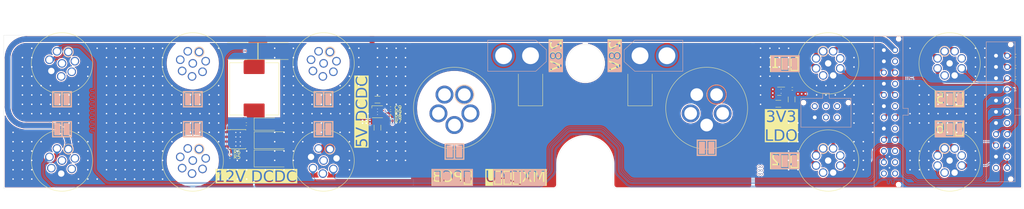
<source format=kicad_pcb>
(kicad_pcb (version 20221018) (generator pcbnew)
  (layers (0 "F.Cu" signal) (1 "In1.Cu" signal) (2 "In2.Cu" signal) (31 "B.Cu" signal) (34 "B.Paste" user) (35 "F.Paste" user) (36 "B.SilkS" user "B.Silkscreen") (37 "F.SilkS" user "F.Silkscreen") (38 "B.Mask" user) (39 "F.Mask" user) (44 "Edge.Cuts" user))
  (net 0 "")
  (net 5 "GND")
  (net 6 "/CAN2_L-")
  (net 7 "/CAN2_H+")
  (net 9 "+12V")
  (net 13 "/CAN1_L-")
  (net 14 "/CAN1_H+")
  (net 16 "+28V")
  (net 17 "/MCU1_CAN2_L-")
  (net 18 "/MCU1_CAN2_H+")
  (net 19 "+5V")
  (net 20 "/PWM1_Z-B")
  (net 21 "/PWM1_Y-A")
  (net 22 "/AD1_U1")
  (net 23 "/MOTOR1")
  (net 24 "+3.3V")
  (net 25 "/PWM2_Z-B")
  (net 26 "/PWM2_Y-A")
  (net 27 "/AD1_U2")
  (net 28 "/MOTOR2")
  (net 29 "/PWM5_Z-B")
  (net 30 "/PWM5_Y-A")
  (net 31 "/AD1_U5")
  (net 32 "/MOTOR5")
  (net 33 "/PWM6_Z-B")
  (net 34 "/PWM6_Y-A")
  (net 35 "/AD1_U6")
  (net 36 "/MOTOR6")
  (net 37 "/AD2_U1")
  (net 39 "/AD2_U2")
  (net 77 "/BOOT")
  (net 78 "/PH")
  (net 79 "/FB")
  (net 83 "Net-(IC1-SS{slash}TR)")
  (net 84 "Net-(IC1-FB)")
  (net 85 "Net-(IC1-PG)")
  (net 86 "Net-(U2-PG)")
  (footprint "UACSocket:UAC16-8" (layer "F.Cu") (at 135.586361 57.543489)
    (fp_text reference "J16" hide)
    (fp_text value "UAC16-8")
  )
  (footprint "Resistor_SMD:R_0402_1005Metric" (layer "F.Cu") (at 320.75 55.5 180)
    (fp_text reference "R1" hide)
    (fp_text value "1K")
  )
  (footprint "Capacitor_SMD:C_0402_1005Metric" (layer "F.Cu") (at 114.92 73.8)
    (fp_text reference "C5" hide)
    (fp_text value "100nF 50V")
  )
  (footprint "Capacitor_SMD:C_1206_3216Metric" (layer "F.Cu") (at 150 67.25)
    (fp_text reference "C8" hide)
    (fp_text value "47uF 50V")
  )
  (footprint "Capacitor_SMD:C_0402_1005Metric" (layer "F.Cu") (at 153.5 69.525 180)
    (fp_text reference "C9")
    (fp_text value "430pF 50V")
  )
  (footprint "TexasInstruments:TPS82130SILR" (layer "F.Cu") (at 150 70.5)
    (fp_text reference "IC1" hide)
    (fp_text value "TPS82130SILR")
  )
  (footprint "Resistor_SMD:R_0402_1005Metric" (layer "F.Cu") (at 153.5 70.825)
    (fp_text reference "R9")
    (fp_text value "100K")
  )
  (footprint "UACSocket:UAC16-8" (layer "F.Cu") (at 100.586361 83.543489)
    (fp_text reference "J17" hide)
    (fp_text value "UAC16-8")
  )
  (footprint "UACSocket:UAC16-8" (layer "F.Cu") (at 135.586361 83.543489)
    (fp_text reference "J10" hide)
    (fp_text value "UAC16-8")
  )
  (footprint "UACSocket:UAC16-8" (layer "F.Cu") (at 65.586361 57.543489)
    (fp_text reference "J1" hide)
    (fp_text value "UAC16-8")
  )
  (footprint "Resistor_SMD:R_0402_1005Metric" (layer "F.Cu") (at 153.5 71.845 180)
    (fp_text reference "R8")
    (fp_text value "523K")
  )
  (footprint "UACSocket:UAC20-5" (layer "F.Cu") (at 238.086361 69.543489)
    (fp_text reference "J3" hide)
    (fp_text value "UAC20-5")
  )
  (footprint "UACSocket:UAC16-8" (layer "F.Cu") (at 65.586361 83.543489)
    (fp_text reference "J2" hide)
    (fp_text value "UAC16-8")
  )
  (footprint "Capacitor_Tantalum_SMD:CP_EIA-7343-31_Kemet-D" (layer "F.Cu") (at 121.4125 78.1)
    (fp_text reference "C3" hide)
    (fp_text value "50V 22uF")
  )
  (footprint "UACSocket:UAC16-9" (layer "F.Cu") (at 303.086361 57.543489)
    (fp_text reference "J8" hide)
    (fp_text value "UAC16-9")
  )
  (footprint "UACSocket:UAC16-9" (layer "F.Cu") (at 303.086361 83.543489)
    (fp_text reference "J9" hide)
    (fp_text value "UAC16-9")
  )
  (footprint "Resistor_SMD:R_0402_1005Metric" (layer "F.Cu") (at 110.51 82.6)
    (fp_text reference "R5")
    (fp_text value "10K")
  )
  (footprint "Resistor_SMD:R_0402_1005Metric" (layer "F.Cu") (at 153.5 72.9 180)
    (fp_text reference "R7")
    (fp_text value "100K")
  )
  (footprint "Inductor_SMD:L_Sunlord_MWSA1206S-100" (layer "F.Cu") (at 117 64.375 90)
    (fp_text reference "L1" hide)
    (fp_text value "22uH 7A")
  )
  (footprint "Package_SON:WSON-6-1EP_2x2mm_P0.65mm_EP1x1.6mm_ThermalVias" (layer "F.Cu") (at 258 65 180)
    (fp_text reference "U2" hide)
    (fp_text value "LP5912-3.3DRV")
  )
  (footprint "Resistor_SMD:R_0402_1005Metric" (layer "F.Cu") (at 320.75 58.5 180)
    (fp_text reference "R2" hide)
    (fp_text value "1K")
  )
  (footprint "Capacitor_SMD:C_1206_3216Metric" (layer "F.Cu") (at 150 74.75 -90)
    (fp_text reference "C10" hide)
    (fp_text value "47uF 50V")
  )
  (footprint "Capacitor_Tantalum_SMD:CP_EIA-7343-31_Kemet-D" (layer "F.Cu") (at 113.5125 54.25 180)
    (fp_text reference "C6" hide)
    (fp_text value "50V 22uF")
  )
  (footprint "Diode_SMD:D_SMA" (layer "F.Cu") (at 120.5 73.8)
    (fp_text reference "D3" hide)
    (fp_text value "SS56")
  )
  (footprint "UACSocket:UAC16-8" (layer "F.Cu") (at 100.586361 57.543489)
    (fp_text reference "J15" hide)
    (fp_text value "UAC16-8")
  )
  (footprint "Resistor_SMD:R_0402_1005Metric" (layer "F.Cu") (at 320.75 64.5 180)
    (fp_text reference "R4" hide)
    (fp_text value "1K")
  )
  (footprint "UACSocket:UAC20-5" (layer "F.Cu") (at 170.586361 69.543489)
    (fp_text reference "J11" hide)
    (fp_text value "UAC20-5")
  )
  (footprint "UACSocket:UAC16-9" (layer "F.Cu") (at 270.586361 57.543489)
    (fp_text reference "J6" hide)
    (fp_text value "UAC16-9")
  )
  (footprint "Resistor_SMD:R_0402_1005Metric" (layer "F.Cu") (at 110.51 81.3)
    (fp_text reference "R6")
    (fp_text value "1.13K")
  )
  (footprint "Diode_SMD:D_SMC" (layer "F.Cu") (at 190.95 64 90)
    (fp_text reference "D1" hide)
    (fp_text value "SMCJ30CA")
  )
  (footprint "Diode_SMD:D_SMC" (layer "F.Cu") (at 220.25 64 90)
    (fp_text reference "D2" hide)
    (fp_text value "SMCJ30CA")
  )
  (footprint "Capacitor_SMD:C_1206_3216Metric" (layer "F.Cu") (at 260.8 67.2 -90)
    (fp_text reference "C2" hide)
    (fp_text value "47uF 50V")
  )
  (footprint "Resistor_SMD:R_0402_1005Metric" (layer "F.Cu") (at 320.75 61.5 180)
    (fp_text reference "R3" hide)
    (fp_text value "1K")
  )
  (footprint "Capacitor_Tantalum_SMD:CP_EIA-7343-31_Kemet-D" (layer "F.Cu") (at 122.5125 54.25)
    (fp_text reference "C7" hide)
    (fp_text value "50V 22uF")
  )
  (footprint "Capacitor_Tantalum_SMD:CP_EIA-7343-31_Kemet-D" (layer "F.Cu") (at 121.4 83)
    (fp_text reference "C4" hide)
    (fp_text value "50V 22uF")
  )
  (footprint "Capacitor_SMD:C_1206_3216Metric" (layer "F.Cu") (at 257.25 68.35)
    (fp_text reference "C1" hide)
    (fp_text value "47uF 50V")
  )
  (footprint "Resistor_SMD:R_0402_1005Metric" (layer "F.Cu") (at 261 64.35)
    (fp_text reference "R10" hide)
    (fp_text value "100K")
  )
  (footprint "UACSocket:UAC16-9" (layer "F.Cu") (at 270.586361 83.543489)
    (fp_text reference "J7" hide)
    (fp_text value "UAC16-9")
  )
  (footprint "Package_SO:TI_SO-PowerPAD-8_ThermalVias" (layer "F.Cu") (at 112.7 77.835)
    (fp_text reference "U1" hide)
    (fp_text value "TPS5450DDA")
  )
  (footprint "Molex:430452212" (layer "B.Cu") (at 317 70.5 90)
    (fp_text reference "J13" hide)
    (fp_text value "430452212")
  )
  (footprint "Molex:430450612" (layer "B.Cu") (at 270 70.5 180)
    (fp_text reference "J14" hide)
    (fp_text value "430450612")
  )
  (footprint "Molex:430452412" (layer "B.Cu") (at 287 70.5 90)
    (fp_text reference "J12" hide)
    (fp_text value "430452412")
  )
  (footprint "Connector_AMASS:AMASS_XT60-M_1x02_P7.20mm_Vertical" (layer "B.Cu") (at 220.25 55.5)
    (fp_text reference "J4" hide)
    (fp_text value "XT60M")
  )
  (footprint "Connector_AMASS:AMASS_XT60-F_1x02_P7.20mm_Vertical" (layer "B.Cu") (at 190.95 55.5 180)
    (fp_text reference "J5" hide)
    (fp_text value "XT60F")
  )
  (gr_line (start 198.1 84.54) (end 198.1 90) (stroke (width 0.05)) (layer "Edge.Cuts"))
  (gr_line (start 322.5 91) (end 322.5 50) (stroke (width 0.05)) (layer "Edge.Cuts"))
  (gr_circle (center 205.6 57.54) (end 210.6 57.54) (stroke (width 0.05)) (fill none) (layer "Edge.Cuts"))
  (gr_arc (start 214.1 91) (mid 213.392894 90.707107) (end 213.1 90) (stroke (width 0.05)) (layer "Edge.Cuts"))
  (gr_line (start 322.5 91) (end 214.1 91) (stroke (width 0.05)) (layer "Edge.Cuts"))
  (gr_arc (start 198.1 90) (mid 197.807107 90.707106) (end 197.1 91) (stroke (width 0.05)) (layer "Edge.Cuts"))
  (gr_line (start 322.5 50) (end 50 50) (stroke (width 0.05)) (layer "Edge.Cuts"))
  (gr_line (start 50 91) (end 50 50) (stroke (width 0.05)) (layer "Edge.Cuts"))
  (gr_arc (start 198.1 84.54) (mid 205.6 77.04) (end 213.1 84.54) (stroke (width 0.05)) (layer "Edge.Cuts"))
  (gr_line (start 213.1 84.54) (end 213.1 90) (stroke (width 0.05)) (layer "Edge.Cuts"))
  (gr_line (start 197.1 91) (end 50 91) (stroke (width 0.05)) (layer "Edge.Cuts"))
  (gr_text "电调5" (at 303.086361 67) (layer "B.SilkS" knockout) (effects (font (size 3 3)) (justify mirror)))
  (gr_text "电调1" (at 259 57.543489) (layer "B.SilkS" knockout) (effects (font (size 3 3)) (justify mirror)))
  (gr_text "28V" (at 198 55.5 90) (layer "B.SilkS" knockout) (effects (font (size 3 3)) (justify mirror)))
  (gr_text "预留" (at 100.586361 67) (layer "B.SilkS" knockout) (effects (font (size 3 3)) (justify mirror)))
  (gr_text "28V" (at 213.75 55.5 90) (layer "B.SilkS" knockout) (effects (font (size 3 3)) (justify mirror)))
  (gr_text "预留" (at 100.586361 75) (layer "B.SilkS" knockout) (effects (font (size 3 3)) (justify mirror)))
  (gr_text "电调6" (at 303.086361 75) (layer "B.SilkS" knockout) (effects (font (size 3 3)) (justify mirror)))
  (gr_text "预留" (at 170.586361 81) (layer "B.SilkS" knockout) (effects (font (size 3 3)) (justify mirror)))
  (gr_text "预留" (at 135.586361 67) (layer "B.SilkS" knockout) (effects (font (size 3 3)) (justify mirror)))
  (gr_text "副翼" (at 238.086361 80) (layer "B.SilkS" knockout) (effects (font (size 3 3)) (justify mirror)))
  (gr_text "左PCB" (at 170 88) (layer "B.SilkS" knockout) (effects (font (size 3 3)) (justify mirror)))
  (gr_text "电调2" (at 259 83.543489) (layer "B.SilkS" knockout) (effects (font (size 3 3)) (justify mirror)))
  (gr_text "倾转" (at 135.586361 75) (layer "B.SilkS" knockout) (effects (font (size 3 3)) (justify mirror)))
  (gr_text "调试" (at 65.586361 67) (layer "B.SilkS" knockout) (effects (font (size 3 3)) (justify mirror)))
  (gr_text "MX连接器" (at 188.049267 88) (layer "B.SilkS" knockout) (effects (font (size 3 3)) (justify mirror)))
  (gr_text "雷达" (at 65.586361 75) (layer "B.SilkS" knockout) (effects (font (size 3 3)) (justify mirror)))
  (gr_text "12V DCDC" (at 117.5 88) (layer "F.SilkS" knockout) (effects (font (size 3 3))))
  (gr_text "副翼" (at 238.086361 80) (layer "F.SilkS" knockout) (effects (font (size 3 3))))
  (gr_text "预留" (at 135.586361 67) (layer "F.SilkS" knockout) (effects (font (size 3 3))))
  (gr_text "雷达" (at 65.586361 75) (layer "F.SilkS" knockout) (effects (font (size 3 3))))
  (gr_text "5V DCDC" (at 146 70.5 90) (layer "F.SilkS" knockout) (effects (font (size 3 3))))
  (gr_text "电调2" (at 259 83.543489) (layer "F.SilkS" knockout) (effects (font (size 3 3))))
  (gr_text "电调6" (at 303.086361 75) (layer "F.SilkS" knockout) (effects (font (size 3 3))))
  (gr_text "电调5" (at 303.086361 67) (layer "F.SilkS" knockout) (effects (font (size 3 3))))
  (gr_text "UAC连接器" (at 187 88) (layer "F.SilkS" knockout) (effects (font (size 3 3))))
  (gr_text "28V" (at 198 55.5 90) (layer "F.SilkS" knockout) (effects (font (size 3 3))))
  (gr_text "左PCB" (at 170 88) (layer "F.SilkS" knockout) (effects (font (size 3 3))))
  (gr_text "28V" (at 213.75 55.5 90) (layer "F.SilkS" knockout) (effects (font (size 3 3))))
  (gr_text "调试" (at 65.586361 67) (layer "F.SilkS" knockout) (effects (font (size 3 3))))
  (gr_text "电调1" (at 259 57.543489) (layer "F.SilkS" knockout) (effects (font (size 3 3))))
  (gr_text "预留" (at 170.586361 81) (layer "F.SilkS" knockout) (effects (font (size 3 3))))
  (gr_text "倾转" (at 135.586361 75) (layer "F.SilkS" knockout) (effects (font (size 3 3))))
  (gr_text "预留" (at 100.586361 75) (layer "F.SilkS" knockout) (effects (font (size 3 3))))
  (gr_text "预留" (at 100.586361 67) (layer "F.SilkS" knockout) (effects (font (size 3 3))))
  (gr_text "3V3\nLDO" (at 258 74.5) (layer "F.SilkS" knockout) (effects (font (size 3 3))))
  (via (at 110 88.5) (size 0.6) (drill 0.4) (layers "F.Cu" "B.Cu") (net 5))
  (via (at 150 63.5) (size 0.6) (drill 0.4) (layers "F.Cu" "B.Cu") (net 5))
  (via (at 90 73.5) (size 0.6) (drill 0.4) (layers "F.Cu" "B.Cu") (net 5))
  (via (at 277.5 63.5) (size 0.6) (drill 0.4) (layers "F.Cu" "B.Cu") (net 5))
  (via (at 262.5 83.5) (size 0.6) (drill 0.4) (layers "F.Cu" "B.Cu") (net 5))
  (via (at 127.5 68.5) (size 0.6) (drill 0.4) (layers "F.Cu" "B.Cu") (net 5))
  (via (at 130 73.5) (size 0.6) (drill 0.4) (layers "F.Cu" "B.Cu") (net 5))
  (via (at 112.5 81) (size 0.6) (drill 0.4) (layers "F.Cu" "B.Cu") (net 5))
  (via (at 72.5 86) (size 0.6) (drill 0.4) (layers "F.Cu" "B.Cu") (net 5))
  (via (at 82.5 66) (size 0.6) (drill 0.4) (layers "F.Cu" "B.Cu") (net 5))
  (via (at 62.5 66) (size 0.6) (drill 0.4) (layers "F.Cu" "B.Cu") (net 5))
  (via (at 157.5 68.5) (size 0.6) (drill 0.4) (layers "F.Cu" "B.Cu") (net 5))
  (via (at 82.5 63.5) (size 0.6) (drill 0.4) (layers "F.Cu" "B.Cu") (net 5))
  (via (at 125 66) (size 0.6) (drill 0.4) (layers "F.Cu" "B.Cu") (net 5))
  (via (at 297.5 83.5) (size 0.6) (drill 0.4) (layers "F.Cu" "B.Cu") (net 5))
  (via (at 277.5 73.5) (size 0.6) (drill 0.4) (layers "F.Cu" "B.Cu") (net 5))
  (via (at 90 68.5) (size 0.6) (drill 0.4) (layers "F.Cu" "B.Cu") (net 5))
  (via (at 87.5 68.5) (size 0.6) (drill 0.4) (layers "F.Cu" "B.Cu") (net 5))
  (via (at 102.5 66) (size 0.6) (drill 0.4) (layers "F.Cu" "B.Cu") (net 5))
  (via (at 157.5 63.5) (size 0.6) (drill 0.4) (layers "F.Cu" "B.Cu") (net 5))
  (via (at 300 71) (size 0.6) (drill 0.4) (layers "F.Cu" "B.Cu") (net 5))
  (via (at 142.5 78.5) (size 0.6) (drill 0.4) (layers "F.Cu" "B.Cu") (net 5))
  (via (at 55 68.5) (size 0.6) (drill 0.4) (layers "F.Cu" "B.Cu") (net 5))
  (via (at 152.5 63.5) (size 0.6) (drill 0.4) (layers "F.Cu" "B.Cu") (net 5))
  (via (at 277.5 56) (size 0.6) (drill 0.4) (layers "F.Cu" "B.Cu") (net 5))
  (via (at 287 82.5) (size 0.6) (drill 0.4) (layers "F.Cu" "B.Cu") (net 5))
  (via (at 77.5 68.5) (size 0.6) (drill 0.4) (layers "F.Cu" "B.Cu") (net 5))
  (via (at 55 66) (size 0.6) (drill 0.4) (layers "F.Cu" "B.Cu") (net 5))
  (via (at 80 73.5) (size 0.6) (drill 0.4) (layers "F.Cu" "B.Cu") (net 5))
  (via (at 152.5 76) (size 0.6) (drill 0.4) (layers "F.Cu" "B.Cu") (net 5))
  (via (at 102.5 73.5) (size 0.6) (drill 0.4) (layers "F.Cu" "B.Cu") (net 5))
  (via (at 277.5 83.5) (size 0.6) (drill 0.4) (layers "F.Cu" "B.Cu") (net 5))
  (via (at 82.5 83.5) (size 0.6) (drill 0.4) (layers "F.Cu" "B.Cu") (net 5))
  (via (at 157.5 78.5) (size 0.6) (drill 0.4) (layers "F.Cu" "B.Cu") (net 5))
  (via (at 302.5 71) (size 0.6) (drill 0.4) (layers "F.Cu" "B.Cu") (net 5))
  (via (at 155 76) (size 0.6) (drill 0.4) (layers "F.Cu" "B.Cu") (net 5))
  (via (at 105 68.5) (size 0.6) (drill 0.4) (layers "F.Cu" "B.Cu") (net 5))
  (via (at 155 53.5) (size 0.6) (drill 0.4) (layers "F.Cu" "B.Cu") (net 5))
  (via (at 70 88.5) (size 0.6) (drill 0.4) (layers "F.Cu" "B.Cu") (net 5))
  (via (at 62.5 68.5) (size 0.6) (drill 0.4) (layers "F.Cu" "B.Cu") (net 5))
  (via (at 65 68.5) (size 0.6) (drill 0.4) (layers "F.Cu" "B.Cu") (net 5))
  (via (at 260 56) (size 0.6) (drill 0.4) (layers "F.Cu" "B.Cu") (net 5))
  (via (at 100 68.5) (size 0.6) (drill 0.4) (layers "F.Cu" "B.Cu") (net 5))
  (via (at 60 68.5) (size 0.6) (drill 0.4) (layers "F.Cu" "B.Cu") (net 5))
  (via (at 130 76) (size 0.6) (drill 0.4) (layers "F.Cu" "B.Cu") (net 5))
  (via (at 300 68.5) (size 0.6) (drill 0.4) (layers "F.Cu" "B.Cu") (net 5))
  (via (at 72.5 78.5) (size 0.6) (drill 0.4) (layers "F.Cu" "B.Cu") (net 5))
  (via (at 147.5 71) (size 0.6) (drill 0.4) (layers "F.Cu" "B.Cu") (net 5))
  (via (at 145 56) (size 0.6) (drill 0.4) (layers "F.Cu" "B.Cu") (net 5))
  (via (at 77.5 78.5) (size 0.6) (drill 0.4) (layers "F.Cu" "B.Cu") (net 5))
  (via (at 87.5 73.5) (size 0.6) (drill 0.4) (layers "F.Cu" "B.Cu") (net 5))
  (via (at 122.5 76) (size 0.6) (drill 0.4) (layers "F.Cu" "B.Cu") (net 5))
  (via (at 77.5 73.5) (size 0.6) (drill 0.4) (layers "F.Cu" "B.Cu") (net 5))
  (via (at 255 58.5) (size 0.6) (drill 0.4) (layers "F.Cu" "B.Cu") (net 5))
  (via (at 260 86) (size 0.6) (drill 0.4) (layers "F.Cu" "B.Cu") (net 5))
  (via (at 282.5 76) (size 0.6) (drill 0.4) (layers "F.Cu" "B.Cu") (net 5))
  (via (at 130 71) (size 0.6) (drill 0.4) (layers "F.Cu" "B.Cu") (net 5))
  (via (at 152.5 61) (size 0.6) (drill 0.4) (layers "F.Cu" "B.Cu") (net 5))
  (via (at 307.5 66) (size 0.6) (drill 0.4) (layers "F.Cu" "B.Cu") (net 5))
  (via (at 92.5 81) (size 0.6) (drill 0.4) (layers "F.Cu" "B.Cu") (net 5))
  (via (at 90 61) (size 0.6) (drill 0.4) (layers "F.Cu" "B.Cu") (net 5))
  (via (at 152.5 56) (size 0.6) (drill 0.4) (layers "F.Cu" "B.Cu") (net 5))
  (via (at 157.5 58.5) (size 0.6) (drill 0.4) (layers "F.Cu" "B.Cu") (net 5))
  (via (at 142.5 71) (size 0.6) (drill 0.4) (layers "F.Cu" "B.Cu") (net 5))
  (via (at 90 76) (size 0.6) (drill 0.4) (layers "F.Cu" "B.Cu") (net 5))
  (via (at 130 66) (size 0.6) (drill 0.4) (layers "F.Cu" "B.Cu") (net 5))
  (via (at 155 56) (size 0.6) (drill 0.4) (layers "F.Cu" "B.Cu") (net 5))
  (via (at 287 85.5) (size 0.6) (drill 0.4) (layers "F.Cu" "B.Cu") (net 5))
  (via (at 62.5 71) (size 0.6) (drill 0.4) (layers "F.Cu" "B.Cu") (net 5))
  (via (at 300 76) (size 0.6) (drill 0.4) (layers "F.Cu" "B.Cu") (net 5))
  (via (at 52.5 83.5) (size 0.6) (drill 0.4) (layers "F.Cu" "B.Cu") (net 5))
  (via (at 80 78.5) (size 0.6) (drill 0.4) (layers "F.Cu" "B.Cu") (net 5))
  (via (at 102.5 76) (size 0.6) (drill 0.4) (layers "F.Cu" "B.Cu") (net 5))
  (via (at 157.5 56) (size 0.6) (drill 0.4) (layers "F.Cu" "B.Cu") (net 5))
  (via (at 132.5 76) (size 0.6) (drill 0.4) (layers "F.Cu" "B.Cu") (net 5))
  (via (at 152.5 53.5) (size 0.6) (drill 0.4) (layers "F.Cu" "B.Cu") (net 5))
  (via (at 82.5 71) (size 0.6) (drill 0.4) (layers "F.Cu" "B.Cu") (net 5))
  (via (at 87.5 88.5) (size 0.6) (drill 0.4) (layers "F.Cu" "B.Cu") (net 5))
  (via (at 155 81) (size 0.6) (drill 0.4) (layers "F.Cu" "B.Cu") (net 5))
  (via (at 65 71) (size 0.6) (drill 0.4) (layers "F.Cu" "B.Cu") (net 5))
  (via (at 155 83.5) (size 0.6) (drill 0.4) (layers "F.Cu" "B.Cu") (net 5))
  (via (at 100 66) (size 0.6) (drill 0.4) (layers "F.Cu" "B.Cu") (net 5))
  (via (at 67.5 66) (size 0.6) (drill 0.4) (layers "F.Cu" "B.Cu") (net 5))
  (via (at 280 86) (size 0.6) (drill 0.4) (layers "F.Cu" "B.Cu") (net 5))
  (via (at 275 66) (size 0.6) (drill 0.4) (layers "F.Cu" "B.Cu") (net 5))
  (via (at 260 78.5) (size 0.6) (drill 0.4) (layers "F.Cu" "B.Cu") (net 5))
  (via (at 145 71) (size 0.6) (drill 0.4) (layers "F.Cu" "B.Cu") (net 5))
  (via (at 292.5 53.5) (size 0.6) (drill 0.4) (layers "F.Cu" "B.Cu") (net 5))
  (via (at 307.5 68.5) (size 0.6) (drill 0.4) (layers "F.Cu" "B.Cu") (net 5))
  (via (at 282.5 53.5) (size 0.6) (drill 0.4) (layers "F.Cu" "B.Cu") (net 5))
  (via (at 252.5 61) (size 0.6) (drill 0.4) (layers "F.Cu" "B.Cu") (net 5))
  (via (at 150 56) (size 0.6) (drill 0.4) (layers "F.Cu" "B.Cu") (net 5))
  (via (at 127.5 78.5) (size 0.6) (drill 0.4) (layers "F.Cu" "B.Cu") (net 5))
  (via (at 80 56) (size 0.6) (drill 0.4) (layers "F.Cu" "B.Cu") (net 5))
  (via (at 127.5 81) (size 0.6) (drill 0.4) (layers "F.Cu" "B.Cu") (net 5))
  (via (at 157.5 61) (size 0.6) (drill 0.4) (layers "F.Cu" "B.Cu") (net 5))
  (via (at 77.5 76) (size 0.6) (drill 0.4) (layers "F.Cu" "B.Cu") (net 5))
  (via (at 107.5 76) (size 0.6) (drill 0.4) (layers "F.Cu" "B.Cu") (net 5))
  (via (at 55 63.5) (size 0.6) (drill 0.4) (layers "F.Cu" "B.Cu") (net 5))
  (via (at 55 81) (size 0.6) (drill 0.4) (layers "F.Cu" "B.Cu") (net 5))
  (via (at 87.5 81) (size 0.6) (drill 0.4) (layers "F.Cu" "B.Cu") (net 5))
  (via (at 80 68.5) (size 0.6) (drill 0.4) (layers "F.Cu" "B.Cu") (net 5))
  (via (at 92.5 71) (size 0.6) (drill 0.4) (layers "F.Cu" "B.Cu") (net 5))
  (via (at 120 86) (size 0.6) (drill 0.4) (layers "F.Cu" "B.Cu") (net 5))
  (via (at 85 56) (size 0.6) (drill 0.4) (layers "F.Cu" "B.Cu") (net 5))
  (via (at 122.5 56) (size 0.6) (drill 0.4) (layers "F.Cu" "B.Cu") (net 5))
  (via (at 152.5 68.5) (size 0.6) (drill 0.4) (layers "F.Cu" "B.Cu") (net 5))
  (via (at 80 88.5) (size 0.6) (drill 0.4) (layers "F.Cu" "B.Cu") (net 5))
  (via (at 85 83.5) (size 0.6) (drill 0.4) (layers "F.Cu" "B.Cu") (net 5))
  (via (at 127.5 56) (size 0.6) (drill 0.4) (layers "F.Cu" "B.Cu") (net 5))
  (via (at 52.5 88.5) (size 0.6) (drill 0.4) (layers "F.Cu" "B.Cu") (net 5))
  (via (at 90 56) (size 0.6) (drill 0.4) (layers "F.Cu" "B.Cu") (net 5))
  (via (at 280 78.5) (size 0.6) (drill 0.4) (layers "F.Cu" "B.Cu") (net 5))
  (via (at 77.5 81) (size 0.6) (drill 0.4) (layers "F.Cu" "B.Cu") (net 5))
  (via (at 155 66) (size 0.6) (drill 0.4) (layers "F.Cu" "B.Cu") (net 5))
  (via (at 75 53.5) (size 0.6) (drill 0.4) (layers "F.Cu" "B.Cu") (net 5))
  (via (at 80 63.5) (size 0.6) (drill 0.4) (layers "F.Cu" "B.Cu") (net 5))
  (via (at 85 81) (size 0.6) (drill 0.4) (layers "F.Cu" "B.Cu") (net 5))
  (via (at 57.5 86) (size 0.6) (drill 0.4) (layers "F.Cu" "B.Cu") (net 5))
  (via (at 262.5 86) (size 0.6) (drill 0.4) (layers "F.Cu" "B.Cu") (net 5))
  (via (at 55 61) (size 0.6) (drill 0.4) (layers "F.Cu" "B.Cu") (net 5))
  (via (at 57.5 63.5) (size 0.6) (drill 0.4) (layers "F.Cu" "B.Cu") (net 5))
  (via (at 270 66) (size 0.6) (drill 0.4) (layers "F.Cu" "B.Cu") (net 5))
  (via (at 72.5 58.5) (size 0.6) (drill 0.4) (layers "F.Cu" "B.Cu") (net 5))
  (via (at 127.5 83.5) (size 0.6) (drill 0.4) (layers "F.Cu" "B.Cu") (net 5))
  (via (at 77.5 63.5) (size 0.6) (drill 0.4) (layers "F.Cu" "B.Cu") (net 5))
  (via (at 95 71) (size 0.6) (drill 0.4) (layers "F.Cu" "B.Cu") (net 5))
  (via (at 272.5 66) (size 0.6) (drill 0.4) (layers "F.Cu" "B.Cu") (net 5))
  (via (at 80 58.5) (size 0.6) (drill 0.4) (layers "F.Cu" "B.Cu") (net 5))
  (via (at 82.5 88.5) (size 0.6) (drill 0.4) (layers "F.Cu" "B.Cu") (net 5))
  (via (at 107.5 66) (size 0.6) (drill 0.4) (layers "F.Cu" "B.Cu") (net 5))
  (via (at 277.5 68.5) (size 0.6) (drill 0.4) (layers "F.Cu" "B.Cu") (net 5))
  (via (at 82.5 86) (size 0.6) (drill 0.4) (layers "F.Cu" "B.Cu") (net 5))
  (via (at 57.5 68.5) (size 0.6) (drill 0.4) (layers "F.Cu" "B.Cu") (net 5))
  (via (at 295 71) (size 0.6) (drill 0.4) (layers "F.Cu" "B.Cu") (net 5))
  (via (at 145 68.5) (size 0.6) (drill 0.4) (layers "F.Cu" "B.Cu") (net 5))
  (via (at 142.5 76) (size 0.6) (drill 0.4) (layers "F.Cu" "B.Cu") (net 5))
  (via (at 310 53.5) (size 0.6) (drill 0.4) (layers "F.Cu" "B.Cu") (net 5))
  (via (at 297.5 68.5) (size 0.6) (drill 0.4) (layers "F.Cu" "B.Cu") (net 5))
  (via (at 300 66) (size 0.6) (drill 0.4) (layers "F.Cu" "B.Cu") (net 5))
  (via (at 280 63.5) (size 0.6) (drill 0.4) (layers "F.Cu" "B.Cu") (net 5))
  (via (at 80 61) (size 0.6) (drill 0.4) (layers "F.Cu" "B.Cu") (net 5))
  (via (at 127.5 63.5) (size 0.6) (drill 0.4) (layers "F.Cu" "B.Cu") (net 5))
  (via (at 97.5 71) (size 0.6) (drill 0.4) (layers "F.Cu" "B.Cu") (net 5))
  (via (at 125 81) (size 0.6) (drill 0.4) (layers "F.Cu" "B.Cu") (net 5))
  (via (at 55 56) (size 0.6) (drill 0.4) (layers "F.Cu" "B.Cu") (net 5))
  (via (at 107.5 86) (size 0.6) (drill 0.4) (layers "F.Cu" "B.Cu") (net 5))
  (via (at 100 73.5) (size 0.6) (drill 0.4) (layers "F.Cu" "B.Cu") (net 5))
  (via (at 297.5 66) (size 0.6) (drill 0.4) (layers "F.Cu" "B.Cu") (net 5))
  (via (at 90 86) (size 0.6) (drill 0.4) (layers "F.Cu" "B.Cu") (net 5))
  (via (at 102.5 71) (size 0.6) (drill 0.4) (layers "F.Cu" "B.Cu") (net 5))
  (via (at 310 86) (size 0.6) (drill 0.4) (layers "F.Cu" "B.Cu") (net 5))
  (via (at 312.5 61) (size 0.6) (drill 0.4) (layers "F.Cu" "B.Cu") (net 5))
  (via (at 55 86) (size 0.6) (drill 0.4) (layers "F.Cu" "B.Cu") (net 5))
  (via (at 60 71) (size 0.6) (drill 0.4) (layers "F.Cu" "B.Cu") (net 5))
  (via (at 70 71) (size 0.6) (drill 0.4) (layers "F.Cu" "B.Cu") (net 5))
  (via (at 57.5 58.5) (size 0.6) (drill 0.4) (layers "F.Cu" "B.Cu") (net 5))
  (via (at 62.5 63.5) (size 0.6) (drill 0.4) (layers "F.Cu" "B.Cu") (net 5))
  (via (at 105 66) (size 0.6) (drill 0.4) (layers "F.Cu" "B.Cu") (net 5))
  (via (at 307.5 73.5) (size 0.6) (drill 0.4) (layers "F.Cu" "B.Cu") (net 5))
  (via (at 137.5 66) (size 0.6) (drill 0.4) (layers "F.Cu" "B.Cu") (net 5))
  (via (at 282.5 73.5) (size 0.6) (drill 0.4) (layers "F.Cu" "B.Cu") (net 5))
  (via (at 260 73.5) (size 0.6) (drill 0.4) (layers "F.Cu" "B.Cu") (net 5))
  (via (at 82.5 76) (size 0.6) (drill 0.4) (layers "F.Cu" "B.Cu") (net 5))
  (via (at 85 76) (size 0.6) (drill 0.4) (layers "F.Cu" "B.Cu") (net 5))
  (via (at 152.5 66) (size 0.6) (drill 0.4) (layers "F.Cu" "B.Cu") (net 5))
  (via (at 140 68.5) (size 0.6) (drill 0.4) (layers "F.Cu" "B.Cu") (net 5))
  (via (at 125 63.5) (size 0.6) (drill 0.4) (layers "F.Cu" "B.Cu") (net 5))
  (via (at 92.5 68.5) (size 0.6) (drill 0.4) (layers "F.Cu" "B.Cu") (net 5))
  (via (at 295 73.5) (size 0.6) (drill 0.4) (layers "F.Cu" "B.Cu") (net 5))
  (via (at 55 78.5) (size 0.6) (drill 0.4) (layers "F.Cu" "B.Cu") (net 5))
  (via (at 302.5 76) (size 0.6) (drill 0.4) (layers "F.Cu" "B.Cu") (net 5))
  (via (at 130 78.5) (size 0.6) (drill 0.4) (layers "F.Cu" "B.Cu") (net 5))
  (via (at 157.5 53.5) (size 0.6) (drill 0.4) (layers "F.Cu" "B.Cu") (net 5))
  (via (at 92.5 76) (size 0.6) (drill 0.4) (layers "F.Cu" "B.Cu") (net 5))
  (via (at 92.5 58.5) (size 0.6) (drill 0.4) (layers "F.Cu" "B.Cu") (net 5))
  (via (at 262.5 81) (size 0.6) (drill 0.4) (layers "F.Cu" "B.Cu") (net 5))
  (via (at 260 53.5) (size 0.6) (drill 0.4) (layers "F.Cu" "B.Cu") (net 5))
  (via (at 87.5 53.5) (size 0.6) (drill 0.4) (layers "F.Cu" "B.Cu") (net 5))
  (via (at 85 78.5) (size 0.6) (drill 0.4) (layers "F.Cu" "B.Cu") (net 5))
  (via (at 280 81) (size 0.6) (drill 0.4) (layers "F.Cu" "B.Cu") (net 5))
  (via (at 92.5 83.5) (size 0.6) (drill 0.4) (layers "F.Cu" "B.Cu") (net 5))
  (via (at 155 61) (size 0.6) (drill 0.4) (layers "F.Cu" "B.Cu") (net 5))
  (via (at 252.5 66) (size 0.6) (drill 0.4) (layers "F.Cu" "B.Cu") (net 5))
  (via (at 57.5 88.5) (size 0.6) (drill 0.4) (layers "F.Cu" "B.Cu") (net 5))
  (via (at 77.5 53.5) (size 0.6) (drill 0.4) (layers "F.Cu" "B.Cu") (net 5))
  (via (at 105 76) (size 0.6) (drill 0.4) (layers "F.Cu" "B.Cu") (net 5))
  (via (at 107.5 71) (size 0.6) (drill 0.4) (layers "F.Cu" "B.Cu") (net 5))
  (via (at 60 63.5) (size 0.6) (drill 0.4) (layers "F.Cu" "B.Cu") (net 5))
  (via (at 145 66) (size 0.6) (drill 0.4) (layers "F.Cu" "B.Cu") (net 5))
  (via (at 277.5 86) (size 0.6) (drill 0.4) (layers "F.Cu" "B.Cu") (net 5))
  (via (at 145 61) (size 0.6) (drill 0.4) (layers "F.Cu" "B.Cu") (net 5))
  (via (at 85 63.5) (size 0.6) (drill 0.4) (layers "F.Cu" "B.Cu") (net 5))
  (via (at 80 66) (size 0.6) (drill 0.4) (layers "F.Cu" "B.Cu") (net 5))
  (via (at 97.5 68.5) (size 0.6) (drill 0.4) (layers "F.Cu" "B.Cu") (net 5))
  (via (at 87.5 76) (size 0.6) (drill 0.4) (layers "F.Cu" "B.Cu") (net 5))
  (via (at 157.5 83.5) (size 0.6) (drill 0.4) (layers "F.Cu" "B.Cu") (net 5))
  (via (at 57.5 83.5) (size 0.6) (drill 0.4) (layers "F.Cu" "B.Cu") (net 5))
  (via (at 132.5 66) (size 0.6) (drill 0.4) (layers "F.Cu" "B.Cu") (net 5))
  (via (at 100 76) (size 0.6) (drill 0.4) (layers "F.Cu" "B.Cu") (net 5))
  (via (at 85 61) (size 0.6) (drill 0.4) (layers "F.Cu" "B.Cu") (net 5))
  (via (at 85 88.5) (size 0.6) (drill 0.4) (layers "F.Cu" "B.Cu") (net 5))
  (via (at 157.5 73.5) (size 0.6) (drill 0.4) (layers "F.Cu" "B.Cu") (net 5))
  (via (at 255 61) (size 0.6) (drill 0.4) (layers "F.Cu" "B.Cu") (net 5))
  (via (at 97.5 73.5) (size 0.6) (drill 0.4) (layers "F.Cu" "B.Cu") (net 5))
  (via (at 95 73.5) (size 0.6) (drill 0.4) (layers "F.Cu" "B.Cu") (net 5))
  (via (at 70 78.5) (size 0.6) (drill 0.4) (layers "F.Cu" "B.Cu") (net 5))
  (via (at 115 86) (size 0.6) (drill 0.4) (layers "F.Cu" "B.Cu") (net 5))
  (via (at 310 76) (size 0.6) (drill 0.4) (layers "F.Cu" "B.Cu") (net 5))
  (via (at 132.5 71) (size 0.6) (drill 0.4) (layers "F.Cu" "B.Cu") (net 5))
  (via (at 92.5 53.5) (size 0.6) (drill 0.4) (layers "F.Cu" "B.Cu") (net 5))
  (via (at 305 76) (size 0.6) (drill 0.4) (layers "F.Cu" "B.Cu") (net 5))
  (via (at 142.5 66) (size 0.6) (drill 0.4) (layers "F.Cu" "B.Cu") (net 5))
  (via (at 277.5 66) (size 0.6) (drill 0.4) (layers "F.Cu" "B.Cu") (net 5))
  (via (at 112.5 88.5) (size 0.6) (drill 0.4) (layers "F.Cu" "B.Cu") (net 5))
  (via (at 72.5 81) (size 0.6) (drill 0.4) (layers "F.Cu" "B.Cu") (net 5))
  (via (at 55 58.5) (size 0.6) (drill 0.4) (layers "F.Cu" "B.Cu") (net 5))
  (via (at 252.5 63.5) (size 0.6) (drill 0.4) (layers "F.Cu" "B.Cu") (net 5))
  (via (at 90 58.5) (size 0.6) (drill 0.4) (layers "F.Cu" "B.Cu") (net 5))
  (via (at 107.5 68.5) (size 0.6) (drill 0.4) (layers "F.Cu" "B.Cu") (net 5))
  (via (at 97.5 76) (size 0.6) (drill 0.4) (layers "F.Cu" "B.Cu") (net 5))
  (via (at 90 66) (size 0.6) (drill 0.4) (layers "F.Cu" "B.Cu") (net 5))
  (via (at 127.5 61) (size 0.6) (drill 0.4) (layers "F.Cu" "B.Cu") (net 5))
  (via (at 100 71) (size 0.6) (drill 0.4) (layers "F.Cu" "B.Cu") (net 5))
  (via (at 127.5 66) (size 0.6) (drill 0.4) (layers "F.Cu" "B.Cu") (net 5))
  (via (at 310 66) (size 0.6) (drill 0.4) (layers "F.Cu" "B.Cu") (net 5))
  (via (at 150 66) (size 0.6) (drill 0.4) (layers "F.Cu" "B.Cu") (net 5))
  (via (at 292.5 71) (size 0.6) (drill 0.4) (layers "F.Cu" "B.Cu") (net 5))
  (via (at 57.5 53.5) (size 0.6) (drill 0.4) (layers "F.Cu" "B.Cu") (net 5))
  (via (at 70 68.5) (size 0.6) (drill 0.4) (layers "F.Cu" "B.Cu") (net 5))
  (via (at 87.5 66) (size 0.6) (drill 0.4) (layers "F.Cu" "B.Cu") (net 5))
  (via (at 82.5 58.5) (size 0.6) (drill 0.4) (layers "F.Cu" "B.Cu") (net 5))
  (via (at 82.5 73.5) (size 0.6) (drill 0.4) (layers "F.Cu" "B.Cu") (net 5))
  (via (at 95 76) (size 0.6) (drill 0.4) (layers "F.Cu" "B.Cu") (net 5))
  (via (at 107.5 53.5) (size 0.6) (drill 0.4) (layers "F.Cu" "B.Cu") (net 5))
  (via (at 302.5 66) (size 0.6) (drill 0.4) (layers "F.Cu" "B.Cu") (net 5))
  (via (at 310 58.5) (size 0.6) (drill 0.4) (layers "F.Cu" "B.Cu") (net 5))
  (via (at 310 81) (size 0.6) (drill 0.4) (layers "F.Cu" "B.Cu") (net 5))
  (via (at 77.5 56) (size 0.6) (drill 0.4) (layers "F.Cu" "B.Cu") (net 5))
  (via (at 292.5 83.5) (size 0.6) (drill 0.4) (layers "F.Cu" "B.Cu") (net 5))
  (via (at 310 68.5) (size 0.6) (drill 0.4) (layers "F.Cu" "B.Cu") (net 5))
  (via (at 312.5 53.5) (size 0.6) (drill 0.4) (layers "F.Cu" "B.Cu") (net 5))
  (via (at 127.5 73.5) (size 0.6) (drill 0.4) (layers "F.Cu" "B.Cu") (net 5))
  (via (at 80 53.5) (size 0.6) (drill 0.4) (layers "F.Cu" "B.Cu") (net 5))
  (via (at 127.5 86) (size 0.6) (drill 0.4) (layers "F.Cu" "B.Cu") (net 5))
  (via (at 252.5 53.5) (size 0.6) (drill 0.4) (layers "F.Cu" "B.Cu") (net 5))
  (via (at 92.5 86) (size 0.6) (drill 0.4) (layers "F.Cu" "B.Cu") (net 5))
  (via (at 257.5 56) (size 0.6) (drill 0.4) (layers "F.Cu" "B.Cu") (net 5))
  (via (at 95 63.5) (size 0.6) (drill 0.4) (layers "F.Cu" "B.Cu") (net 5))
  (via (at 52.5 76) (size 0.6) (drill 0.4) (layers "F.Cu" "B.Cu") (net 5))
  (via (at 140 71) (size 0.6) (drill 0.4) (layers "F.Cu" "B.Cu") (net 5))
  (via (at 60 66) (size 0.6) (drill 0.4) (layers "F.Cu" "B.Cu") (net 5))
  (via (at 125 73.5) (size 0.6) (drill 0.4) (layers "F.Cu" "B.Cu") (net 5))
  (via (at 140 66) (size 0.6) (drill 0.4) (layers "F.Cu" "B.Cu") (net 5))
  (via (at 82.5 68.5) (size 0.6) (drill 0.4) (layers "F.Cu" "B.Cu") (net 5))
  (via (at 260 76) (size 0.6) (drill 0.4) (layers "F.Cu" "B.Cu") (net 5))
  (via (at 110 86) (size 0.6) (drill 0.4) (layers "F.Cu" "B.Cu") (net 5))
  (via (at 90 71) (size 0.6) (drill 0.4) (layers "F.Cu" "B.Cu") (net 5))
  (via (at 292.5 86) (size 0.6) (drill 0.4) (layers "F.Cu" "B.Cu") (net 5))
  (via (at 142.5 83.5) (size 0.6) (drill 0.4) (layers "F.Cu" "B.Cu") (net 5))
  (via (at 292.5 81) (size 0.6) (drill 0.4) (layers "F.Cu" "B.Cu") (net 5))
  (via (at 277.5 58.5) (size 0.6) (drill 0.4) (layers "F.Cu" "B.Cu") (net 5))
  (via (at 95 68.5) (size 0.6) (drill 0.4) (layers "F.Cu" "B.Cu") (net 5))
  (via (at 257.5 58.5) (size 0.6) (drill 0.4) (layers "F.Cu" "B.Cu") (net 5))
  (via (at 135 66) (size 0.6) (drill 0.4) (layers "F.Cu" "B.Cu") (net 5))
  (via (at 132.5 73.5) (size 0.6) (drill 0.4) (layers "F.Cu" "B.Cu") (net 5))
  (via (at 92.5 88.5) (size 0.6) (drill 0.4) (layers "F.Cu" "B.Cu") (net 5))
  (via (at 150 53.5) (size 0.6) (drill 0.4) (layers "F.Cu" "B.Cu") (net 5))
  (via (at 55 88.5) (size 0.6) (drill 0.4) (layers "F.Cu" "B.Cu") (net 5))
  (via (at 295 68.5) (size 0.6) (drill 0.4) (layers "F.Cu" "B.Cu") (net 5))
  (via (at 85 71) (size 0.6) (drill 0.4) (layers "F.Cu" "B.Cu") (net 5))
  (via (at 295 66) (size 0.6) (drill 0.4) (layers "F.Cu" "B.Cu") (net 5))
  (via (at 152.5 78.5) (size 0.6) (drill 0.4) (layers "F.Cu" "B.Cu") (net 5))
  (via (at 310 73.5) (size 0.6) (drill 0.4) (layers "F.Cu" "B.Cu") (net 5))
  (via (at 142.5 61) (size 0.6) (drill 0.4) (layers "F.Cu" "B.Cu") (net 5))
  (via (at 55 71) (size 0.6) (drill 0.4) (layers "F.Cu" "B.Cu") (net 5))
  (via (at 105 73.5) (size 0.6) (drill 0.4) (layers "F.Cu" "B.Cu") (net 5))
  (via (at 52.5 78.5) (size 0.6) (drill 0.4) (layers "F.Cu" "B.Cu") (net 5))
  (via (at 142.5 86) (size 0.6) (drill 0.4) (layers "F.Cu" "B.Cu") (net 5))
  (via (at 87.5 63.5) (size 0.6) (drill 0.4) (layers "F.Cu" "B.Cu") (net 5))
  (via (at 142.5 81) (size 0.6) (drill 0.4) (layers "F.Cu" "B.Cu") (net 5))
  (via (at 157.5 76) (size 0.6) (drill 0.4) (layers "F.Cu" "B.Cu") (net 5))
  (via (at 310 56) (size 0.6) (drill 0.4) (layers "F.Cu" "B.Cu") (net 5))
  (via (at 297.5 78.5) (size 0.6) (drill 0.4) (layers "F.Cu" "B.Cu") (net 5))
  (via (at 305 71) (size 0.6) (drill 0.4) (layers "F.Cu" "B.Cu") (net 5))
  (via (at 310 61) (size 0.6) (drill 0.4) (layers "F.Cu" "B.Cu") (net 5))
  (via (at 305 66) (size 0.6) (drill 0.4) (layers "F.Cu" "B.Cu") (net 5))
  (via (at 67.5 63.5) (size 0.6) (drill 0.4) (layers "F.Cu" "B.Cu") (net 5))
  (via (at 87.5 86) (size 0.6) (drill 0.4) (layers "F.Cu" "B.Cu") (net 5))
  (via (at 127.5 58.5) (size 0.6) (drill 0.4) (layers "F.Cu" "B.Cu") (net 5))
  (via (at 257.5 53.5) (size 0.6) (drill 0.4) (layers "F.Cu" "B.Cu") (net 5))
  (via (at 115 83.5) (size 0.6) (drill 0.4) (layers "F.Cu" "B.Cu") (net 5))
  (via (at 277.5 78.5) (size 0.6) (drill 0.4) (layers "F.Cu" "B.Cu") (net 5))
  (via (at 82.5 78.5) (size 0.6) (drill 0.4) (layers "F.Cu" "B.Cu") (net 5))
  (via (at 92.5 78.5) (size 0.6) (drill 0.4) (layers "F.Cu" "B.Cu") (net 5))
  (via (at 282.5 68.5) (size 0.6) (drill 0.4) (layers "F.Cu" "B.Cu") (net 5))
  (via (at 145 63.5) (size 0.6) (drill 0.4) (layers "F.Cu" "B.Cu") (net 5))
  (via (at 312.5 66) (size 0.6) (drill 0.4) (layers "F.Cu" "B.Cu") (net 5))
  (via (at 102.5 68.5) (size 0.6) (drill 0.4) (layers "F.Cu" "B.Cu") (net 5))
  (via (at 85 53.5) (size 0.6) (drill 0.4) (layers "F.Cu" "B.Cu") (net 5))
  (via (at 115 88.5) (size 0.6) (drill 0.4) (layers "F.Cu" "B.Cu") (net 5))
  (via (at 252.5 68.5) (size 0.6) (drill 0.4) (layers "F.Cu" "B.Cu") (net 5))
  (via (at 52.5 81) (size 0.6) (drill 0.4) (layers "F.Cu" "B.Cu") (net 5))
  (via (at 135 68.5) (size 0.6) (drill 0.4) (layers "F.Cu" "B.Cu") (net 5))
  (via (at 82.5 81) (size 0.6) (drill 0.4) (layers "F.Cu" "B.Cu") (net 5))
  (via (at 135 76) (size 0.6) (drill 0.4) (layers "F.Cu" "B.Cu") (net 5))
  (via (at 255 53.5) (size 0.6) (drill 0.4) (layers "F.Cu" "B.Cu") (net 5))
  (via (at 57.5 56) (size 0.6) (drill 0.4) (layers "F.Cu" "B.Cu") (net 5))
  (via (at 157.5 71) (size 0.6) (drill 0.4) (layers "F.Cu" "B.Cu") (net 5))
  (via (at 87.5 56) (size 0.6) (drill 0.4) (layers "F.Cu" "B.Cu") (net 5))
  (via (at 70 63.5) (size 0.6) (drill 0.4) (layers "F.Cu" "B.Cu") (net 5))
  (via (at 297.5 81) (size 0.6) (drill 0.4) (layers "F.Cu" "B.Cu") (net 5))
  (via (at 135 71) (size 0.6) (drill 0.4) (layers "F.Cu" "B.Cu") (net 5))
  (via (at 85 73.5) (size 0.6) (drill 0.4) (layers "F.Cu" "B.Cu") (net 5))
  (via (at 57.5 71) (size 0.6) (drill 0.4) (layers "F.Cu" "B.Cu") (net 5))
  (via (at 155 71) (size 0.6) (drill 0.4) (layers "F.Cu" "B.Cu") (net 5))
  (via (at 132.5 68.5) (size 0.6) (drill 0.4) (layers "F.Cu" "B.Cu") (net 5))
  (via (at 67.5 68.5) (size 0.6) (drill 0.4) (layers "F.Cu" "B.Cu") (net 5))
  (via (at 92.5 73.5) (size 0.6) (drill 0.4) (layers "F.Cu" "B.Cu") (net 5))
  (via (at 145 58.5) (size 0.6) (drill 0.4) (layers "F.Cu" "B.Cu") (net 5))
  (via (at 75 88.5) (size 0.6) (drill 0.4) (layers "F.Cu" "B.Cu") (net 5))
  (via (at 72.5 83.5) (size 0.6) (drill 0.4) (layers "F.Cu" "B.Cu") (net 5))
  (via (at 295 83.5) (size 0.6) (drill 0.4) (layers "F.Cu" "B.Cu") (net 5))
  (via (at 252.5 58.5) (size 0.6) (drill 0.4) (layers "F.Cu" "B.Cu") (net 5))
  (via (at 145 53.5) (size 0.6) (drill 0.4) (layers "F.Cu" "B.Cu") (net 5))
  (via (at 127.5 76) (size 0.6) (drill 0.4) (layers "F.Cu" "B.Cu") (net 5))
  (via (at 267.5 63.5) (size 0.6) (drill 0.4) (layers "F.Cu" "B.Cu") (net 5))
  (via (at 127.5 53.5) (size 0.6) (drill 0.4) (layers "F.Cu" "B.Cu") (net 5))
  (via (at 292.5 73.5) (size 0.6) (drill 0.4) (layers "F.Cu" "B.Cu") (net 5))
  (via (at 150 78.5) (size 0.6) (drill 0.4) (layers "F.Cu" "B.Cu") (net 5))
  (via (at 90 63.5) (size 0.6) (drill 0.4) (layers "F.Cu" "B.Cu") (net 5))
  (via (at 295 81) (size 0.6) (drill 0.4) (layers "F.Cu" "B.Cu") (net 5))
  (via (at 152.5 58.5) (size 0.6) (drill 0.4) (layers "F.Cu" "B.Cu") (net 5))
  (via (at 262.5 73.5) (size 0.6) (drill 0.4) (layers "F.Cu" "B.Cu") (net 5))
  (via (at 302.5 73.5) (size 0.6) (drill 0.4) (layers "F.Cu" "B.Cu") (net 5))
  (via (at 297.5 73.5) (size 0.6) (drill 0.4) (layers "F.Cu" "B.Cu") (net 5))
  (via (at 80 83.5) (size 0.6) (drill 0.4) (layers "F.Cu" "B.Cu") (net 5))
  (via (at 305 73.5) (size 0.6) (drill 0.4) (layers "F.Cu" "B.Cu") (net 5))
  (via (at 87.5 71) (size 0.6) (drill 0.4) (layers "F.Cu" "B.Cu") (net 5))
  (via (at 155 73.5) (size 0.6) (drill 0.4) (layers "F.Cu" "B.Cu") (net 5))
  (via (at 150 81) (size 0.6) (drill 0.4) (layers "F.Cu" "B.Cu") (net 5))
  (via (at 122.5 78.5) (size 0.6) (drill 0.4) (layers "F.Cu" "B.Cu") (net 5))
  (via (at 152.5 81) (size 0.6) (drill 0.4) (layers "F.Cu" "B.Cu") (net 5))
  (via (at 122.5 81) (size 0.6) (drill 0.4) (layers "F.Cu" "B.Cu") (net 5))
  (via (at 90 88.5) (size 0.6) (drill 0.4) (layers "F.Cu" "B.Cu") (net 5))
  (via (at 155 78.5) (size 0.6) (drill 0.4) (layers "F.Cu" "B.Cu") (net 5))
  (via (at 125 71) (size 0.6) (drill 0.4) (layers "F.Cu" "B.Cu") (net 5))
  (via (at 295 63.5) (size 0.6) (drill 0.4) (layers "F.Cu" "B.Cu") (net 5))
  (via (at 57.5 61) (size 0.6) (drill 0.4) (layers "F.Cu" "B.Cu") (net 5))
  (via (at 122.5 86) (size 0.6) (drill 0.4) (layers "F.Cu" "B.Cu") (net 5))
  (via (at 307.5 71) (size 0.6) (drill 0.4) (layers "F.Cu" "B.Cu") (net 5))
  (via (at 310 71) (size 0.6) (drill 0.4) (layers "F.Cu" "B.Cu") (net 5))
  (via (at 260 58.5) (size 0.6) (drill 0.4) (layers "F.Cu" "B.Cu") (net 5))
  (via (at 125 61) (size 0.6) (drill 0.4) (layers "F.Cu" "B.Cu") (net 5))
  (via (at 107.5 78.5) (size 0.6) (drill 0.4) (layers "F.Cu" "B.Cu") (net 5))
  (via (at 72.5 88.5) (size 0.6) (drill 0.4) (layers "F.Cu" "B.Cu") (net 5))
  (via (at 267.5 66) (size 0.6) (drill 0.4) (layers "F.Cu" "B.Cu") (net 5))
  (via (at 57.5 66) (size 0.6) (drill 0.4) (layers "F.Cu" "B.Cu") (net 5))
  (via (at 272.5 63.5) (size 0.6) (drill 0.4) (layers "F.Cu" "B.Cu") (net 5))
  (via (at 95 78.5) (size 0.6) (drill 0.4) (layers "F.Cu" "B.Cu") (net 5))
  (via (at 85 68.5) (size 0.6) (drill 0.4) (layers "F.Cu" "B.Cu") (net 5))
  (via (at 70 76) (size 0.6) (drill 0.4) (layers "F.Cu" "B.Cu") (net 5))
  (via (at 155 68.5) (size 0.6) (drill 0.4) (layers "F.Cu" "B.Cu") (net 5))
  (via (at 97.5 66) (size 0.6) (drill 0.4) (layers "F.Cu" "B.Cu") (net 5))
  (via (at 137.5 71) (size 0.6) (drill 0.4) (layers "F.Cu" "B.Cu") (net 5))
  (via (at 270 63.5) (size 0.6) (drill 0.4) (layers "F.Cu" "B.Cu") (net 5))
  (via (at 72.5 61) (size 0.6) (drill 0.4) (layers "F.Cu" "B.Cu") (net 5))
  (via (at 312.5 56) (size 0.6) (drill 0.4) (layers "F.Cu" "B.Cu") (net 5))
  (via (at 82.5 53.5) (size 0.6) (drill 0.4) (layers "F.Cu" "B.Cu") (net 5))
  (via (at 105 71) (size 0.6) (drill 0.4) (layers "F.Cu" "B.Cu") (net 5))
  (via (at 92.5 66) (size 0.6) (drill 0.4) (layers "F.Cu" "B.Cu") (net 5))
  (via (at 107.5 88.5) (size 0.6) (drill 0.4) (layers "F.Cu" "B.Cu") (net 5))
  (via (at 82.5 61) (size 0.6) (drill 0.4) (layers "F.Cu" "B.Cu") (net 5))
  (via (at 282.5 71) (size 0.6) (drill 0.4) (layers "F.Cu" "B.Cu") (net 5))
  (via (at 65 66) (size 0.6) (drill 0.4) (layers "F.Cu" "B.Cu") (net 5))
  (via (at 95 66) (size 0.6) (drill 0.4) (layers "F.Cu" "B.Cu") (net 5))
  (via (at 80 71) (size 0.6) (drill 0.4) (layers "F.Cu" "B.Cu") (net 5))
  (via (at 57.5 78.5) (size 0.6) (drill 0.4) (layers "F.Cu" "B.Cu") (net 5))
  (via (at 127.5 71) (size 0.6) (drill 0.4) (layers "F.Cu" "B.Cu") (net 5))
  (via (at 152.5 83.5) (size 0.6) (drill 0.4) (layers "F.Cu" "B.Cu") (net 5))
  (via (at 260 83.5) (size 0.6) (drill 0.4) (layers "F.Cu" "B.Cu") (net 5))
  (via (at 85 86) (size 0.6) (drill 0.4) (layers "F.Cu" "B.Cu") (net 5))
  (via (at 255 56) (size 0.6) (drill 0.4) (layers "F.Cu" "B.Cu") (net 5))
  (via (at 90 78.5) (size 0.6) (drill 0.4) (layers "F.Cu" "B.Cu") (net 5))
  (via (at 87.5 78.5) (size 0.6) (drill 0.4) (layers "F.Cu" "B.Cu") (net 5))
  (via (at 77.5 83.5) (size 0.6) (drill 0.4) (layers "F.Cu" "B.Cu") (net 5))
  (via (at 70 73.5) (size 0.6) (drill 0.4) (layers "F.Cu" "B.Cu") (net 5))
  (via (at 297.5 86) (size 0.6) (drill 0.4) (layers "F.Cu" "B.Cu") (net 5))
  (via (at 157.5 81) (size 0.6) (drill 0.4) (layers "F.Cu" "B.Cu") (net 5))
  (via (at 80 81) (size 0.6) (drill 0.4) (layers "F.Cu" "B.Cu") (net 5))
  (via (at 260 61) (size 0.6) (drill 0.4) (layers "F.Cu" "B.Cu") (net 5))
  (via (at 85 66) (size 0.6) (drill 0.4) (layers "F.Cu" "B.Cu") (net 5))
  (via (at 257.5 61) (size 0.6) (drill 0.4) (layers "F.Cu" "B.Cu") (net 5))
  (via (at 82.5 56) (size 0.6) (drill 0.4) (layers "F.Cu" "B.Cu") (net 5))
  (via (at 67.5 71) (size 0.6) (drill 0.4) (layers "F.Cu" "B.Cu") (net 5))
  (via (at 295 86) (size 0.6) (drill 0.4) (layers "F.Cu" "B.Cu") (net 5))
  (via (at 80 86) (size 0.6) (drill 0.4) (layers "F.Cu" "B.Cu") (net 5))
  (via (at 125 58.5) (size 0.6) (drill 0.4) (layers "F.Cu" "B.Cu") (net 5))
  (via (at 107.5 63.5) (size 0.6) (drill 0.4) (layers "F.Cu" "B.Cu") (net 5))
  (via (at 70 66) (size 0.6) (drill 0.4) (layers "F.Cu" "B.Cu") (net 5))
  (via (at 112.5 86) (size 0.6) (drill 0.4) (layers "F.Cu" "B.Cu") (net 5))
  (via (at 277.5 81) (size 0.6) (drill 0.4) (layers "F.Cu" "B.Cu") (net 5))
  (via (at 77.5 58.5) (size 0.6) (drill 0.4) (layers "F.Cu" "B.Cu") (net 5))
  (via (at 137.5 68.5) (size 0.6) (drill 0.4) (layers "F.Cu" "B.Cu") (net 5))
  (via (at 60 78.5) (size 0.6) (drill 0.4) (layers "F.Cu" "B.Cu") (net 5))
  (via (at 297.5 71) (size 0.6) (drill 0.4) (layers "F.Cu" "B.Cu") (net 5))
  (via (at 57.5 81) (size 0.6) (drill 0.4) (layers "F.Cu" "B.Cu") (net 5))
  (via (at 150 61) (size 0.6) (drill 0.4) (layers "F.Cu" "B.Cu") (net 5))
  (via (at 312.5 58.5) (size 0.6) (drill 0.4) (layers "F.Cu" "B.Cu") (net 5))
  (via (at 135 73.5) (size 0.6) (drill 0.4) (layers "F.Cu" "B.Cu") (net 5))
  (via (at 67.5 73.5) (size 0.6) (drill 0.4) (layers "F.Cu" "B.Cu") (net 5))
  (via (at 310 83.5) (size 0.6) (drill 0.4) (layers "F.Cu" "B.Cu") (net 5))
  (via (at 55 83.5) (size 0.6) (drill 0.4) (layers "F.Cu" "B.Cu") (net 5))
  (via (at 112.5 83.5) (size 0.6) (drill 0.4) (layers "F.Cu" "B.Cu") (net 5))
  (via (at 260 81) (size 0.6) (drill 0.4) (layers "F.Cu" "B.Cu") (net 5))
  (via (at 90 81) (size 0.6) (drill 0.4) (layers "F.Cu" "B.Cu") (net 5))
  (via (at 140 63.5) (size 0.6) (drill 0.4) (layers "F.Cu" "B.Cu") (net 5))
  (via (at 155 63.5) (size 0.6) (drill 0.4) (layers "F.Cu" "B.Cu") (net 5))
  (via (at 305 68.5) (size 0.6) (drill 0.4) (layers "F.Cu" "B.Cu") (net 5))
  (via (at 80 76) (size 0.6) (drill 0.4) (layers "F.Cu" "B.Cu") (net 5))
  (via (at 280 83.5) (size 0.6) (drill 0.4) (layers "F.Cu" "B.Cu") (net 5))
  (via (at 150 83.5) (size 0.6) (drill 0.4) (layers "F.Cu" "B.Cu") (net 5))
  (via (at 115 81) (size 0.6) (drill 0.4) (layers "F.Cu" "B.Cu") (net 5))
  (via (at 142.5 68.5) (size 0.6) (drill 0.4) (layers "F.Cu" "B.Cu") (net 5))
  (via (at 90 83.5) (size 0.6) (drill 0.4) (layers "F.Cu" "B.Cu") (net 5))
  (via (at 122.5 53.5) (size 0.6) (drill 0.4) (layers "F.Cu" "B.Cu") (net 5))
  (via (at 155 58.5) (size 0.6) (drill 0.4) (layers "F.Cu" "B.Cu") (net 5))
  (via (at 90 53.5) (size 0.6) (drill 0.4) (layers "F.Cu" "B.Cu") (net 5))
  (via (at 87.5 61) (size 0.6) (drill 0.4) (layers "F.Cu" "B.Cu") (net 5))
  (via (at 150 58.5) (size 0.6) (drill 0.4) (layers "F.Cu" "B.Cu") (net 5))
  (via (at 262.5 78.5) (size 0.6) (drill 0.4) (layers "F.Cu" "B.Cu") (net 5))
  (via (at 307.5 76) (size 0.6) (drill 0.4) (layers "F.Cu" "B.Cu") (net 5))
  (via (at 92.5 63.5) (size 0.6) (drill 0.4) (layers "F.Cu" "B.Cu") (net 5))
  (via (at 262.5 76) (size 0.6) (drill 0.4) (layers "F.Cu" "B.Cu") (net 5))
  (via (at 52.5 86) (size 0.6) (drill 0.4) (layers "F.Cu" "B.Cu") (net 5))
  (via (at 77.5 66) (size 0.6) (drill 0.4) (layers "F.Cu" "B.Cu") (net 5))
  (via (at 277.5 71) (size 0.6) (drill 0.4) (layers "F.Cu" "B.Cu") (net 5))
  (via (at 130 68.5) (size 0.6) (drill 0.4) (layers "F.Cu" "B.Cu") (net 5))
  (via (at 77.5 61) (size 0.6) (drill 0.4) (layers "F.Cu" "B.Cu") (net 5))
  (via (at 142.5 53.5) (size 0.6) (drill 0.4) (layers "F.Cu" "B.Cu") (net 5))
  (via (at 142.5 63.5) (size 0.6) (drill 0.4) (layers "F.Cu" "B.Cu") (net 5))
  (via (at 300 73.5) (size 0.6) (drill 0.4) (layers "F.Cu" "B.Cu") (net 5))
  (via (at 130 63.5) (size 0.6) (drill 0.4) (layers "F.Cu" "B.Cu") (net 5))
  (via (at 122.5 83.5) (size 0.6) (drill 0.4) (layers "F.Cu" "B.Cu") (net 5))
  (via (at 107.5 73.5) (size 0.6) (drill 0.4) (layers "F.Cu" "B.Cu") (net 5))
  (via (at 77.5 71) (size 0.6) (drill 0.4) (layers "F.Cu" "B.Cu") (net 5))
  (via (at 87.5 58.5) (size 0.6) (drill 0.4) (layers "F.Cu" "B.Cu") (net 5))
  (via (at 125 68.5) (size 0.6) (drill 0.4) (layers "F.Cu" "B.Cu") (net 5))
  (via (at 157.5 66) (size 0.6) (drill 0.4) (layers "F.Cu" "B.Cu") (net 5))
  (via (at 87.5 83.5) (size 0.6) (drill 0.4) (layers "F.Cu" "B.Cu") (net 5))
  (via (at 275 63.5) (size 0.6) (drill 0.4) (layers "F.Cu" "B.Cu") (net 5))
  (via (at 125 86) (size 0.6) (drill 0.4) (layers "F.Cu" "B.Cu") (net 5))
  (via (at 140 76) (size 0.6) (drill 0.4) (layers "F.Cu" "B.Cu") (net 5))
  (via (at 92.5 61) (size 0.6) (drill 0.4) (layers "F.Cu" "B.Cu") (net 5))
  (via (at 77.5 86) (size 0.6) (drill 0.4) (layers "F.Cu" "B.Cu") (net 5))
  (via (at 252.5 56) (size 0.6) (drill 0.4) (layers "F.Cu" "B.Cu") (net 5))
  (via (at 125 76) (size 0.6) (drill 0.4) (layers "F.Cu" "B.Cu") (net 5))
  (via (at 302.5 68.5) (size 0.6) (drill 0.4) (layers "F.Cu" "B.Cu") (net 5))
  (via (at 92.5 56) (size 0.6) (drill 0.4) (layers "F.Cu" "B.Cu") (net 5))
  (via (at 85 58.5) (size 0.6) (drill 0.4) (layers "F.Cu" "B.Cu") (net 5))
  (segment (start 73.9 68.1) (end 73.5 68.1) (width 0.15) (layer "B.Cu") (net 6))
  (segment (start 73.9 75.3) (end 73.5 75.3) (width 0.15) (layer "B.Cu") (net 6))
  (segment (start 73.5 69.9) (end 73.9 69.9) (width 0.15) (layer "B.Cu") (net 6))
  (segment (start 73.9 69.3) (end 73.5 69.3) (width 0.15) (layer "B.Cu") (net 6))
  (segment (start 283.7 88.21005) (end 283.7 83.431371) (width 0.15) (layer "B.Cu") (net 6))
  (segment (start 210.458579 76.285787) (end 213.814214 79.641422) (width 0.15) (layer "B.Cu") (net 6))
  (segment (start 73.9 64.5) (end 73.5 64.5) (width 0.15) (layer "B.Cu") (net 6))
  (segment (start 73.9 65.7) (end 73.5 65.7) (width 0.15) (layer "B.Cu") (net 6))
  (segment (start 73.5 75.9) (end 73.9 75.9) (width 0.15) (layer "B.Cu") (net 6))
  (segment (start 74.785787 86.985787) (end 76.939214 89.139214) (width 0.15) (layer "B.Cu") (net 6))
  (segment (start 73.5 74.7) (end 73.9 74.7) (width 0.15) (layer "B.Cu") (net 6))
  (segment (start 62.631361 56.168489) (end 64.417297 56.168489) (width 0.15) (layer "B.Cu") (net 6))
  (segment (start 214.985787 87.212995) (end 216.912006 89.139214) (width 0.15) (layer "B.Cu") (net 6))
  (segment (start 196.825 85.773781) (end 196.825 81.030635) (width 0.15) (layer "B.Cu") (net 6))
  (segment (start 73.5 66.3) (end 73.9 66.3) (width 0.15) (layer "B.Cu") (net 6))
  (segment (start 282.892157 89.432107) (end 283.407107 88.917157) (width 0.15) (layer "B.Cu") (net 6))
  (segment (start 73.9 66.9) (end 73.5 66.9) (width 0.15) (layer "B.Cu") (net 6))
  (segment (start 73.5 68.7) (end 73.9 68.7) (width 0.15) (layer "B.Cu") (net 6))
  (segment (start 202.155635 75.7) (end 209.044365 75.7) (width 0.15) (layer "B.Cu") (net 6))
  (segment (start 73.5 67.5) (end 73.9 67.5) (width 0.15) (layer "B.Cu") (net 6))
  (segment (start 197.410787 79.616421) (end 200.741422 76.285786) (width 0.15) (layer "B.Cu") (net 6))
  (segment (start 73.5 71.1) (end 73.9 71.1) (width 0.15) (layer "B.Cu") (net 6))
  (segment (start 62.226361 56.573489) (end 62.631361 56.168489) (width 0.15) (layer "B.Cu") (net 6))
  (segment (start 214.4 81.055635) (end 214.4 85.798781) (width 0.15) (layer "B.Cu") (net 6))
  (segment (start 285.5 82.930616) (end 285.5 84) (width 0.15) (layer "B.Cu") (net 6))
  (segment (start 65.124404 55.875596) (end 65.407107 55.592893) (width 0.15) (layer "B.Cu") (net 6))
  (segment (start 65.992893 53.457107) (end 66.157107 53.292893) (width 0.15) (layer "B.Cu") (net 6))
  (segment (start 66.864214 53) (end 69.347309 53) (width 0.15) (layer "B.Cu") (net 6))
  (segment (start 218.326219 89.725) (end 282.18505 89.725) (width 0.15) (layer "B.Cu") (net 6))
  (segment (start 73.9 71.7) (end 73.5 71.7) (width 0.15) (layer "B.Cu") (net 6))
  (segment (start 73.9 72.9) (end 73.5 72.9) (width 0.15) (layer "B.Cu") (net 6))
  (segment (start 73.9 70.5) (end 73.5 70.5) (width 0.15) (layer "B.Cu") (net 6))
  (segment (start 74.2 76.2) (end 74.2 76.381658) (width 0.15) (layer "B.Cu") (net 6))
  (segment (start 65.7 54.885786) (end 65.7 54.164214) (width 0.15) (layer "B.Cu") (net 6))
  (segment (start 70.761523 53.585787) (end 73.614214 56.438478) (width 0.15) (layer "B.Cu") (net 6))
  (segment (start 78.353427 89.725) (end 192.873781 89.725) (width 0.15) (layer "B.Cu") (net 6))
  (segment (start 73.5 73.5) (end 73.9 73.5) (width 0.15) (layer "B.Cu") (net 6))
  (segment (start 74.2 57.852691) (end 74.2 64.2) (width 0.15) (layer "B.Cu") (net 6))
  (segment (start 73.5 65.1) (end 73.9 65.1) (width 0.15) (layer "B.Cu") (net 6))
  (segment (start 284.500755 82.630616) (end 285.2 82.630616) (width 0.15) (layer "B.Cu") (net 6))
  (segment (start 194.287995 89.139213) (end 196.239214 87.187994) (width 0.15) (layer "B.Cu") (net 6))
  (segment (start 73.5 72.3) (end 73.9 72.3) (width 0.15) (layer "B.Cu") (net 6))
  (segment (start 283.934315 82.865685) (end 283.93507 82.86493) (width 0.15) (layer "B.Cu") (net 6))
  (segment (start 74.2 76.381658) (end 74.2 85.571573) (width 0.15) (layer "B.Cu") (net 6))
  (segment (start 73.9 74.1) (end 73.5 74.1) (width 0.15) (layer "B.Cu") (net 6))
  (arc (start 216.912006 89.139214) (mid 217.560852 89.572759) (end 218.326219 89.725) (width 0.15) (layer "B.Cu") (net 6))
  (arc (start 200.741422 76.285786) (mid 201.390268 75.852241) (end 202.155635 75.7) (width 0.15) (layer "B.Cu") (net 6))
  (arc (start 73.2 75.6) (mid 73.287868 75.812132) (end 73.5 75.9) (width 0.15) (layer "B.Cu") (net 6))
  (arc (start 74.2 73.8) (mid 74.112132 74.012132) (end 73.9 74.1) (width 0.15) (layer "B.Cu") (net 6))
  (arc (start 74.2 66.6) (mid 74.112132 66.812132) (end 73.9 66.9) (width 0.15) (layer "B.Cu") (net 6))
  (arc (start 73.2 68.4) (mid 73.287868 68.612132) (end 73.5 68.7) (width 0.15) (layer "B.Cu") (net 6))
  (arc (start 65.407107 55.592893) (mid 65.62388 55.26847) (end 65.7 54.885786) (width 0.15) (layer "B.Cu") (net 6))
  (arc (start 76.939214 89.139214) (mid 77.58806 89.572759) (end 78.353427 89.725) (width 0.15) (layer "B.Cu") (net 6))
  (arc (start 73.5 72.9) (mid 73.287868 72.987868) (end 73.2 73.2) (width 0.15) (layer "B.Cu") (net 6))
  (arc (start 213.814214 79.641422) (mid 214.247759 80.290268) (end 214.4 81.055635) (width 0.15) (layer "B.Cu") (net 6))
  (arc (start 285.2 82.630616) (mid 285.412132 82.718484) (end 285.5 82.930616) (width 0.15) (layer "B.Cu") (net 6))
  (arc (start 73.9 71.1) (mid 74.112132 71.187868) (end 74.2 71.4) (width 0.15) (layer "B.Cu") (net 6))
  (arc (start 73.9 74.7) (mid 74.112132 74.787868) (end 74.2 75) (width 0.15) (layer "B.Cu") (net 6))
  (arc (start 74.2 71.4) (mid 74.112132 71.612132) (end 73.9 71.7) (width 0.15) (layer "B.Cu") (net 6))
  (arc (start 73.5 70.5) (mid 73.287868 70.587868) (end 73.2 70.8) (width 0.15) (layer "B.Cu") (net 6))
  (arc (start 73.5 71.7) (mid 73.287868 71.787868) (end 73.2 72) (width 0.15) (layer "B.Cu") (net 6))
  (arc (start 73.5 68.1) (mid 73.287868 68.187868) (end 73.2 68.4) (width 0.15) (layer "B.Cu") (net 6))
  (arc (start 283.407107 88.917157) (mid 283.62388 88.592733) (end 283.7 88.21005) (width 0.15) (layer "B.Cu") (net 6))
  (arc (start 74.2 72.6) (mid 74.112132 72.812132) (end 73.9 72.9) (width 0.15) (layer "B.Cu") (net 6))
  (arc (start 69.347309 53) (mid 70.112676 53.152241) (end 70.761523 53.585787) (width 0.15) (layer "B.Cu") (net 6))
  (arc (start 74.2 67.8) (mid 74.112132 68.012132) (end 73.9 68.1) (width 0.15) (layer "B.Cu") (net 6))
  (arc (start 73.2 66) (mid 73.287868 66.212132) (end 73.5 66.3) (width 0.15) (layer "B.Cu") (net 6))
  (arc (start 73.9 68.7) (mid 74.112132 68.787868) (end 74.2 69) (width 0.15) (layer "B.Cu") (net 6))
  (arc (start 73.9 75.9) (mid 74.112132 75.987868) (end 74.2 76.2) (width 0.15) (layer "B.Cu") (net 6))
  (arc (start 196.825 81.030635) (mid 196.977241 80.265268) (end 197.410787 79.616421) (width 0.15) (layer "B.Cu") (net 6))
  (arc (start 73.2 67.2) (mid 73.287868 67.412132) (end 73.5 67.5) (width 0.15) (layer "B.Cu") (net 6))
  (arc (start 73.5 65.7) (mid 73.287868 65.787868) (end 73.2 66) (width 0.15) (layer "B.Cu") (net 6))
  (arc (start 74.2 69) (mid 74.112132 69.212132) (end 73.9 69.3) (width 0.15) (layer "B.Cu") (net 6))
  (arc (start 74.2 70.2) (mid 74.112132 70.412132) (end 73.9 70.5) (width 0.15) (layer "B.Cu") (net 6))
  (arc (start 73.9 66.3) (mid 74.112132 66.387868) (end 74.2 66.6) (width 0.15) (layer "B.Cu") (net 6))
  (arc (start 74.2 64.2) (mid 74.112132 64.412132) (end 73.9 64.5) (width 0.15) (layer "B.Cu") (net 6))
  (arc (start 73.614214 56.438478) (mid 74.047759 57.087324) (end 74.2 57.852691) (width 0.15) (layer "B.Cu") (net 6))
  (arc (start 65.7 54.164214) (mid 65.77612 53.78153) (end 65.992893 53.457107) (width 0.15) (layer "B.Cu") (net 6))
  (arc (start 73.5 66.9) (mid 73.287868 66.987868) (end 73.2 67.2) (width 0.15) (layer "B.Cu") (net 6))
  (arc (start 73.9 72.3) (mid 74.112132 72.387868) (end 74.2 72.6) (width 0.15) (layer "B.Cu") (net 6))
  (arc (start 64.417297 56.168489) (mid 64.799981 56.092369) (end 65.124404 55.875596) (width 0.15) (layer "B.Cu") (net 6))
  (arc (start 73.5 69.3) (mid 73.287868 69.387868) (end 73.2 69.6) (width 0.15) (layer "B.Cu") (net 6))
  (arc (start 66.157107 53.292893) (mid 66.481531 53.07612) (end 66.864214 53) (width 0.15) (layer "B.Cu") (net 6))
  (arc (start 192.873781 89.725) (mid 193.639148 89.572759) (end 194.287995 89.139213) (width 0.15) (layer "B.Cu") (net 6))
  (arc (start 73.9 73.5) (mid 74.112132 73.587868) (end 74.2 73.8) (width 0.15) (layer "B.Cu") (net 6))
  (arc (start 73.5 74.1) (mid 73.287868 74.187868) (end 73.2 74.4) (width 0.15) (layer "B.Cu") (net 6))
  (arc (start 283.7 83.431371) (mid 283.760897 83.125224) (end 283.934315 82.865685) (width 0.15) (layer "B.Cu") (net 6))
  (arc (start 214.4 85.798781) (mid 214.552241 86.564148) (end 214.985787 87.212995) (width 0.15) (layer "B.Cu") (net 6))
  (arc (start 73.2 73.2) (mid 73.287868 73.412132) (end 73.5 73.5) (width 0.15) (layer "B.Cu") (net 6))
  (arc (start 73.2 74.4) (mid 73.287868 74.612132) (end 73.5 74.7) (width 0.15) (layer "B.Cu") (net 6))
  (arc (start 73.2 72) (mid 73.287868 72.212132) (end 73.5 72.3) (width 0.15) (layer "B.Cu") (net 6))
  (arc (start 73.2 70.8) (mid 73.287868 71.012132) (end 73.5 71.1) (width 0.15) (layer "B.Cu") (net 6))
  (arc (start 73.5 64.5) (mid 73.287868 64.587868) (end 73.2 64.8) (width 0.15) (layer "B.Cu") (net 6))
  (arc (start 74.2 75) (mid 74.112132 75.212132) (end 73.9 75.3) (width 0.15) (layer "B.Cu") (net 6))
  (arc (start 73.5 75.3) (mid 73.287868 75.387868) (end 73.2 75.6) (width 0.15) (layer "B.Cu") (net 6))
  (arc (start 196.239214 87.187994) (mid 196.672759 86.539148) (end 196.825 85.773781) (width 0.15) (layer "B.Cu") (net 6))
  (arc (start 73.2 69.6) (mid 73.287868 69.812132) (end 73.5 69.9) (width 0.15) (layer "B.Cu") (net 6))
  (arc (start 74.2 85.571573) (mid 74.352241 86.33694) (end 74.785787 86.985787) (width 0.15) (layer "B.Cu") (net 6))
  (arc (start 73.9 69.9) (mid 74.112132 69.987868) (end 74.2 70.2) (width 0.15) (layer "B.Cu") (net 6))
  (arc (start 74.2 65.4) (mid 74.112132 65.612132) (end 73.9 65.7) (width 0.15) (layer "B.Cu") (net 6))
  (arc (start 209.044365 75.7) (mid 209.809732 75.852241) (end 210.458579 76.285787) (width 0.15) (layer "B.Cu") (net 6))
  (arc (start 73.2 64.8) (mid 73.287868 65.012132) (end 73.5 65.1) (width 0.15) (layer "B.Cu") (net 6))
  (arc (start 73.9 65.1) (mid 74.112132 65.187868) (end 74.2 65.4) (width 0.15) (layer "B.Cu") (net 6))
  (arc (start 282.18505 89.725) (mid 282.567733 89.64888) (end 282.892157 89.432107) (width 0.15) (layer "B.Cu") (net 6))
  (arc (start 283.93507 82.86493) (mid 284.194609 82.691512) (end 284.500755 82.630616) (width 0.15) (layer "B.Cu") (net 6))
  (arc (start 73.9 67.5) (mid 74.112132 67.587868) (end 74.2 67.8) (width 0.15) (layer "B.Cu") (net 6))
  (segment (start 197.110787 79.492157) (end 200.617158 75.985786) (width 0.15) (layer "B.Cu") (net 7))
  (segment (start 283.634315 82.741421) (end 283.841422 82.534314) (width 0.15) (layer "B.Cu") (net 7))
  (segment (start 70.885787 53.285787) (end 73.914214 56.314214) (width 0.15) (layer "B.Cu") (net 7))
  (segment (start 282.767893 89.132107) (end 283.107107 88.792893) (width 0.15) (layer "B.Cu") (net 7))
  (segment (start 74.5 57.728427) (end 74.5 85.447309) (width 0.15) (layer "B.Cu") (net 7))
  (segment (start 218.450483 89.425) (end 282.060786 89.425) (width 0.15) (layer "B.Cu") (net 7))
  (segment (start 202.031371 75.4) (end 209.168629 75.4) (width 0.15) (layer "B.Cu") (net 7))
  (segment (start 194.163731 88.839213) (end 195.939214 87.06373) (width 0.15) (layer "B.Cu") (net 7))
  (segment (start 210.582843 75.985787) (end 214.114214 79.517158) (width 0.15) (layer "B.Cu") (net 7))
  (segment (start 215.285787 87.088731) (end 217.03627 88.839214) (width 0.15) (layer "B.Cu") (net 7))
  (segment (start 283.4 88.085786) (end 283.4 83.307107) (width 0.15) (layer "B.Cu") (net 7))
  (segment (start 64.246361 54.313489) (end 65.566957 52.992893) (width 0.15) (layer "B.Cu") (net 7))
  (segment (start 78.477691 89.425) (end 192.749517 89.425) (width 0.15) (layer "B.Cu") (net 7))
  (segment (start 75.085787 86.861523) (end 77.063478 88.839214) (width 0.15) (layer "B.Cu") (net 7))
  (segment (start 196.525 85.649517) (end 196.525 80.906371) (width 0.15) (layer "B.Cu") (net 7))
  (segment (start 284.407107 82.3) (end 285.2 82.3) (width 0.15) (layer "B.Cu") (net 7))
  (segment (start 285.5 82) (end 285.5 81) (width 0.15) (layer "B.Cu") (net 7))
  (segment (start 214.7 80.931371) (end 214.7 85.674517) (width 0.15) (layer "B.Cu") (net 7))
  (segment (start 66.274064 52.7) (end 69.471573 52.7) (width 0.15) (layer "B.Cu") (net 7))
  (arc (start 195.939214 87.06373) (mid 196.372759 86.414884) (end 196.525 85.649517) (width 0.15) (layer "B.Cu") (net 7))
  (arc (start 214.114214 79.517158) (mid 214.547759 80.166004) (end 214.7 80.931371) (width 0.15) (layer "B.Cu") (net 7))
  (arc (start 196.525 80.906371) (mid 196.677241 80.141004) (end 197.110787 79.492157) (width 0.15) (layer "B.Cu") (net 7))
  (arc (start 285.2 82.3) (mid 285.412132 82.212132) (end 285.5 82) (width 0.15) (layer "B.Cu") (net 7))
  (arc (start 74.5 85.447309) (mid 74.652241 86.212676) (end 75.085787 86.861523) (width 0.15) (layer "B.Cu") (net 7))
  (arc (start 283.841422 82.534314) (mid 284.100961 82.360896) (end 284.407107 82.3) (width 0.15) (layer "B.Cu") (net 7))
  (arc (start 209.168629 75.4) (mid 209.933996 75.552241) (end 210.582843 75.985787) (width 0.15) (layer "B.Cu") (net 7))
  (arc (start 283.4 83.307107) (mid 283.460896 83.00096) (end 283.634315 82.741421) (width 0.15) (layer "B.Cu") (net 7))
  (arc (start 283.107107 88.792893) (mid 283.32388 88.468469) (end 283.4 88.085786) (width 0.15) (layer "B.Cu") (net 7))
  (arc (start 192.749517 89.425) (mid 193.514884 89.272759) (end 194.163731 88.839213) (width 0.15) (layer "B.Cu") (net 7))
  (arc (start 69.471573 52.7) (mid 70.23694 52.852241) (end 70.885787 53.285787) (width 0.15) (layer "B.Cu") (net 7))
  (arc (start 73.914214 56.314214) (mid 74.347759 56.96306) (end 74.5 57.728427) (width 0.15) (layer "B.Cu") (net 7))
  (arc (start 77.063478 88.839214) (mid 77.712324 89.272759) (end 78.477691 89.425) (width 0.15) (layer "B.Cu") (net 7))
  (arc (start 215.285787 87.088731) (mid 214.852241 86.439884) (end 214.7 85.674517) (width 0.15) (layer "B.Cu") (net 7))
  (arc (start 65.566957 52.992893) (mid 65.89138 52.77612) (end 66.274064 52.7) (width 0.15) (layer "B.Cu") (net 7))
  (arc (start 217.03627 88.839214) (mid 217.685116 89.272759) (end 218.450483 89.425) (width 0.15) (layer "B.Cu") (net 7))
  (arc (start 200.617158 75.985786) (mid 201.266004 75.552241) (end 202.031371 75.4) (width 0.15) (layer "B.Cu") (net 7))
  (arc (start 282.060786 89.425) (mid 282.443469 89.34888) (end 282.767893 89.132107) (width 0.15) (layer "B.Cu") (net 7))
  (segment (start 110.6 81.95) (end 110.6 82.055736) (width 0.15) (layer "F.Cu") (net 9))
  (segment (start 67.276361 79.2) (end 67.276361 80.483489) (width 1.5) (layer "F.Cu") (net 9))
  (segment (start 284.307359 51.05) (end 56.05 51.05) (width 1.5) (layer "F.Cu") (net 9))
  (segment (start 114.5 54.25) (end 116.625 54.25) (width 0.15) (layer "F.Cu") (net 9))
  (segment (start 288.5 54) (end 286.428679 51.928679) (width 1.5) (layer "F.Cu") (net 9))
  (segment (start 110.687868 82.267868) (end 111.02 82.6) (width 0.15) (layer "F.Cu") (net 9))
  (segment (start 56.05 74.2) (end 62.276361 74.2) (width 1.5) (layer "F.Cu") (net 9))
  (segment (start 51.05 56.05) (end 51.05 69.2) (width 1.5) (layer "F.Cu") (net 9))
  (via (at 110.6 81.95) (size 0.5) (drill 0.3) (layers "F.Cu" "B.Cu") (net 9))
  (via (at 114.5 54.25) (size 0.5) (drill 0.3) (layers "F.Cu" "B.Cu") (net 9))
  (arc (start 62.276361 74.2) (mid 65.811895 75.664466) (end 67.276361 79.2) (width 1.5) (layer "F.Cu") (net 9))
  (arc (start 56.05 51.05) (mid 52.514466 52.514466) (end 51.05 56.05) (width 1.5) (layer "F.Cu") (net 9))
  (arc (start 110.6 82.055736) (mid 110.622836 82.170541) (end 110.687868 82.267868) (width 0.15) (layer "F.Cu") (net 9))
  (arc (start 56.05 74.2) (mid 52.514466 72.735534) (end 51.05 69.2) (width 1.5) (layer "F.Cu") (net 9))
  (arc (start 284.307359 51.05) (mid 285.455409 51.278361) (end 286.428679 51.928679) (width 1.5) (layer "F.Cu") (net 9))
  (segment (start 284.307359 51.05) (end 56.05 51.05) (width 1.5) (layer "B.Cu") (net 9))
  (segment (start 56.05 74.2) (end 62.276361 74.2) (width 1.5) (layer "B.Cu") (net 9))
  (segment (start 111.978427 54.25) (end 114.5 54.25) (width 0.15) (layer "B.Cu") (net 9))
  (segment (start 288.5 54) (end 286.428679 51.928679) (width 1.5) (layer "B.Cu") (net 9))
  (segment (start 51.05 56.05) (end 51.05 69.2) (width 1.5) (layer "B.Cu") (net 9))
  (segment (start 67.276361 79.2) (end 67.276361 80.483489) (width 1.5) (layer "B.Cu") (net 9))
  (segment (start 110.6 81.95) (end 110.6 81.214214) (width 0.15) (layer "B.Cu") (net 9))
  (segment (start 109.55 79.335786) (end 109.55 56.678427) (width 0.15) (layer "B.Cu") (net 9))
  (segment (start 110.307107 80.507107) (end 109.842893 80.042893) (width 0.15) (layer "B.Cu") (net 9))
  (segment (start 110.135787 55.264213) (end 110.564214 54.835786) (width 0.15) (layer "B.Cu") (net 9))
  (arc (start 56.05 74.2) (mid 52.514466 72.735534) (end 51.05 69.2) (width 1.5) (layer "B.Cu") (net 9))
  (arc (start 111.978427 54.25) (mid 111.21306 54.402241) (end 110.564214 54.835786) (width 0.15) (layer "B.Cu") (net 9))
  (arc (start 110.6 81.214214) (mid 110.52388 80.83153) (end 110.307107 80.507107) (width 0.15) (layer "B.Cu") (net 9))
  (arc (start 109.842893 80.042893) (mid 109.62612 79.71847) (end 109.55 79.335786) (width 0.15) (layer "B.Cu") (net 9))
  (arc (start 51.05 56.05) (mid 52.514466 52.514466) (end 56.05 51.05) (width 1.5) (layer "B.Cu") (net 9))
  (arc (start 109.55 56.678427) (mid 109.702241 55.91306) (end 110.135787 55.264213) (width 0.15) (layer "B.Cu") (net 9))
  (arc (start 284.307359 51.05) (mid 285.455409 51.278361) (end 286.428679 51.928679) (width 1.5) (layer "B.Cu") (net 9))
  (arc (start 62.276361 74.2) (mid 65.811895 75.664466) (end 67.276361 79.2) (width 1.5) (layer "B.Cu") (net 9))
  (segment (start 288.2 89.1) (end 288.2 89.5) (width 0.15) (layer "B.Cu") (net 13))
  (segment (start 60.4 86.971573) (end 60.4 84.607107) (width 0.15) (layer "B.Cu") (net 13))
  (segment (start 197.139214 87.560786) (end 194.660787 90.039213) (width 0.15) (layer "B.Cu") (net 13))
  (segment (start 286.4 89.5) (end 286.4 89.1) (width 0.15) (layer "B.Cu") (net 13))
  (segment (start 60.546446 84.253554) (end 62.226361 82.573639) (width 0.15) (layer "B.Cu") (net 13))
  (segment (start 282.143629 90.625) (end 217.953427 90.625) (width 0.15) (layer "B.Cu") (net 13))
  (segment (start 289.985786 88.8) (end 288.5 88.8) (width 0.15) (layer "B.Cu") (net 13))
  (segment (start 216.539214 90.039214) (end 214.085787 87.585787) (width 0.15) (layer "B.Cu") (net 13))
  (segment (start 317.053554 89.37071) (end 316.470711 89.953553) (width 0.15) (layer "B.Cu") (net 13))
  (segment (start 318 84.1) (end 317.808673 84.1) (width 0.15) (layer "B.Cu") (net 13))
  (segment (start 286.1 88.8) (end 285.625483 88.8) (width 0.15) (layer "B.Cu") (net 13))
  (segment (start 318.5 85.5) (end 318.5 84.6) (width 0.15) (layer "B.Cu") (net 13))
  (segment (start 291.407107 89.807107) (end 290.692893 89.092893) (width 0.15) (layer "B.Cu") (net 13))
  (segment (start 201.114214 77.185786) (end 198.310787 79.989213) (width 0.15) (layer "B.Cu") (net 13))
  (segment (start 317.45512 84.246446) (end 317.346447 84.355119) (width 0.15) (layer "B.Cu") (net 13))
  (segment (start 62.226361 82.573639) (end 62.226361 82.573489) (width 0.15) (layer "B.Cu") (net 13))
  (segment (start 62.639214 90.039214) (end 60.985787 88.385787) (width 0.15) (layer "B.Cu") (net 13))
  (segment (start 213.5 86.171573) (end 213.5 81.428427) (width 0.15) (layer "B.Cu") (net 13))
  (segment (start 284.21127 89.385786) (end 283.985146 89.61191) (width 0.15) (layer "B.Cu") (net 13))
  (segment (start 283.985146 89.61191) (end 283.557843 90.039213) (width 0.15) (layer "B.Cu") (net 13))
  (segment (start 212.914214 80.014214) (end 210.085787 77.185787) (width 0.15) (layer "B.Cu") (net 13))
  (segment (start 287.6 89.5) (end 287.6 89.1) (width 0.15) (layer "B.Cu") (net 13))
  (segment (start 208.671573 76.6) (end 202.528427 76.6) (width 0.15) (layer "B.Cu") (net 13))
  (segment (start 317.2 84.708673) (end 317.2 89.017157) (width 0.15) (layer "B.Cu") (net 13))
  (segment (start 287 89.1) (end 287 89.5) (width 0.15) (layer "B.Cu") (net 13))
  (segment (start 197.725 81.403427) (end 197.725 86.146573) (width 0.15) (layer "B.Cu") (net 13))
  (segment (start 316.117157 90.1) (end 292.114214 90.1) (width 0.15) (layer "B.Cu") (net 13))
  (segment (start 193.246573 90.625) (end 64.053427 90.625) (width 0.15) (layer "B.Cu") (net 13))
  (arc (start 60.985787 88.385787) (mid 60.552241 87.73694) (end 60.4 86.971573) (width 0.15) (layer "B.Cu") (net 13))
  (arc (start 60.4 84.607107) (mid 60.43806 84.415766) (end 60.546446 84.253554) (width 0.15) (layer "B.Cu") (net 13))
  (arc (start 198.310787 79.989213) (mid 197.877241 80.63806) (end 197.725 81.403427) (width 0.15) (layer "B.Cu") (net 13))
  (arc (start 318.5 84.6) (mid 318.353553 84.246447) (end 318 84.1) (width 0.15) (layer "B.Cu") (net 13))
  (arc (start 288.2 89.5) (mid 288.112132 89.712132) (end 287.9 89.8) (width 0.15) (layer "B.Cu") (net 13))
  (arc (start 217.953427 90.625) (mid 217.18806 90.472759) (end 216.539214 90.039214) (width 0.15) (layer "B.Cu") (net 13))
  (arc (start 214.085787 87.585787) (mid 213.652241 86.93694) (end 213.5 86.171573) (width 0.15) (layer "B.Cu") (net 13))
  (arc (start 64.053427 90.625) (mid 63.28806 90.472759) (end 62.639214 90.039214) (width 0.15) (layer "B.Cu") (net 13))
  (arc (start 286.7 89.8) (mid 286.487868 89.712132) (end 286.4 89.5) (width 0.15) (layer "B.Cu") (net 13))
  (arc (start 287 89.5) (mid 286.912132 89.712132) (end 286.7 89.8) (width 0.15) (layer "B.Cu") (net 13))
  (arc (start 286.4 89.1) (mid 286.312132 88.887868) (end 286.1 88.8) (width 0.15) (layer "B.Cu") (net 13))
  (arc (start 285.625483 88.8) (mid 284.860116 88.952241) (end 284.21127 89.385786) (width 0.15) (layer "B.Cu") (net 13))
  (arc (start 317.2 89.017157) (mid 317.16194 89.208498) (end 317.053554 89.37071) (width 0.15) (layer "B.Cu") (net 13))
  (arc (start 210.085787 77.185787) (mid 209.43694 76.752241) (end 208.671573 76.6) (width 0.15) (layer "B.Cu") (net 13))
  (arc (start 288.5 88.8) (mid 288.287868 88.887868) (end 288.2 89.1) (width 0.15) (layer "B.Cu") (net 13))
  (arc (start 197.725 86.146573) (mid 197.572759 86.91194) (end 197.139214 87.560786) (width 0.15) (layer "B.Cu") (net 13))
  (arc (start 202.528427 76.6) (mid 201.76306 76.752241) (end 201.114214 77.185786) (width 0.15) (layer "B.Cu") (net 13))
  (arc (start 283.557843 90.039213) (mid 282.908996 90.472759) (end 282.143629 90.625) (width 0.15) (layer "B.Cu") (net 13))
  (arc (start 316.470711 89.953553) (mid 316.308499 90.06194) (end 316.117157 90.1) (width 0.15) (layer "B.Cu") (net 13))
  (arc (start 194.660787 90.039213) (mid 194.01194 90.472759) (end 193.246573 90.625) (width 0.15) (layer "B.Cu") (net 13))
  (arc (start 292.114214 90.1) (mid 291.73153 90.02388) (end 291.407107 89.807107) (width 0.15) (layer "B.Cu") (net 13))
  (arc (start 287.3 88.8) (mid 287.087868 88.887868) (end 287 89.1) (width 0.15) (layer "B.Cu") (net 13))
  (arc (start 287.6 89.1) (mid 287.512132 88.887868) (end 287.3 88.8) (width 0.15) (layer "B.Cu") (net 13))
  (arc (start 317.808673 84.1) (mid 317.617332 84.13806) (end 317.45512 84.246446) (width 0.15) (layer "B.Cu") (net 13))
  (arc (start 317.346447 84.355119) (mid 317.23806 84.517331) (end 317.2 84.708673) (width 0.15) (layer "B.Cu") (net 13))
  (arc (start 290.692893 89.092893) (mid 290.36847 88.87612) (end 289.985786 88.8) (width 0.15) (layer "B.Cu") (net 13))
  (arc (start 213.5 81.428427) (mid 213.347759 80.66306) (end 212.914214 80.014214) (width 0.15) (layer "B.Cu") (net 13))
  (arc (start 287.9 89.8) (mid 287.687868 89.712132) (end 287.6 89.5) (width 0.15) (layer "B.Cu") (net 13))
  (segment (start 316.9 84.571393) (end 316.901819 84.505806) (width 0.15) (layer "B.Cu") (net 14))
  (segment (start 218.077691 90.325) (end 282.019365 90.325) (width 0.15) (layer "B.Cu") (net 14))
  (segment (start 283.339586 89.830424) (end 283.433578 89.739214) (width 0.15) (layer "B.Cu") (net 14))
  (segment (start 282.150322 90.323012) (end 282.409997 90.28883) (width 0.15) (layer "B.Cu") (net 14))
  (segment (start 62.584074 84.097935) (end 62.485786 84.1) (width 0.15) (layer "B.Cu") (net 14))
  (segment (start 285.37026 88.501964) (end 285.501219 88.5) (width 0.15) (layer "B.Cu") (net 14))
  (segment (start 196.839214 87.436522) (end 196.930349 87.342464) (width 0.15) (layer "B.Cu") (net 14))
  (segment (start 194.442469 89.830353) (end 194.536523 89.739213) (width 0.15) (layer "B.Cu") (net 14))
  (segment (start 197.089786 87.134683) (end 197.220739 86.907868) (width 0.15) (layer "B.Cu") (net 14))
  (segment (start 64.209302 82.472712) (end 64.170946 82.665509) (width 0.15) (layer "B.Cu") (net 14))
  (segment (start 60.804029 87.490904) (end 60.904256 87.732871) (width 0.15) (layer "B.Cu") (net 14))
  (segment (start 61.265786 84.101821) (end 61.139086 84.135777) (width 0.15) (layer "B.Cu") (net 14))
  (segment (start 316.9 88.889997) (end 316.9 84.571393) (width 0.15) (layer "B.Cu") (net 14))
  (segment (start 316.343551 89.653553) (end 316.753554 89.24355) (width 0.15) (layer "B.Cu") (net 14))
  (segment (start 60.846447 84.377817) (end 60.801353 84.425479) (width 0.15) (layer "B.Cu") (net 14))
  (segment (start 61.331371 84.1) (end 61.265786 84.101821) (width 0.15) (layer "B.Cu") (net 14))
  (segment (start 197.919646 79.959003) (end 198.010787 79.864949) (width 0.15) (layer "B.Cu") (net 14))
  (segment (start 283.433578 89.739214) (end 284.087005 89.085787) (width 0.15) (layer "B.Cu") (net 14))
  (segment (start 284.180987 88.994566) (end 284.388781 88.835122) (width 0.15) (layer "B.Cu") (net 14))
  (segment (start 194.007872 90.120744) (end 194.234687 89.989791) (width 0.15) (layer "B.Cu") (net 14))
  (segment (start 61.139086 84.135777) (end 61.025492 84.201368) (width 0.15) (layer "B.Cu") (net 14))
  (segment (start 194.234687 89.989791) (end 194.442469 89.830353) (width 0.15) (layer "B.Cu") (net 14))
  (segment (start 282.019365 90.325) (end 282.150322 90.323012) (width 0.15) (layer "B.Cu") (net 14))
  (segment (start 64.246361 80.313489) (end 64.211361 80.348489) (width 0.15) (layer "B.Cu") (net 14))
  (segment (start 62.958489 83.984363) (end 62.776874 84.059587) (width 0.15) (layer "B.Cu") (net 14))
  (segment (start 317.671393 83.8) (end 318 83.8) (width 0.15) (layer "B.Cu") (net 14))
  (segment (start 63.986496 83.01056) (end 63.918468 83.081532) (width 0.15) (layer "B.Cu") (net 14))
  (segment (start 63.065317 89.989786) (end 63.292131 90.120738) (width 0.15) (layer "B.Cu") (net 14))
  (segment (start 316.753554 89.24355) (end 316.798821 89.196023) (width 0.15) (layer "B.Cu") (net 14))
  (segment (start 64.211361 82.374425) (end 64.209302 82.472712) (width 0.15) (layer "B.Cu") (net 14))
  (segment (start 193.512924 90.288758) (end 193.765904 90.220971) (width 0.15) (layer "B.Cu") (net 14))
  (segment (start 284.615609 88.704165) (end 284.85759 88.603936) (width 0.15) (layer "B.Cu") (net 14))
  (segment (start 63.787077 90.288752) (end 64.046739 90.322939) (width 0.15) (layer "B.Cu") (net 14))
  (segment (start 292.238478 89.8) (end 315.989997 89.8) (width 0.15) (layer "B.Cu") (net 14))
  (segment (start 64.046739 90.322939) (end 64.177691 90.325) (width 0.15) (layer "B.Cu") (net 14))
  (segment (start 61.035209 87.959686) (end 61.194646 88.167468) (width 0.15) (layer "B.Cu") (net 14))
  (segment (start 197.422939 86.153261) (end 197.425 86.022309) (width 0.15) (layer "B.Cu") (net 14))
  (segment (start 60.736242 87.237924) (end 60.804029 87.490904) (width 0.15) (layer "B.Cu") (net 14))
  (segment (start 315.989997 89.8) (end 316.055613 89.798403) (width 0.15) (layer "B.Cu") (net 14))
  (segment (start 318.464232 83.492291) (end 318.498182 83.365587) (width 0.15) (layer "B.Cu") (net 14))
  (segment (start 197.427037 81.14821) (end 197.461227 80.888546) (width 0.15) (layer "B.Cu") (net 14))
  (segment (start 64.211361 80.348489) (end 64.211361 82.374425) (width 0.15) (layer "B.Cu") (net 14))
  (segment (start 316.898401 88.955613) (end 316.9 88.889997) (width 0.15) (layer "B.Cu") (net 14))
  (segment (start 213.8 81.304163) (end 213.8 86.047309) (width 0.15) (layer "B.Cu") (net 14))
  (segment (start 283.131793 89.989865) (end 283.339586 89.830424) (width 0.15) (layer "B.Cu") (net 14))
  (segment (start 198.010787 79.864949) (end 200.98995 76.885786) (width 0.15) (layer "B.Cu") (net 14))
  (segment (start 62.857535 89.830348) (end 63.065317 89.989786) (width 0.15) (layer "B.Cu") (net 14))
  (segment (start 197.760205 80.166784) (end 197.919646 79.959003) (width 0.15) (layer "B.Cu") (net 14))
  (segment (start 61.025492 84.201368) (end 60.977818 84.246446) (width 0.15) (layer "B.Cu") (net 14))
  (segment (start 282.904967 90.120819) (end 283.131793 89.989865) (width 0.15) (layer "B.Cu") (net 14))
  (segment (start 197.461227 80.888546) (end 197.529018 80.635566) (width 0.15) (layer "B.Cu") (net 14))
  (segment (start 60.702056 86.978261) (end 60.736242 87.237924) (width 0.15) (layer "B.Cu") (net 14))
  (segment (start 316.296025 89.698822) (end 316.343551 89.653553) (width 0.15) (layer "B.Cu") (net 14))
  (segment (start 318.398645 83.605891) (end 318.464232 83.492291) (width 0.15) (layer "B.Cu") (net 14))
  (segment (start 61.285786 88.261522) (end 62.763477 89.739213) (width 0.15) (layer "B.Cu") (net 14))
  (segment (start 210.210051 76.885787) (end 213.214214 79.88995) (width 0.15) (layer "B.Cu") (net 14))
  (segment (start 317.001359 84.265504) (end 317.046447 84.217839) (width 0.15) (layer "B.Cu") (net 14))
  (segment (start 197.529018 80.635566) (end 197.629249 80.393599) (width 0.15) (layer "B.Cu") (net 14))
  (segment (start 214.385787 87.461523) (end 216.663478 89.739214) (width 0.15) (layer "B.Cu") (net 14))
  (segment (start 282.662988 90.221045) (end 282.904967 90.120819) (width 0.15) (layer "B.Cu") (net 14))
  (segment (start 60.701802 84.665783) (end 60.7 84.731371) (width 0.15) (layer "B.Cu") (net 14))
  (segment (start 316.055613 89.798403) (end 316.182374 89.764438) (width 0.15) (layer "B.Cu") (net 14))
  (segment (start 318.305891 83.698645) (end 318.398645 83.605891) (width 0.15) (layer "B.Cu") (net 14))
  (segment (start 316.864436 89.082373) (end 316.898401 88.955613) (width 0.15) (layer "B.Cu") (net 14))
  (segment (start 64.170946 82.665509) (end 64.095714 82.847118) (width 0.15) (layer "B.Cu") (net 14))
  (segment (start 316.182374 89.764438) (end 316.296025 89.698822) (width 0.15) (layer "B.Cu") (net 14))
  (segment (start 318 83.8) (end 318.065587 83.798182) (width 0.15) (layer "B.Cu") (net 14))
  (segment (start 62.776874 84.059587) (end 62.584074 84.097935) (width 0.15) (layer "B.Cu") (net 14))
  (segment (start 317.605806 83.801814) (end 317.671393 83.8) (width 0.15) (layer "B.Cu") (net 14))
  (segment (start 60.7 84.731371) (end 60.7 86.847309) (width 0.15) (layer "B.Cu") (net 14))
  (segment (start 285.501219 88.5) (end 290.11005 88.5) (width 0.15) (layer "B.Cu") (net 14))
  (segment (start 318.5 83.3) (end 318.5 82.5) (width 0.15) (layer "B.Cu") (net 14))
  (segment (start 60.735759 84.539078) (end 60.701802 84.665783) (width 0.15) (layer "B.Cu") (net 14))
  (segment (start 62.763477 89.739213) (end 62.857535 89.830348) (width 0.15) (layer "B.Cu") (net 14))
  (segment (start 63.292131 90.120738) (end 63.534098 90.220965) (width 0.15) (layer "B.Cu") (net 14))
  (segment (start 197.220739 86.907868) (end 197.320966 86.665902) (width 0.15) (layer "B.Cu") (net 14))
  (segment (start 63.121937 83.875152) (end 62.958489 83.984363) (width 0.15) (layer "B.Cu") (net 14))
  (segment (start 282.409997 90.28883) (end 282.662988 90.221045) (width 0.15) (layer "B.Cu") (net 14))
  (segment (start 316.935771 84.379103) (end 317.001359 84.265504) (width 0.15) (layer "B.Cu") (net 14))
  (segment (start 284.85759 88.603936) (end 285.110583 88.536149) (width 0.15) (layer "B.Cu") (net 14))
  (segment (start 60.7 86.847309) (end 60.702056 86.978261) (width 0.15) (layer "B.Cu") (net 14))
  (segment (start 197.320966 86.665902) (end 197.388752 86.412923) (width 0.15) (layer "B.Cu") (net 14))
  (segment (start 60.977818 84.246446) (end 60.846447 84.377817) (width 0.15) (layer "B.Cu") (net 14))
  (segment (start 62.485786 84.1) (end 61.331371 84.1) (width 0.15) (layer "B.Cu") (net 14))
  (segment (start 317.046447 84.217839) (end 317.31784 83.946446) (width 0.15) (layer "B.Cu") (net 14))
  (segment (start 197.425 81.279163) (end 197.427037 81.14821) (width 0.15) (layer "B.Cu") (net 14))
  (segment (start 318.065587 83.798182) (end 318.192291 83.764232) (width 0.15) (layer "B.Cu") (net 14))
  (segment (start 63.192893 83.807107) (end 63.121937 83.875152) (width 0.15) (layer "B.Cu") (net 14))
  (segment (start 193.765904 90.220971) (end 194.007872 90.120744) (width 0.15) (layer "B.Cu") (net 14))
  (segment (start 197.425 86.022309) (end 197.425 81.279163) (width 0.15) (layer "B.Cu") (net 14))
  (segment (start 290.817157 88.792893) (end 291.531371 89.507107) (width 0.15) (layer "B.Cu") (net 14))
  (segment (start 197.629249 80.393599) (end 197.760205 80.166784) (width 0.15) (layer "B.Cu") (net 14))
  (segment (start 317.365502 83.901354) (end 317.479102 83.835766) (width 0.15) (layer "B.Cu") (net 14))
  (segment (start 194.536523 89.739213) (end 196.839214 87.436522) (width 0.15) (layer "B.Cu") (net 14))
  (segment (start 202.404163 76.3) (end 208.795837 76.3) (width 0.15) (layer "B.Cu") (net 14))
  (segment (start 63.534098 90.220965) (end 63.787077 90.288752) (width 0.15) (layer "B.Cu") (net 14))
  (segment (start 318.192291 83.764232) (end 318.305891 83.698645) (width 0.15) (layer "B.Cu") (net 14))
  (segment (start 63.918468 83.081532) (end 63.192893 83.807107) (width 0.15) (layer "B.Cu") (net 14))
  (segment (start 61.194646 88.167468) (end 61.285786 88.261522) (width 0.15) (layer "B.Cu") (net 14))
  (segment (start 196.930349 87.342464) (end 197.089786 87.134683) (width 0.15) (layer "B.Cu") (net 14))
  (segment (start 193.122309 90.325) (end 193.253261 90.322944) (width 0.15) (layer "B.Cu") (net 14))
  (segment (start 285.110583 88.536149) (end 285.37026 88.501964) (width 0.15) (layer "B.Cu") (net 14))
  (segment (start 316.901819 84.505806) (end 316.935771 84.379103) (width 0.15) (layer "B.Cu") (net 14))
  (segment (start 64.177691 90.325) (end 193.122309 90.325) (width 0.15) (layer "B.Cu") (net 14))
  (segment (start 193.253261 90.322944) (end 193.512924 90.288758) (width 0.15) (layer "B.Cu") (net 14))
  (segment (start 60.801353 84.425479) (end 60.735759 84.539078) (width 0.15) (layer "B.Cu") (net 14))
  (segment (start 316.798821 89.196023) (end 316.864436 89.082373) (width 0.15) (layer "B.Cu") (net 14))
  (segment (start 317.479102 83.835766) (end 317.605806 83.801814) (width 0.15) (layer "B.Cu") (net 14))
  (segment (start 64.095714 82.847118) (end 63.986496 83.01056) (width 0.15) (layer "B.Cu") (net 14))
  (segment (start 60.904256 87.732871) (end 61.035209 87.959686) (width 0.15) (layer "B.Cu") (net 14))
  (segment (start 197.388752 86.412923) (end 197.422939 86.153261) (width 0.15) (layer "B.Cu") (net 14))
  (segment (start 284.388781 88.835122) (end 284.615609 88.704165) (width 0.15) (layer "B.Cu") (net 14))
  (segment (start 318.498182 83.365587) (end 318.5 83.3) (width 0.15) (layer "B.Cu") (net 14))
  (segment (start 317.31784 83.946446) (end 317.365502 83.901354) (width 0.15) (layer "B.Cu") (net 14))
  (segment (start 284.087005 89.085787) (end 284.180987 88.994566) (width 0.15) (layer "B.Cu") (net 14))
  (arc (start 291.531371 89.507107) (mid 291.855795 89.72388) (end 292.238478 89.8) (width 0.15) (layer "B.Cu") (net 14))
  (arc (start 216.663478 89.739214) (mid 217.312324 90.172759) (end 218.077691 90.325) (width 0.15) (layer "B.Cu") (net 14))
  (arc (start 200.98995 76.885786) (mid 201.638796 76.452241) (end 202.404163 76.3) (width 0.15) (layer "B.Cu") (net 14))
  (arc (start 213.8 86.047309) (mid 213.952241 86.812676) (end 214.385787 87.461523) (width 0.15) (layer "B.Cu") (net 14))
  (arc (start 210.210051 76.885787) (mid 209.561204 76.452241) (end 208.795837 76.3) (width 0.15) (layer "B.Cu") (net 14))
  (arc (start 213.214214 79.88995) (mid 213.647759 80.538796) (end 213.8 81.304163) (width 0.15) (layer "B.Cu") (net 14))
  (arc (start 290.11005 88.5) (mid 290.492733 88.57612) (end 290.817157 88.792893) (width 0.15) (layer "B.Cu") (net 14))
  (segment (start 152.99 71.845) (end 152.99 72.9) (width 0.15) (layer "F.Cu") (net 19))
  (segment (start 152.99 72.9) (end 151.4 72.9) (width 0.15) (layer "F.Cu") (net 19))
  (via (at 255.775 65.5) (size 0.6) (drill 0.4) (layers "F.Cu" "B.Cu") (net 19))
  (via (at 146 73.55) (size 0.6) (drill 0.4) (layers "F.Cu" "B.Cu") (net 19))
  (via (at 252.8 87.2) (size 0.6) (drill 0.4) (layers "F.Cu" "B.Cu") (net 19))
  (via (at 252.8 86.2) (size 0.6) (drill 0.4) (layers "F.Cu" "B.Cu") (net 19))
  (via (at 252.05 85.2) (size 0.6) (drill 0.4) (layers "F.Cu" "B.Cu") (net 19))
  (via (at 147 72.8) (size 0.6) (drill 0.4) (layers "F.Cu" "B.Cu") (net 19))
  (via (at 255.775 66.5) (size 0.6) (drill 0.4) (layers "F.Cu" "B.Cu") (net 19))
  (via (at 252.05 86.2) (size 0.6) (drill 0.4) (layers "F.Cu" "B.Cu") (net 19))
  (via (at 148 72.8) (size 0.6) (drill 0.4) (layers "F.Cu" "B.Cu") (net 19))
  (via (at 252.8 85.2) (size 0.6) (drill 0.4) (layers "F.Cu" "B.Cu") (net 19))
  (via (at 252.05 87.2) (size 0.6) (drill 0.4) (layers "F.Cu" "B.Cu") (net 19))
  (via (at 146 72.8) (size 0.6) (drill 0.4) (layers "F.Cu" "B.Cu") (net 19))
  (via (at 147 73.55) (size 0.6) (drill 0.4) (layers "F.Cu" "B.Cu") (net 19))
  (via (at 255.775 64.5) (size 0.6) (drill 0.4) (layers "F.Cu" "B.Cu") (net 19))
  (via (at 148 73.55) (size 0.6) (drill 0.4) (layers "F.Cu" "B.Cu") (net 19))
  (segment (start 281.083452 57.13198) (end 281.083451 57.131981) (width 0.15) (layer "F.Cu") (net 20))
  (segment (start 278.679289 55.293502) (end 278.67929 55.293501) (width 0.15) (layer "F.Cu") (net 20))
  (segment (start 282.780508 58.404772) (end 282.780507 58.404771) (width 0.15) (layer "F.Cu") (net 20))
  (segment (start 275.8 53.4) (end 275.8 53.8) (width 0.15) (layer "F.Cu") (net 20))
  (segment (start 280.800609 57.414822) (end 281.083452 57.13198) (width 0.15) (layer "F.Cu") (net 20))
  (segment (start 281.649137 58.26335) (end 281.93198 57.980508) (width 0.15) (layer "F.Cu") (net 20))
  (segment (start 278.962131 55.010659) (end 278.679289 55.293502) (width 0.15) (layer "F.Cu") (net 20))
  (segment (start 285.5 60) (end 284.892893 59.392893) (width 0.15) (layer "F.Cu") (net 20))
  (segment (start 272.846957 53.392893) (end 272.649838 53.590012) (width 0.15) (layer "F.Cu") (net 20))
  (segment (start 280.659187 56.707715) (end 280.376345 56.990558) (width 0.15) (layer "F.Cu") (net 20))
  (segment (start 279.386396 55.01066) (end 279.386395 55.010659) (width 0.15) (layer "F.Cu") (net 20))
  (segment (start 274 53.8) (end 274 53.4) (width 0.15) (layer "F.Cu") (net 20))
  (segment (start 279.386396 55.434924) (end 279.386395 55.434925) (width 0.15) (layer "F.Cu") (net 20))
  (segment (start 281.93198 57.980508) (end 281.931979 57.980509) (width 0.15) (layer "F.Cu") (net 20))
  (segment (start 278.255025 54.869238) (end 278.537868 54.586396) (width 0.15) (layer "F.Cu") (net 20))
  (segment (start 274.6 53.4) (end 274.6 53.8) (width 0.15) (layer "F.Cu") (net 20))
  (segment (start 282.073401 58.687614) (end 282.073402 58.687613) (width 0.15) (layer "F.Cu") (net 20))
  (segment (start 279.103553 55.717766) (end 279.386396 55.434924) (width 0.15) (layer "F.Cu") (net 20))
  (segment (start 272.649838 53.590012) (end 271.926361 54.313489) (width 0.15) (layer "F.Cu") (net 20))
  (segment (start 279.810659 55.859187) (end 279.527817 56.14203) (width 0.15) (layer "F.Cu") (net 20))
  (segment (start 280.234924 55.859188) (end 280.234923 55.859187) (width 0.15) (layer "F.Cu") (net 20))
  (segment (start 276.3 53.1) (end 276.1 53.1) (width 0.15) (layer "F.Cu") (net 20))
  (segment (start 278.537868 54.162132) (end 278.061523 53.685787) (width 0.15) (layer "F.Cu") (net 20))
  (segment (start 278.537868 54.586396) (end 278.537867 54.586397) (width 0.15) (layer "F.Cu") (net 20))
  (segment (start 284.185786 59.1) (end 283.88995 59.1) (width 0.15) (layer "F.Cu") (net 20))
  (segment (start 276.647309 53.1) (end 276.3 53.1) (width 0.15) (layer "F.Cu") (net 20))
  (segment (start 273.7 53.1) (end 273.554064 53.1) (width 0.15) (layer "F.Cu") (net 20))
  (segment (start 275.2 53.8) (end 275.2 53.4) (width 0.15) (layer "F.Cu") (net 20))
  (segment (start 279.527817 56.14203) (end 279.527818 56.142029) (width 0.15) (layer "F.Cu") (net 20))
  (segment (start 283.182843 58.807107) (end 282.780508 58.404772) (width 0.15) (layer "F.Cu") (net 20))
  (segment (start 281.507715 57.556243) (end 281.224873 57.839086) (width 0.15) (layer "F.Cu") (net 20))
  (segment (start 280.376345 56.990558) (end 280.376346 56.990557) (width 0.15) (layer "F.Cu") (net 20))
  (segment (start 281.083452 56.707716) (end 281.083451 56.707715) (width 0.15) (layer "F.Cu") (net 20))
  (segment (start 279.952081 56.566294) (end 280.234924 56.283452) (width 0.15) (layer "F.Cu") (net 20))
  (segment (start 281.93198 57.556244) (end 281.931979 57.556243) (width 0.15) (layer "F.Cu") (net 20))
  (segment (start 280.234924 56.283452) (end 280.234923 56.283453) (width 0.15) (layer "F.Cu") (net 20))
  (segment (start 282.356243 58.404771) (end 282.073401 58.687614) (width 0.15) (layer "F.Cu") (net 20))
  (segment (start 281.224873 57.839086) (end 281.224874 57.839085) (width 0.15) (layer "F.Cu") (net 20))
  (arc (start 282.073402 58.687613) (mid 281.86127 58.775482) (end 281.649137 58.687614) (width 0.15) (layer "F.Cu") (net 20))
  (arc (start 284.892893 59.392893) (mid 284.56847 59.17612) (end 284.185786 59.1) (width 0.15) (layer "F.Cu") (net 20))
  (arc (start 283.88995 59.1) (mid 283.507266 59.02388) (end 283.182843 58.807107) (width 0.15) (layer "F.Cu") (net 20))
  (arc (start 279.527818 56.142029) (mid 279.315686 56.229898) (end 279.103553 56.14203) (width 0.15) (layer "F.Cu") (net 20))
  (arc (start 281.224874 57.839085) (mid 281.012742 57.926954) (end 280.800609 57.839086) (width 0.15) (layer "F.Cu") (net 20))
  (arc (start 280.376346 56.990557) (mid 280.164214 57.078426) (end 279.952081 56.990558) (width 0.15) (layer "F.Cu") (net 20))
  (arc (start 275.8 53.8) (mid 275.712132 54.012132) (end 275.5 54.1) (width 0.15) (layer "F.Cu") (net 20))
  (arc (start 276.1 53.1) (mid 275.887868 53.187868) (end 275.8 53.4) (width 0.15) (layer "F.Cu") (net 20))
  (arc (start 279.386395 55.010659) (mid 279.174263 54.922791) (end 278.962131 55.010659) (width 0.15) (layer "F.Cu") (net 20))
  (arc (start 278.67929 55.293501) (mid 278.467158 55.38137) (end 278.255025 55.293502) (width 0.15) (layer "F.Cu") (net 20))
  (arc (start 274.3 54.1) (mid 274.087868 54.012132) (end 274 53.8) (width 0.15) (layer "F.Cu") (net 20))
  (arc (start 274.6 53.8) (mid 274.512132 54.012132) (end 274.3 54.1) (width 0.15) (layer "F.Cu") (net 20))
  (arc (start 281.931979 57.980509) (mid 282.019848 57.768377) (end 281.93198 57.556244) (width 0.15) (layer "F.Cu") (net 20))
  (arc (start 275.5 54.1) (mid 275.287868 54.012132) (end 275.2 53.8) (width 0.15) (layer "F.Cu") (net 20))
  (arc (start 280.234923 56.283453) (mid 280.322792 56.071321) (end 280.234924 55.859188) (width 0.15) (layer "F.Cu") (net 20))
  (arc (start 279.952081 56.990558) (mid 279.864213 56.778426) (end 279.952081 56.566294) (width 0.15) (layer "F.Cu") (net 20))
  (arc (start 280.800609 57.839086) (mid 280.712741 57.626954) (end 280.800609 57.414822) (width 0.15) (layer "F.Cu") (net 20))
  (arc (start 279.103553 56.14203) (mid 279.015685 55.929898) (end 279.103553 55.717766) (width 0.15) (layer "F.Cu") (net 20))
  (arc (start 280.234923 55.859187) (mid 280.022791 55.771319) (end 279.810659 55.859187) (width 0.15) (layer "F.Cu") (net 20))
  (arc (start 278.255025 55.293502) (mid 278.167157 55.08137) (end 278.255025 54.869238) (width 0.15) (layer "F.Cu") (net 20))
  (arc (start 281.083451 56.707715) (mid 280.871319 56.619847) (end 280.659187 56.707715) (width 0.15) (layer "F.Cu") (net 20))
  (arc (start 278.537867 54.586397) (mid 278.625736 54.374265) (end 278.537868 54.162132) (width 0.15) (layer "F.Cu") (net 20))
  (arc (start 274.9 53.1) (mid 274.687868 53.187868) (end 274.6 53.4) (width 0.15) (layer "F.Cu") (net 20))
  (arc (start 281.649137 58.687614) (mid 281.561269 58.475482) (end 281.649137 58.26335) (width 0.15) (layer "F.Cu") (net 20))
  (arc (start 279.386395 55.434925) (mid 279.474264 55.222793) (end 279.386396 55.01066) (width 0.15) (layer "F.Cu") (net 20))
  (arc (start 274 53.4) (mid 273.912132 53.187868) (end 273.7 53.1) (width 0.15) (layer "F.Cu") (net 20))
  (arc (start 281.083451 57.131981) (mid 281.17132 56.919849) (end 281.083452 56.707716) (width 0.15) (layer "F.Cu") (net 20))
  (arc (start 278.061523 53.685787) (mid 277.412676 53.252241) (end 276.647309 53.1) (width 0.15) (layer "F.Cu") (net 20))
  (arc (start 282.780507 58.404771) (mid 282.568375 58.316903) (end 282.356243 58.404771) (width 0.15) (layer "F.Cu") (net 20))
  (arc (start 281.931979 57.556243) (mid 281.719847 57.468375) (end 281.507715 57.556243) (width 0.15) (layer "F.Cu") (net 20))
  (arc (start 273.554064 53.1) (mid 273.17138 53.17612) (end 272.846957 53.392893) (width 0.15) (layer "F.Cu") (net 20))
  (arc (start 275.2 53.4) (mid 275.112132 53.187868) (end 274.9 53.1) (width 0.15) (layer "F.Cu") (net 20))
  (segment (start 278.185787 53.385787) (end 283.307107 58.507107) (width 0.15) (layer "F.Cu") (net 21))
  (segment (start 267.649254 53.150746) (end 267.707107 53.092893) (width 0.15) (layer "F.Cu") (net 21))
  (segment (start 284.014214 58.8) (end 286.471573 58.8) (width 0.15) (layer "F.Cu") (net 21))
  (segment (start 287.885787 59.385787) (end 288.5 60) (width 0.15) (layer "F.Cu") (net 21))
  (segment (start 268.414214 52.8) (end 276.771573 52.8) (width 0.15) (layer "F.Cu") (net 21))
  (segment (start 267.356361 56.203489) (end 267.356361 53.857853) (width 0.15) (layer "F.Cu") (net 21))
  (arc (start 284.014214 58.8) (mid 283.631531 58.72388) (end 283.307107 58.507107) (width 0.15) (layer "F.Cu") (net 21))
  (arc (start 276.771573 52.8) (mid 277.53694 52.952241) (end 278.185787 53.385787) (width 0.15) (layer "F.Cu") (net 21))
  (arc (start 267.707107 53.092893) (mid 268.03153 52.87612) (end 268.414214 52.8) (width 0.15) (layer "F.Cu") (net 21))
  (arc (start 267.649254 53.150746) (mid 267.432481 53.475169) (end 267.356361 53.857853) (width 0.15) (layer "F.Cu") (net 21))
  (arc (start 286.471573 58.8) (mid 287.23694 58.952241) (end 287.885787 59.385787) (width 0.15) (layer "F.Cu") (net 21))
  (segment (start 267.199254 52.96435) (end 267.520711 52.642893) (width 0.15) (layer "F.Cu") (net 22))
  (segment (start 300.555635 51.9) (end 314.071573 51.9) (width 0.15) (layer "F.Cu") (net 22))
  (segment (start 298.612995 53.014213) (end 299.141422 52.485786) (width 0.15) (layer "F.Cu") (net 22))
  (segment (start 296.755635 53.6) (end 297.198781 53.6) (width 0.15) (layer "F.Cu") (net 22))
  (segment (start 284.564823 58.3) (end 290.398781 58.3) (width 0.15) (layer "F.Cu") (net 22))
  (segment (start 267.356361 58.883489) (end 266.092893 57.620021) (width 0.15) (layer "F.Cu") (net 22))
  (segment (start 266.092893 55.107107) (end 266.613468 54.586532) (width 0.15) (layer "F.Cu") (net 22))
  (segment (start 268.227818 52.35) (end 276.957969 52.35) (width 0.15) (layer "F.Cu") (net 22))
  (segment (start 320.24 55.5) (end 318.5 55.5) (width 0.15) (layer "F.Cu") (net 22))
  (segment (start 265.8 56.912914) (end 265.8 55.814214) (width 0.15) (layer "F.Cu") (net 22))
  (segment (start 266.906361 53.879425) (end 266.906361 53.671457) (width 0.15) (layer "F.Cu") (net 22))
  (segment (start 278.372183 52.935787) (end 283.15061 57.714214) (width 0.15) (layer "F.Cu") (net 22))
  (segment (start 291.812995 57.714213) (end 295.341422 54.185786) (width 0.15) (layer "F.Cu") (net 22))
  (segment (start 315.485787 52.485787) (end 318.5 55.5) (width 0.15) (layer "F.Cu") (net 22))
  (arc (start 283.15061 57.714214) (mid 283.799456 58.147759) (end 284.564823 58.3) (width 0.15) (layer "F.Cu") (net 22))
  (arc (start 267.520711 52.642893) (mid 267.845134 52.42612) (end 268.227818 52.35) (width 0.15) (layer "F.Cu") (net 22))
  (arc (start 266.613468 54.586532) (mid 266.830241 54.262109) (end 266.906361 53.879425) (width 0.15) (layer "F.Cu") (net 22))
  (arc (start 266.906361 53.671457) (mid 266.982481 53.288773) (end 267.199254 52.96435) (width 0.15) (layer "F.Cu") (net 22))
  (arc (start 297.198781 53.6) (mid 297.964148 53.447759) (end 298.612995 53.014213) (width 0.15) (layer "F.Cu") (net 22))
  (arc (start 266.092893 57.620021) (mid 265.87612 57.295598) (end 265.8 56.912914) (width 0.15) (layer "F.Cu") (net 22))
  (arc (start 299.141422 52.485786) (mid 299.790268 52.052241) (end 300.555635 51.9) (width 0.15) (layer "F.Cu") (net 22))
  (arc (start 290.398781 58.3) (mid 291.164148 58.147759) (end 291.812995 57.714213) (width 0.15) (layer "F.Cu") (net 22))
  (arc (start 266.092893 55.107107) (mid 265.87612 55.43153) (end 265.8 55.814214) (width 0.15) (layer "F.Cu") (net 22))
  (arc (start 295.341422 54.185786) (mid 295.990268 53.752241) (end 296.755635 53.6) (width 0.15) (layer "F.Cu") (net 22))
  (arc (start 314.071573 51.9) (mid 314.83694 52.052241) (end 315.485787 52.485787) (width 0.15) (layer "F.Cu") (net 22))
  (arc (start 276.957969 52.35) (mid 277.723336 52.502241) (end 278.372183 52.935787) (width 0.15) (layer "F.Cu") (net 22))
  (segment (start 275.847085 60.914213) (end 273.816361 58.883489) (width 0.15) (layer "B.Cu") (net 23))
  (segment (start 296.914213 62.514213) (end 296.485786 62.085786) (width 0.15) (layer "B.Cu") (net 23))
  (segment (start 295.071573 61.5) (end 277.261299 61.5) (width 0.15) (layer "B.Cu") (net 23))
  (segment (start 315.5 76.5) (end 316.807107 75.192893) (width 0.15) (layer "B.Cu") (net 23))
  (segment (start 319.968629 74.607107) (end 320.507107 74.068629) (width 0.15) (layer "B.Cu") (net 23))
  (segment (start 319.361522 63.1) (end 298.328427 63.1) (width 0.15) (layer "B.Cu") (net 23))
  (segment (start 317.514214 74.9) (end 319.261522 74.9) (width 0.15) (layer "B.Cu") (net 23))
  (segment (start 320.8 73.361522) (end 320.8 64.538478) (width 0.15) (layer "B.Cu") (net 23))
  (segment (start 320.507107 63.831371) (end 320.068629 63.392893) (width 0.15) (layer "B.Cu") (net 23))
  (arc (start 320.068629 63.392893) (mid 319.744206 63.17612) (end 319.361522 63.1) (width 0.15) (layer "B.Cu") (net 23))
  (arc (start 320.507107 74.068629) (mid 320.72388 73.744206) (end 320.8 73.361522) (width 0.15) (layer "B.Cu") (net 23))
  (arc (start 319.968629 74.607107) (mid 319.644206 74.82388) (end 319.261522 74.9) (width 0.15) (layer "B.Cu") (net 23))
  (arc (start 296.914213 62.514213) (mid 297.56306 62.947759) (end 298.328427 63.1) (width 0.15) (layer "B.Cu") (net 23))
  (arc (start 320.8 64.538478) (mid 320.72388 64.155795) (end 320.507107 63.831371) (width 0.15) (layer "B.Cu") (net 23))
  (arc (start 295.071573 61.5) (mid 295.83694 61.652241) (end 296.485786 62.085786) (width 0.15) (layer "B.Cu") (net 23))
  (arc (start 277.261299 61.5) (mid 276.495932 61.347759) (end 275.847085 60.914213) (width 0.15) (layer "B.Cu") (net 23))
  (arc (start 316.807107 75.192893) (mid 317.13153 74.97612) (end 317.514214 74.9) (width 0.15) (layer "B.Cu") (net 23))
  (via (at 263.5 65.7) (size 0.6) (drill 0.4) (layers "F.Cu" "B.Cu") (net 24))
  (via (at 264.5 65.7) (size 0.6) (drill 0.4) (layers "F.Cu" "B.Cu") (net 24))
  (via (at 262.5 65.7) (size 0.6) (drill 0.4) (layers "F.Cu" "B.Cu") (net 24))
  (segment (start 280.3 69.8) (end 280.7 69.8) (width 0.15) (layer "F.Cu") (net 25))
  (segment (start 280.7 71.6) (end 280.3 71.6) (width 0.15) (layer "F.Cu") (net 25))
  (segment (start 279.414214 75.61005) (end 278.910051 76.114213) (width 0.15) (layer "F.Cu") (net 25))
  (segment (start 280 67.65) (end 280 68.3) (width 0.15) (layer "F.Cu") (net 25))
  (segment (start 280 67.628427) (end 280 67.65) (width 0.15) (layer "F.Cu") (net 25))
  (segment (start 280 73.8) (end 280 74.195837) (width 0.15) (layer "F.Cu") (net 25))
  (segment (start 276.5 77) (end 276.5 77.4) (width 0.15) (layer "F.Cu") (net 25))
  (segment (start 274.4 76.7) (end 274.228427 76.7) (width 0.15) (layer "F.Cu") (net 25))
  (segment (start 280.7 69.2) (end 280.3 69.2) (width 0.15) (layer "F.Cu") (net 25))
  (segment (start 280.7 72.8) (end 280.3 72.8) (width 0.15) (layer "F.Cu") (net 25))
  (segment (start 285.5 66) (end 285.135787 65.635787) (width 0.15) (layer "F.Cu") (net 25))
  (segment (start 277.495837 76.7) (end 276.8 76.7) (width 0.15) (layer "F.Cu") (net 25))
  (segment (start 280.3 72.2) (end 280.7 72.2) (width 0.15) (layer "F.Cu") (net 25))
  (segment (start 272.814214 77.285786) (end 272.679579 77.420421) (width 0.15) (layer "F.Cu") (net 25))
  (segment (start 280.3 68.6) (end 280.7 68.6) (width 0.15) (layer "F.Cu") (net 25))
  (segment (start 280.7 70.4) (end 280.3 70.4) (width 0.15) (layer "F.Cu") (net 25))
  (segment (start 271.926361 79.002066) (end 271.926361 80.313489) (width 0.15) (layer "F.Cu") (net 25))
  (segment (start 274.7 77.4) (end 274.7 77) (width 0.15) (layer "F.Cu") (net 25))
  (segment (start 275.9 77.4) (end 275.9 77) (width 0.15) (layer "F.Cu") (net 25))
  (segment (start 280.3 71) (end 280.7 71) (width 0.15) (layer "F.Cu") (net 25))
  (segment (start 283.721573 65.05) (end 282.578427 65.05) (width 0.15) (layer "F.Cu") (net 25))
  (segment (start 280 73.1) (end 280 73.8) (width 0.15) (layer "F.Cu") (net 25))
  (segment (start 275.3 77) (end 275.3 77.4) (width 0.15) (layer "F.Cu") (net 25))
  (segment (start 272.679579 77.420421) (end 272.512148 77.587852) (width 0.15) (layer "F.Cu") (net 25))
  (segment (start 281.164214 65.635786) (end 280.585787 66.214213) (width 0.15) (layer "F.Cu") (net 25))
  (arc (start 276.2 77.7) (mid 275.987868 77.612132) (end 275.9 77.4) (width 0.15) (layer "F.Cu") (net 25))
  (arc (start 280 71.9) (mid 280.087868 72.112132) (end 280.3 72.2) (width 0.15) (layer "F.Cu") (net 25))
  (arc (start 280.7 69.8) (mid 280.912132 69.887868) (end 281 70.1) (width 0.15) (layer "F.Cu") (net 25))
  (arc (start 276.5 77.4) (mid 276.412132 77.612132) (end 276.2 77.7) (width 0.15) (layer "F.Cu") (net 25))
  (arc (start 280 70.7) (mid 280.087868 70.912132) (end 280.3 71) (width 0.15) (layer "F.Cu") (net 25))
  (arc (start 281 72.5) (mid 280.912132 72.712132) (end 280.7 72.8) (width 0.15) (layer "F.Cu") (net 25))
  (arc (start 275 77.7) (mid 274.787868 77.612132) (end 274.7 77.4) (width 0.15) (layer "F.Cu") (net 25))
  (arc (start 285.135787 65.635787) (mid 284.48694 65.202241) (end 283.721573 65.05) (width 0.15) (layer "F.Cu") (net 25))
  (arc (start 280.3 70.4) (mid 280.087868 70.487868) (end 280 70.7) (width 0.15) (layer "F.Cu") (net 25))
  (arc (start 280.3 72.8) (mid 280.087868 72.887868) (end 280 73.1) (width 0.15) (layer "F.Cu") (net 25))
  (arc (start 280 68.3) (mid 280.087868 68.512132) (end 280.3 68.6) (width 0.15) (layer "F.Cu") (net 25))
  (arc (start 275.9 77) (mid 275.812132 76.787868) (end 275.6 76.7) (width 0.15) (layer "F.Cu") (net 25))
  (arc (start 280 69.5) (mid 280.087868 69.712132) (end 280.3 69.8) (width 0.15) (layer "F.Cu") (net 25))
  (arc (start 275.3 77.4) (mid 275.212132 77.612132) (end 275 77.7) (width 0.15) (layer "F.Cu") (net 25))
  (arc (start 280.585787 66.214213) (mid 280.152241 66.86306) (end 280 67.628427) (width 0.15) (layer "F.Cu") (net 25))
  (arc (start 281 71.3) (mid 280.912132 71.512132) (end 280.7 71.6) (width 0.15) (layer "F.Cu") (net 25))
  (arc (start 280 74.195837) (mid 279.847759 74.961204) (end 279.414214 75.61005) (width 0.15) (layer "F.Cu") (net 25))
  (arc (start 280.7 68.6) (mid 280.912132 68.687868) (end 281 68.9) (width 0.15) (layer "F.Cu") (net 25))
  (arc (start 281 70.1) (mid 280.912132 70.312132) (end 280.7 70.4) (width 0.15) (layer "F.Cu") (net 25))
  (arc (start 278.910051 76.114213) (mid 278.261204 76.547759) (end 277.495837 76.7) (width 0.15) (layer "F.Cu") (net 25))
  (arc (start 272.512148 77.587852) (mid 272.078602 78.236699) (end 271.926361 79.002066) (width 0.15) (layer "F.Cu") (net 25))
  (arc (start 274.228427 76.7) (mid 273.46306 76.852241) (end 272.814214 77.285786) (width 0.15) (layer "F.Cu") (net 25))
  (arc (start 275.6 76.7) (mid 275.387868 76.787868) (end 275.3 77) (width 0.15) (layer "F.Cu") (net 25))
  (arc (start 276.8 76.7) (mid 276.587868 76.787868) (end 276.5 77) (width 0.15) (layer "F.Cu") (net 25))
  (arc (start 280.7 71) (mid 280.912132 71.087868) (end 281 71.3) (width 0.15) (layer "F.Cu") (net 25))
  (arc (start 280.3 71.6) (mid 280.087868 71.687868) (end 280 71.9) (width 0.15) (layer "F.Cu") (net 25))
  (arc (start 280.7 72.2) (mid 280.912132 72.287868) (end 281 72.5) (width 0.15) (layer "F.Cu") (net 25))
  (arc (start 280.3 69.2) (mid 280.087868 69.287868) (end 280 69.5) (width 0.15) (layer "F.Cu") (net 25))
  (arc (start 281 68.9) (mid 280.912132 69.112132) (end 280.7 69.2) (width 0.15) (layer "F.Cu") (net 25))
  (arc (start 282.578427 65.05) (mid 281.81306 65.202241) (end 281.164214 65.635786) (width 0.15) (layer "F.Cu") (net 25))
  (arc (start 274.7 77) (mid 274.612132 76.787868) (end 274.4 76.7) (width 0.15) (layer "F.Cu") (net 25))
  (segment (start 280.285787 66.089949) (end 281.03995 65.335786) (width 0.15) (layer "F.Cu") (net 26))
  (segment (start 272.261523 77.414213) (end 272.68995 76.985786) (width 0.15) (layer "F.Cu") (net 26))
  (segment (start 279.7 74.071573) (end 279.7 67.504163) (width 0.15) (layer "F.Cu") (net 26))
  (segment (start 267.356361 82.203489) (end 267.356361 80.072066) (width 0.15) (layer "F.Cu") (net 26))
  (segment (start 278.785787 75.814213) (end 279.114214 75.485786) (width 0.15) (layer "F.Cu") (net 26))
  (segment (start 267.942148 78.657852) (end 268.014214 78.585786) (width 0.15) (layer "F.Cu") (net 26))
  (segment (start 269.428427 78) (end 270.847309 78) (width 0.15) (layer "F.Cu") (net 26))
  (segment (start 274.104163 76.4) (end 277.371573 76.4) (width 0.15) (layer "F.Cu") (net 26))
  (segment (start 282.454163 64.75) (end 286.421573 64.75) (width 0.15) (layer "F.Cu") (net 26))
  (segment (start 287.835787 65.335787) (end 288.5 66) (width 0.15) (layer "F.Cu") (net 26))
  (arc (start 277.371573 76.4) (mid 278.13694 76.247759) (end 278.785787 75.814213) (width 0.15) (layer "F.Cu") (net 26))
  (arc (start 272.261523 77.414213) (mid 271.612676 77.847759) (end 270.847309 78) (width 0.15) (layer "F.Cu") (net 26))
  (arc (start 287.835787 65.335787) (mid 287.18694 64.902241) (end 286.421573 64.75) (width 0.15) (layer "F.Cu") (net 26))
  (arc (start 279.7 67.504163) (mid 279.852241 66.738796) (end 280.285787 66.089949) (width 0.15) (layer "F.Cu") (net 26))
  (arc (start 279.7 74.071573) (mid 279.547759 74.83694) (end 279.114214 75.485786) (width 0.15) (layer "F.Cu") (net 26))
  (arc (start 281.03995 65.335786) (mid 281.688796 64.902241) (end 282.454163 64.75) (width 0.15) (layer "F.Cu") (net 26))
  (arc (start 269.428427 78) (mid 268.66306 78.152241) (end 268.014214 78.585786) (width 0.15) (layer "F.Cu") (net 26))
  (arc (start 267.942148 78.657852) (mid 267.508602 79.306699) (end 267.356361 80.072066) (width 0.15) (layer "F.Cu") (net 26))
  (arc (start 272.68995 76.985786) (mid 273.338796 76.552241) (end 274.104163 76.4) (width 0.15) (layer "F.Cu") (net 26))
  (segment (start 279.25 73.885177) (end 279.25 67.317767) (width 0.15) (layer "F.Cu") (net 27))
  (segment (start 268.778427 77.55) (end 270.660913 77.55) (width 0.15) (layer "F.Cu") (net 27))
  (segment (start 300.742031 52.35) (end 313.885177 52.35) (width 0.15) (layer "F.Cu") (net 27))
  (segment (start 265.831361 82.944275) (end 265.831361 80.497066) (width 0.15) (layer "F.Cu") (net 27))
  (segment (start 267.356361 84.883489) (end 266.124254 83.651382) (width 0.15) (layer "F.Cu") (net 27))
  (segment (start 292.185787 57.977817) (end 295.527818 54.635786) (width 0.15) (layer "F.Cu") (net 27))
  (segment (start 282.267767 64.3) (end 289.271573 64.3) (width 0.15) (layer "F.Cu") (net 27))
  (segment (start 291.6 61.971573) (end 291.6 59.392031) (width 0.15) (layer "F.Cu") (net 27))
  (segment (start 320.24 58.5) (end 318.5 58.5) (width 0.15) (layer "F.Cu") (net 27))
  (segment (start 296.942031 54.05) (end 297.385177 54.05) (width 0.15) (layer "F.Cu") (net 27))
  (segment (start 298.799391 53.464213) (end 299.327818 52.935786) (width 0.15) (layer "F.Cu") (net 27))
  (segment (start 273.917767 75.95) (end 277.185177 75.95) (width 0.15) (layer "F.Cu") (net 27))
  (segment (start 316.9 55.364823) (end 316.9 56.071573) (width 0.15) (layer "F.Cu") (net 27))
  (segment (start 290.685787 63.714213) (end 291.014214 63.385786) (width 0.15) (layer "F.Cu") (net 27))
  (segment (start 266.417148 79.082852) (end 267.364214 78.135786) (width 0.15) (layer "F.Cu") (net 27))
  (segment (start 317.485787 57.485787) (end 318.5 58.5) (width 0.15) (layer "F.Cu") (net 27))
  (segment (start 279.835787 65.903553) (end 280.853554 64.885786) (width 0.15) (layer "F.Cu") (net 27))
  (segment (start 315.299391 52.935787) (end 316.314214 53.95061) (width 0.15) (layer "F.Cu") (net 27))
  (segment (start 278.599391 75.364213) (end 278.664214 75.29939) (width 0.15) (layer "F.Cu") (net 27))
  (segment (start 272.075127 76.964213) (end 272.503554 76.535786) (width 0.15) (layer "F.Cu") (net 27))
  (arc (start 273.917767 75.95) (mid 273.1524 76.102241) (end 272.503554 76.535786) (width 0.15) (layer "F.Cu") (net 27))
  (arc (start 297.385177 54.05) (mid 298.150544 53.897759) (end 298.799391 53.464213) (width 0.15) (layer "F.Cu") (net 27))
  (arc (start 279.25 73.885177) (mid 279.097759 74.650544) (end 278.664214 75.29939) (width 0.15) (layer "F.Cu") (net 27))
  (arc (start 316.9 55.364823) (mid 316.747759 54.599456) (end 316.314214 53.95061) (width 0.15) (layer "F.Cu") (net 27))
  (arc (start 282.267767 64.3) (mid 281.5024 64.452241) (end 280.853554 64.885786) (width 0.15) (layer "F.Cu") (net 27))
  (arc (start 266.417148 79.082852) (mid 265.983602 79.731699) (end 265.831361 80.497066) (width 0.15) (layer "F.Cu") (net 27))
  (arc (start 289.271573 64.3) (mid 290.03694 64.147759) (end 290.685787 63.714213) (width 0.15) (layer "F.Cu") (net 27))
  (arc (start 317.485787 57.485787) (mid 317.052241 56.83694) (end 316.9 56.071573) (width 0.15) (layer "F.Cu") (net 27))
  (arc (start 278.599391 75.364213) (mid 277.950544 75.797759) (end 277.185177 75.95) (width 0.15) (layer "F.Cu") (net 27))
  (arc (start 300.742031 52.35) (mid 299.976664 52.502241) (end 299.327818 52.935786) (width 0.15) (layer "F.Cu") (net 27))
  (arc (start 270.660913 77.55) (mid 271.42628 77.397759) (end 272.075127 76.964213) (width 0.15) (layer "F.Cu") (net 27))
  (arc (start 313.885177 52.35) (mid 314.650544 52.502241) (end 315.299391 52.935787) (width 0.15) (layer "F.Cu") (net 27))
  (arc (start 279.25 67.317767) (mid 279.402241 66.5524) (end 279.835787 65.903553) (width 0.15) (layer "F.Cu") (net 27))
  (arc (start 291.014214 63.385786) (mid 291.447759 62.73694) (end 291.6 61.971573) (width 0.15) (layer "F.Cu") (net 27))
  (arc (start 267.364214 78.135786) (mid 268.01306 77.702241) (end 268.778427 77.55) (width 0.15) (layer "F.Cu") (net 27))
  (arc (start 296.942031 54.05) (mid 296.176664 54.202241) (end 295.527818 54.635786) (width 0.15) (layer "F.Cu") (net 27))
  (arc (start 265.831361 82.944275) (mid 265.907481 83.326958) (end 266.124254 83.651382) (width 0.15) (layer "F.Cu") (net 27))
  (arc (start 292.185787 57.977817) (mid 291.752241 58.626664) (end 291.6 59.392031) (width 0.15) (layer "F.Cu") (net 27))
  (segment (start 298.784315 77.085787) (end 299.612742 77.914214) (width 0.15) (layer "F.Cu") (net 28))
  (segment (start 284.728427 76.5) (end 297.370101 76.5) (width 0.15) (layer "F.Cu") (net 28))
  (segment (start 281.402298 84.297702) (end 281.614214 84.085786) (width 0.15) (layer "F.Cu") (net 28))
  (segment (start 314.792893 78.792893) (end 315.5 79.5) (width 0.15) (layer "F.Cu") (net 28))
  (segment (start 282.2 82.671573) (end 282.2 79.028427) (width 0.15) (layer "F.Cu") (net 28))
  (segment (start 273.816361 84.883489) (end 279.988084 84.883489) (width 0.15) (layer "F.Cu") (net 28))
  (segment (start 301.026955 78.5) (end 314.085786 78.5) (width 0.15) (layer "F.Cu") (net 28))
  (segment (start 282.785787 77.614213) (end 283.314214 77.085786) (width 0.15) (layer "F.Cu") (net 28))
  (arc (start 283.314214 77.085786) (mid 283.96306 76.652241) (end 284.728427 76.5) (width 0.15) (layer "F.Cu") (net 28))
  (arc (start 282.785787 77.614213) (mid 282.352241 78.26306) (end 282.2 79.028427) (width 0.15) (layer "F.Cu") (net 28))
  (arc (start 281.402298 84.297702) (mid 280.753451 84.731248) (end 279.988084 84.883489) (width 0.15) (layer "F.Cu") (net 28))
  (arc (start 298.784315 77.085787) (mid 298.135468 76.652241) (end 297.370101 76.5) (width 0.15) (layer "F.Cu") (net 28))
  (arc (start 282.2 82.671573) (mid 282.047759 83.43694) (end 281.614214 84.085786) (width 0.15) (layer "F.Cu") (net 28))
  (arc (start 299.612742 77.914214) (mid 300.261588 78.347759) (end 301.026955 78.5) (width 0.15) (layer "F.Cu") (net 28))
  (arc (start 314.792893 78.792893) (mid 314.46847 78.57612) (end 314.085786 78.5) (width 0.15) (layer "F.Cu") (net 28))
  (segment (start 300.928427 52.8) (end 302.084445 52.8) (width 0.15) (layer "F.Cu") (net 29))
  (segment (start 285.5 72) (end 286.114214 71.385786) (width 0.15) (layer "F.Cu") (net 29))
  (segment (start 298.985787 53.914213) (end 299.514214 53.385786) (width 0.15) (layer "F.Cu") (net 29))
  (segment (start 291.185787 70.214213) (end 291.464214 69.935786) (width 0.15) (layer "F.Cu") (net 29))
  (segment (start 303.498659 53.385787) (end 304.426361 54.313489) (width 0.15) (layer "F.Cu") (net 29))
  (segment (start 287.528427 70.8) (end 289.771573 70.8) (width 0.15) (layer "F.Cu") (net 29))
  (segment (start 297.128427 54.5) (end 297.571573 54.5) (width 0.15) (layer "F.Cu") (net 29))
  (segment (start 292.05 68.521573) (end 292.05 59.578427) (width 0.15) (layer "F.Cu") (net 29))
  (segment (start 292.635787 58.164213) (end 295.714214 55.085786) (width 0.15) (layer "F.Cu") (net 29))
  (arc (start 289.771573 70.8) (mid 290.53694 70.647759) (end 291.185787 70.214213) (width 0.15) (layer "F.Cu") (net 29))
  (arc (start 303.498659 53.385787) (mid 302.849812 52.952241) (end 302.084445 52.8) (width 0.15) (layer "F.Cu") (net 29))
  (arc (start 292.635787 58.164213) (mid 292.202241 58.81306) (end 292.05 59.578427) (width 0.15) (layer "F.Cu") (net 29))
  (arc (start 298.985787 53.914213) (mid 298.33694 54.347759) (end 297.571573 54.5) (width 0.15) (layer "F.Cu") (net 29))
  (arc (start 299.514214 53.385786) (mid 300.16306 52.952241) (end 300.928427 52.8) (width 0.15) (layer "F.Cu") (net 29))
  (arc (start 287.528427 70.8) (mid 286.76306 70.952241) (end 286.114214 71.385786) (width 0.15) (layer "F.Cu") (net 29))
  (arc (start 292.05 68.521573) (mid 291.897759 69.28694) (end 291.464214 69.935786) (width 0.15) (layer "F.Cu") (net 29))
  (arc (start 295.714214 55.085786) (mid 296.36306 54.652241) (end 297.128427 54.5) (width 0.15) (layer "F.Cu") (net 29))
  (segment (start 291.310051 70.514213) (end 291.764214 70.06005) (width 0.15) (layer "F.Cu") (net 30))
  (segment (start 299.038659 55.385787) (end 299.856361 56.203489) (width 0.15) (layer "F.Cu") (net 30))
  (segment (start 288.5 72) (end 289.107107 71.392893) (width 0.15) (layer "F.Cu") (net 30))
  (segment (start 292.65 63.5) (end 293.05 63.5) (width 0.15) (layer "F.Cu") (net 30))
  (segment (start 289.814214 71.1) (end 289.895837 71.1) (width 0.15) (layer "F.Cu") (net 30))
  (segment (start 292.65 62.3) (end 293.05 62.3) (width 0.15) (layer "F.Cu") (net 30))
  (segment (start 292.935787 58.288477) (end 295.838478 55.385786) (width 0.15) (layer "F.Cu") (net 30))
  (segment (start 292.65 64.7) (end 293.05 64.7) (width 0.15) (layer "F.Cu") (net 30))
  (segment (start 292.65 67.1) (end 293.05 67.1) (width 0.15) (layer "F.Cu") (net 30))
  (segment (start 293.05 61.7) (end 292.65 61.7) (width 0.15) (layer "F.Cu") (net 30))
  (segment (start 293.05 65.3) (end 292.65 65.3) (width 0.15) (layer "F.Cu") (net 30))
  (segment (start 293.05 62.9) (end 292.65 62.9) (width 0.15) (layer "F.Cu") (net 30))
  (segment (start 292.35 60.2) (end 292.35 59.898107) (width 0.15) (layer "F.Cu") (net 30))
  (segment (start 292.35 59.898107) (end 292.35 59.702691) (width 0.15) (layer "F.Cu") (net 30))
  (segment (start 292.35 68.645837) (end 292.35 67.4) (width 0.15) (layer "F.Cu") (net 30))
  (segment (start 293.05 66.5) (end 292.65 66.5) (width 0.15) (layer "F.Cu") (net 30))
  (segment (start 297.252691 54.8) (end 297.624445 54.8) (width 0.15) (layer "F.Cu") (net 30))
  (segment (start 292.65 61.1) (end 293.05 61.1) (width 0.15) (layer "F.Cu") (net 30))
  (segment (start 293.05 64.1) (end 292.65 64.1) (width 0.15) (layer "F.Cu") (net 30))
  (segment (start 292.65 65.9) (end 293.05 65.9) (width 0.15) (layer "F.Cu") (net 30))
  (segment (start 293.05 60.5) (end 292.65 60.5) (width 0.15) (layer "F.Cu") (net 30))
  (arc (start 289.107107 71.392893) (mid 289.431531 71.17612) (end 289.814214 71.1) (width 0.15) (layer "F.Cu") (net 30))
  (arc (start 293.05 63.5) (mid 293.262132 63.412132) (end 293.35 63.2) (width 0.15) (layer "F.Cu") (net 30))
  (arc (start 293.05 65.9) (mid 293.262132 65.812132) (end 293.35 65.6) (width 0.15) (layer "F.Cu") (net 30))
  (arc (start 289.895837 71.1) (mid 290.661204 70.947759) (end 291.310051 70.514213) (width 0.15) (layer "F.Cu") (net 30))
  (arc (start 292.35 59.702691) (mid 292.502241 58.937324) (end 292.935787 58.288477) (width 0.15) (layer "F.Cu") (net 30))
  (arc (start 291.764214 70.06005) (mid 292.197759 69.411204) (end 292.35 68.645837) (width 0.15) (layer "F.Cu") (net 30))
  (arc (start 292.35 61.4) (mid 292.437868 61.187868) (end 292.65 61.1) (width 0.15) (layer "F.Cu") (net 30))
  (arc (start 293.35 65.6) (mid 293.262132 65.387868) (end 293.05 65.3) (width 0.15) (layer "F.Cu") (net 30))
  (arc (start 292.65 66.5) (mid 292.437868 66.412132) (end 292.35 66.2) (width 0.15) (layer "F.Cu") (net 30))
  (arc (start 292.35 65) (mid 292.437868 64.787868) (end 292.65 64.7) (width 0.15) (layer "F.Cu") (net 30))
  (arc (start 292.65 62.9) (mid 292.437868 62.812132) (end 292.35 62.6) (width 0.15) (layer "F.Cu") (net 30))
  (arc (start 293.05 67.1) (mid 293.262132 67.012132) (end 293.35 66.8) (width 0.15) (layer "F.Cu") (net 30))
  (arc (start 292.65 61.7) (mid 292.437868 61.612132) (end 292.35 61.4) (width 0.15) (layer "F.Cu") (net 30))
  (arc (start 293.35 64.4) (mid 293.262132 64.187868) (end 293.05 64.1) (width 0.15) (layer "F.Cu") (net 30))
  (arc (start 292.35 62.6) (mid 292.437868 62.387868) (end 292.65 62.3) (width 0.15) (layer "F.Cu") (net 30))
  (arc (start 293.35 60.8) (mid 293.262132 60.587868) (end 293.05 60.5) (width 0.15) (layer "F.Cu") (net 30))
  (arc (start 293.05 62.3) (mid 293.262132 62.212132) (end 293.35 62) (width 0.15) (layer "F.Cu") (net 30))
  (arc (start 293.35 63.2) (mid 293.262132 62.987868) (end 293.05 62.9) (width 0.15) (layer "F.Cu") (net 30))
  (arc (start 297.624445 54.8) (mid 298.389812 54.952241) (end 299.038659 55.385787) (width 0.15) (layer "F.Cu") (net 30))
  (arc (start 292.65 60.5) (mid 292.437868 60.412132) (end 292.35 60.2) (width 0.15) (layer "F.Cu") (net 30))
  (arc (start 293.05 64.7) (mid 293.262132 64.612132) (end 293.35 64.4) (width 0.15) (layer "F.Cu") (net 30))
  (arc (start 292.35 63.8) (mid 292.437868 63.587868) (end 292.65 63.5) (width 0.15) (layer "F.Cu") (net 30))
  (arc (start 292.35 67.4) (mid 292.437868 67.187868) (end 292.65 67.1) (width 0.15) (layer "F.Cu") (net 30))
  (arc (start 292.35 66.2) (mid 292.437868 65.987868) (end 292.65 65.9) (width 0.15) (layer "F.Cu") (net 30))
  (arc (start 292.65 65.3) (mid 292.437868 65.212132) (end 292.35 65) (width 0.15) (layer "F.Cu") (net 30))
  (arc (start 292.65 64.1) (mid 292.437868 64.012132) (end 292.35 63.8) (width 0.15) (layer "F.Cu") (net 30))
  (arc (start 295.838478 55.385786) (mid 296.487324 54.952241) (end 297.252691 54.8) (width 0.15) (layer "F.Cu") (net 30))
  (arc (start 293.05 61.1) (mid 293.262132 61.012132) (end 293.35 60.8) (width 0.15) (layer "F.Cu") (net 30))
  (arc (start 293.35 66.8) (mid 293.262132 66.587868) (end 293.05 66.5) (width 0.15) (layer "F.Cu") (net 30))
  (arc (start 293.35 62) (mid 293.262132 61.787868) (end 293.05 61.7) (width 0.15) (layer "F.Cu") (net 30))
  (segment (start 320.24 61.5) (end 318.5 61.5) (width 0.15) (layer "F.Cu") (net 31))
  (segment (start 318.5 61.5) (end 317.617893 62.382107) (width 0.15) (layer "F.Cu") (net 31))
  (segment (start 316.910786 62.675) (end 302.303427 62.675) (width 0.15) (layer "F.Cu") (net 31))
  (segment (start 299.856361 60.227934) (end 299.856361 58.883489) (width 0.15) (layer "F.Cu") (net 31))
  (segment (start 300.889213 62.089213) (end 300.442147 61.642147) (width 0.15) (layer "F.Cu") (net 31))
  (arc (start 316.910786 62.675) (mid 317.293469 62.59888) (end 317.617893 62.382107) (width 0.15) (layer "F.Cu") (net 31))
  (arc (start 300.442147 61.642147) (mid 300.008602 60.993301) (end 299.856361 60.227934) (width 0.15) (layer "F.Cu") (net 31))
  (arc (start 300.889213 62.089213) (mid 301.53806 62.522759) (end 302.303427 62.675) (width 0.15) (layer "F.Cu") (net 31))
  (segment (start 306.316361 58.883489) (end 309.647086 62.214214) (width 0.15) (layer "B.Cu") (net 32))
  (segment (start 311.061299 62.8) (end 319.485786 62.8) (width 0.15) (layer "B.Cu") (net 32))
  (segment (start 320.807107 74.192893) (end 318.5 76.5) (width 0.15) (layer "B.Cu") (net 32))
  (segment (start 321.1 64.414214) (end 321.1 73.485786) (width 0.15) (layer "B.Cu") (net 32))
  (segment (start 320.192893 63.092893) (end 320.807107 63.707107) (width 0.15) (layer "B.Cu") (net 32))
  (arc (start 311.061299 62.8) (mid 310.295932 62.647759) (end 309.647086 62.214214) (width 0.15) (layer "B.Cu") (net 32))
  (arc (start 320.807107 63.707107) (mid 321.02388 64.03153) (end 321.1 64.414214) (width 0.15) (layer "B.Cu") (net 32))
  (arc (start 321.1 73.485786) (mid 321.02388 73.868469) (end 320.807107 74.192893) (width 0.15) (layer "B.Cu") (net 32))
  (arc (start 319.485786 62.8) (mid 319.868469 62.87612) (end 320.192893 63.092893) (width 0.15) (layer "B.Cu") (net 32))
  (segment (start 287.528427 76.8) (end 297.245837 76.8) (width 0.15) (layer "F.Cu") (net 33))
  (segment (start 285.5 78) (end 286.114214 77.385786) (width 0.15) (layer "F.Cu") (net 33))
  (segment (start 300.902691 78.8) (end 302.084445 78.8) (width 0.15) (layer "F.Cu") (net 33))
  (segment (start 298.660051 77.385787) (end 299.488478 78.214214) (width 0.15) (layer "F.Cu") (net 33))
  (segment (start 303.498659 79.385787) (end 304.426361 80.313489) (width 0.15) (layer "F.Cu") (net 33))
  (arc (start 287.528427 76.8) (mid 286.76306 76.952241) (end 286.114214 77.385786) (width 0.15) (layer "F.Cu") (net 33))
  (arc (start 298.660051 77.385787) (mid 298.011204 76.952241) (end 297.245837 76.8) (width 0.15) (layer "F.Cu") (net 33))
  (arc (start 299.488478 78.214214) (mid 300.137324 78.647759) (end 300.902691 78.8) (width 0.15) (layer "F.Cu") (net 33))
  (arc (start 302.084445 78.8) (mid 302.849812 78.952241) (end 303.498659 79.385787) (width 0.15) (layer "F.Cu") (net 33))
  (segment (start 294 77.8) (end 294 77.4) (width 0.15) (layer "F.Cu") (net 34))
  (segment (start 292.2 77.4) (end 292.2 77.8) (width 0.15) (layer "F.Cu") (net 34))
  (segment (start 298.535786 77.685786) (end 299.270574 78.420574) (width 0.15) (layer "F.Cu") (net 34))
  (segment (start 289.814214 77.1) (end 291.9 77.1) (width 0.15) (layer "F.Cu") (net 34))
  (segment (start 288.5 78) (end 289.107107 77.392893) (width 0.15) (layer "F.Cu") (net 34))
  (segment (start 293.4 77.4) (end 293.4 77.8) (width 0.15) (layer "F.Cu") (net 34))
  (segment (start 295.2 77.8) (end 295.2 77.4) (width 0.15) (layer "F.Cu") (net 34))
  (segment (start 294.6 77.4) (end 294.6 77.8) (width 0.15) (layer "F.Cu") (net 34))
  (segment (start 295.692704 77.1) (end 297.121573 77.1) (width 0.15) (layer "F.Cu") (net 34))
  (segment (start 292.8 77.8) (end 292.8 77.4) (width 0.15) (layer "F.Cu") (net 34))
  (segment (start 295.5 77.1) (end 295.692704 77.1) (width 0.15) (layer "F.Cu") (net 34))
  (segment (start 299.856361 79.834788) (end 299.856361 82.203489) (width 0.15) (layer "F.Cu") (net 34))
  (arc (start 294 77.4) (mid 294.087868 77.187868) (end 294.3 77.1) (width 0.15) (layer "F.Cu") (net 34))
  (arc (start 299.270574 78.420574) (mid 299.70412 79.069421) (end 299.856361 79.834788) (width 0.15) (layer "F.Cu") (net 34))
  (arc (start 293.4 77.8) (mid 293.487868 78.012132) (end 293.7 78.1) (width 0.15) (layer "F.Cu") (net 34))
  (arc (start 294.9 78.1) (mid 295.112132 78.012132) (end 295.2 77.8) (width 0.15) (layer "F.Cu") (net 34))
  (arc (start 293.1 77.1) (mid 293.312132 77.187868) (end 293.4 77.4) (width 0.15) (layer "F.Cu") (net 34))
  (arc (start 291.9 77.1) (mid 292.112132 77.187868) (end 292.2 77.4) (width 0.15) (layer "F.Cu") (net 34))
  (arc (start 294.6 77.8) (mid 294.687868 78.012132) (end 294.9 78.1) (width 0.15) (layer "F.Cu") (net 34))
  (arc (start 293.7 78.1) (mid 293.912132 78.012132) (end 294 77.8) (width 0.15) (layer "F.Cu") (net 34))
  (arc (start 294.3 77.1) (mid 294.512132 77.187868) (end 294.6 77.4) (width 0.15) (layer "F.Cu") (net 34))
  (arc (start 289.107107 77.392893) (mid 289.431531 77.17612) (end 289.814214 77.1) (width 0.15) (layer "F.Cu") (net 34))
  (arc (start 295.2 77.4) (mid 295.287868 77.187868) (end 295.5 77.1) (width 0.15) (layer "F.Cu") (net 34))
  (arc (start 297.121573 77.1) (mid 297.88694 77.252241) (end 298.535786 77.685786) (width 0.15) (layer "F.Cu") (net 34))
  (arc (start 292.8 77.4) (mid 292.887868 77.187868) (end 293.1 77.1) (width 0.15) (layer "F.Cu") (net 34))
  (arc (start 292.2 77.8) (mid 292.287868 78.012132) (end 292.5 78.1) (width 0.15) (layer "F.Cu") (net 34))
  (arc (start 292.5 78.1) (mid 292.712132 78.012132) (end 292.8 77.8) (width 0.15) (layer "F.Cu") (net 34))
  (segment (start 320.24 64.5) (end 318.5 64.5) (width 0.15) (layer "F.Cu") (net 35))
  (segment (start 299.856361 84.883489) (end 299.856361 86.842147) (width 0.15) (layer "B.Cu") (net 35))
  (segment (start 317.292893 65.707107) (end 318.5 64.5) (width 0.15) (layer "B.Cu") (net 35))
  (segment (start 312.742893 67.257107) (end 313.707107 66.292893) (width 0.15) (layer "B.Cu") (net 35))
  (segment (start 312.45 87.062994) (end 312.45 67.964214) (width 0.15) (layer "B.Cu") (net 35))
  (segment (start 314.414214 66) (end 316.585786 66) (width 0.15) (layer "B.Cu") (net 35))
  (segment (start 311.770101 88.157107) (end 312.157107 87.770101) (width 0.15) (layer "B.Cu") (net 35))
  (segment (start 300.149254 87.549254) (end 300.757107 88.157107) (width 0.15) (layer "B.Cu") (net 35))
  (segment (start 301.464214 88.45) (end 311.062994 88.45) (width 0.15) (layer "B.Cu") (net 35))
  (arc (start 300.757107 88.157107) (mid 301.08153 88.37388) (end 301.464214 88.45) (width 0.15) (layer "B.Cu") (net 35))
  (arc (start 317.292893 65.707107) (mid 316.96847 65.92388) (end 316.585786 66) (width 0.15) (layer "B.Cu") (net 35))
  (arc (start 312.157107 87.770101) (mid 312.37388 87.445678) (end 312.45 87.062994) (width 0.15) (layer "B.Cu") (net 35))
  (arc (start 311.770101 88.157107) (mid 311.445678 88.37388) (end 311.062994 88.45) (width 0.15) (layer "B.Cu") (net 35))
  (arc (start 299.856361 86.842147) (mid 299.932481 87.22483) (end 300.149254 87.549254) (width 0.15) (layer "B.Cu") (net 35))
  (arc (start 313.707107 66.292893) (mid 314.03153 66.07612) (end 314.414214 66) (width 0.15) (layer "B.Cu") (net 35))
  (arc (start 312.742893 67.257107) (mid 312.52612 67.58153) (end 312.45 67.964214) (width 0.15) (layer "B.Cu") (net 35))
  (segment (start 306.316361 84.883489) (end 312.702297 84.883489) (width 0.15) (layer "F.Cu") (net 36))
  (segment (start 314.414214 84) (end 315.785786 84) (width 0.15) (layer "F.Cu") (net 36))
  (segment (start 316.492893 83.707107) (end 316.707107 83.492893) (width 0.15) (layer "F.Cu") (net 36))
  (segment (start 317.585787 80.414213) (end 318.5 79.5) (width 0.15) (layer "F.Cu") (net 36))
  (segment (start 317 82.785786) (end 317 81.828427) (width 0.15) (layer "F.Cu") (net 36))
  (segment (start 313.409404 84.590596) (end 313.707107 84.292893) (width 0.15) (layer "F.Cu") (net 36))
  (arc (start 317 82.785786) (mid 316.92388 83.168469) (end 316.707107 83.492893) (width 0.15) (layer "F.Cu") (net 36))
  (arc (start 315.785786 84) (mid 316.168469 83.92388) (end 316.492893 83.707107) (width 0.15) (layer "F.Cu") (net 36))
  (arc (start 317.585787 80.414213) (mid 317.152241 81.06306) (end 317 81.828427) (width 0.15) (layer "F.Cu") (net 36))
  (arc (start 313.409404 84.590596) (mid 313.084981 84.807369) (end 312.702297 84.883489) (width 0.15) (layer "F.Cu") (net 36))
  (arc (start 314.414214 84) (mid 314.031531 84.07612) (end 313.707107 84.292893) (width 0.15) (layer "F.Cu") (net 36))
  (segment (start 291.759521 87.559589) (end 291.952321 87.597937) (width 0.15) (layer "B.Cu") (net 37))
  (segment (start 216.185787 86.715939) (end 217.409062 87.939214) (width 0.15) (layer "B.Cu") (net 37))
  (segment (start 282.207107 87.756497) (end 282.275153 87.685542) (width 0.15) (layer "B.Cu") (net 37))
  (segment (start 282.459589 87.340479) (end 282.497937 87.147679) (width 0.15) (layer "B.Cu") (net 37))
  (segment (start 294.104163 88.607107) (end 294.175226 88.675023) (width 0.15) (layer "B.Cu") (net 37))
  (segment (start 294.520229 88.859442) (end 294.712997 88.897791) (width 0.15) (layer "B.Cu") (net 37))
  (segment (start 312.675153 87.885542) (end 312.784364 87.722093) (width 0.15) (layer "B.Cu") (net 37))
  (segment (start 281.660546 88.300158) (end 281.731497 88.232107) (width 0.15) (layer "B.Cu") (net 37))
  (segment (start 311.956497 88.607107) (end 312.607107 87.956497) (width 0.15) (layer "B.Cu") (net 37))
  (segment (start 294.338646 88.784222) (end 294.520229 88.859442) (width 0.15) (layer "B.Cu") (net 37))
  (segment (start 314.514214 69) (end 316.585786 69) (width 0.15) (layer "B.Cu") (net 37))
  (segment (start 292.781112 87.602231) (end 292.973875 87.640582) (width 0.15) (layer "B.Cu") (net 37))
  (segment (start 312.9 87.24939) (end 312.9 70.614214) (width 0.15) (layer "B.Cu") (net 37))
  (segment (start 281.731497 88.232107) (end 282.207107 87.756497) (width 0.15) (layer "B.Cu") (net 37))
  (segment (start 293.318867 87.824999) (end 293.389949 87.892893) (width 0.15) (layer "B.Cu") (net 37))
  (segment (start 311.885546 88.675158) (end 311.956497 88.607107) (width 0.15) (layer "B.Cu") (net 37))
  (segment (start 281.02439 88.525) (end 281.122679 88.522944) (width 0.15) (layer "B.Cu") (net 37))
  (segment (start 195.625 85.276725) (end 195.625 80.533579) (width 0.15) (layer "B.Cu") (net 37))
  (segment (start 291.06563 86.972096) (end 291.174842 87.135546) (width 0.15) (layer "B.Cu") (net 37))
  (segment (start 138.196361 85.793489) (end 138.196361 87.482147) (width 0.15) (layer "B.Cu") (net 37))
  (segment (start 282.5 87.04939) (end 282.5 81.277818) (width 0.15) (layer "B.Cu") (net 37))
  (segment (start 313.192893 69.907107) (end 313.807107 69.292893) (width 0.15) (layer "B.Cu") (net 37))
  (segment (start 312.897937 87.347679) (end 312.9 87.24939) (width 0.15) (layer "B.Cu") (net 37))
  (segment (start 281.122679 88.522944) (end 281.315481 88.484596) (width 0.15) (layer "B.Cu") (net 37))
  (segment (start 291.343503 87.307107) (end 291.414458 87.375153) (width 0.15) (layer "B.Cu") (net 37))
  (segment (start 290.95 86.49939) (end 290.952056 86.597679) (width 0.15) (layer "B.Cu") (net 37))
  (segment (start 215.6 80.558579) (end 215.6 85.301725) (width 0.15) (layer "B.Cu") (net 37))
  (segment (start 292.05061 87.6) (end 292.682842 87.6) (width 0.15) (layer "B.Cu") (net 37))
  (segment (start 210.955635 75.085787) (end 215.014214 79.144366) (width 0.15) (layer "B.Cu") (net 37))
  (segment (start 218.823275 88.525) (end 281.02439 88.525) (width 0.15) (layer "B.Cu") (net 37))
  (segment (start 311.347679 88.897944) (end 311.540481 88.859596) (width 0.15) (layer "B.Cu") (net 37))
  (segment (start 294.712997 88.897791) (end 294.81127 88.9) (width 0.15) (layer "B.Cu") (net 37))
  (segment (start 290.95 81.027818) (end 290.95 86.49939) (width 0.15) (layer "B.Cu") (net 37))
  (segment (start 291.414458 87.375153) (end 291.577907 87.484364) (width 0.15) (layer "B.Cu") (net 37))
  (segment (start 312.607107 87.956497) (end 312.675153 87.885542) (width 0.15) (layer "B.Cu") (net 37))
  (segment (start 312.784364 87.722093) (end 312.859589 87.540479) (width 0.15) (layer "B.Cu") (net 37))
  (segment (start 291.952321 87.597937) (end 292.05061 87.6) (width 0.15) (layer "B.Cu") (net 37))
  (segment (start 284.527818 79.25) (end 289.172182 79.25) (width 0.15) (layer "B.Cu") (net 37))
  (segment (start 292.973875 87.640582) (end 293.155453 87.715802) (width 0.15) (layer "B.Cu") (net 37))
  (segment (start 138.489254 88.189254) (end 138.532107 88.232107) (width 0.15) (layer "B.Cu") (net 37))
  (segment (start 282.792893 80.570711) (end 283.820711 79.542893) (width 0.15) (layer "B.Cu") (net 37))
  (segment (start 139.239214 88.525) (end 192.376725 88.525) (width 0.15) (layer "B.Cu") (net 37))
  (segment (start 311.24939 88.9) (end 311.347679 88.897944) (width 0.15) (layer "B.Cu") (net 37))
  (segment (start 282.497937 87.147679) (end 282.5 87.04939) (width 0.15) (layer "B.Cu") (net 37))
  (segment (start 193.790939 87.939213) (end 195.039214 86.690938) (width 0.15) (layer "B.Cu") (net 37))
  (segment (start 281.497096 88.40937) (end 281.660546 88.300158) (width 0.15) (layer "B.Cu") (net 37))
  (segment (start 282.384364 87.522093) (end 282.459589 87.340479) (width 0.15) (layer "B.Cu") (net 37))
  (segment (start 289.879289 79.542893) (end 290.657107 80.320711) (width 0.15) (layer "B.Cu") (net 37))
  (segment (start 290.990404 86.790481) (end 291.06563 86.972096) (width 0.15) (layer "B.Cu") (net 37))
  (segment (start 281.315481 88.484596) (end 281.497096 88.40937) (width 0.15) (layer "B.Cu") (net 37))
  (segment (start 291.242893 87.206497) (end 291.343503 87.307107) (width 0.15) (layer "B.Cu") (net 37))
  (segment (start 312.859589 87.540479) (end 312.897937 87.347679) (width 0.15) (layer "B.Cu") (net 37))
  (segment (start 291.577907 87.484364) (end 291.759521 87.559589) (width 0.15) (layer "B.Cu") (net 37))
  (segment (start 311.540481 88.859596) (end 311.722096 88.78437) (width 0.15) (layer "B.Cu") (net 37))
  (segment (start 293.155453 87.715802) (end 293.318867 87.824999) (width 0.15) (layer "B.Cu") (net 37))
  (segment (start 292.682842 87.6) (end 292.781112 87.602231) (width 0.15) (layer "B.Cu") (net 37))
  (segment (start 294.81127 88.9) (end 311.24939 88.9) (width 0.15) (layer "B.Cu") (net 37))
  (segment (start 293.389949 87.892893) (end 294.104163 88.607107) (width 0.15) (layer "B.Cu") (net 37))
  (segment (start 291.174842 87.135546) (end 291.242893 87.206497) (width 0.15) (layer "B.Cu") (net 37))
  (segment (start 294.175226 88.675023) (end 294.338646 88.784222) (width 0.15) (layer "B.Cu") (net 37))
  (segment (start 282.275153 87.685542) (end 282.384364 87.522093) (width 0.15) (layer "B.Cu") (net 37))
  (segment (start 290.952056 86.597679) (end 290.990404 86.790481) (width 0.15) (layer "B.Cu") (net 37))
  (segment (start 201.658579 74.5) (end 209.541421 74.5) (width 0.15) (layer "B.Cu") (net 37))
  (segment (start 317.292893 68.707107) (end 318.5 67.5) (width 0.15) (layer "B.Cu") (net 37))
  (segment (start 196.210787 79.119365) (end 200.244366 75.085786) (width 0.15) (layer "B.Cu") (net 37))
  (segment (start 311.722096 88.78437) (end 311.885546 88.675158) (width 0.15) (layer "B.Cu") (net 37))
  (arc (start 201.658579 74.5) (mid 200.893212 74.652241) (end 200.244366 75.085786) (width 0.15) (layer "B.Cu") (net 37))
  (arc (start 196.210787 79.119365) (mid 195.777241 79.768212) (end 195.625 80.533579) (width 0.15) (layer "B.Cu") (net 37))
  (arc (start 218.823275 88.525) (mid 218.057908 88.372759) (end 217.409062 87.939214) (width 0.15) (layer "B.Cu") (net 37))
  (arc (start 193.790939 87.939213) (mid 193.142092 88.372759) (end 192.376725 88.525) (width 0.15) (layer "B.Cu") (net 37))
  (arc (start 138.532107 88.232107) (mid 138.85653 88.44888) (end 139.239214 88.525) (width 0.15) (layer "B.Cu") (net 37))
  (arc (start 215.6 80.558579) (mid 215.447759 79.793212) (end 215.014214 79.144366) (width 0.15) (layer "B.Cu") (net 37))
  (arc (start 289.879289 79.542893) (mid 289.554866 79.32612) (end 289.172182 79.25) (width 0.15) (layer "B.Cu") (net 37))
  (arc (start 209.541421 74.5) (mid 210.306788 74.652241) (end 210.955635 75.085787) (width 0.15) (layer "B.Cu") (net 37))
  (arc (start 282.792893 80.570711) (mid 282.57612 80.895134) (end 282.5 81.277818) (width 0.15) (layer "B.Cu") (net 37))
  (arc (start 314.514214 69) (mid 314.131531 69.07612) (end 313.807107 69.292893) (width 0.15) (layer "B.Cu") (net 37))
  (arc (start 138.196361 87.482147) (mid 138.272481 87.86483) (end 138.489254 88.189254) (width 0.15) (layer "B.Cu") (net 37))
  (arc (start 283.820711 79.542893) (mid 284.145134 79.32612) (end 284.527818 79.25) (width 0.15) (layer "B.Cu") (net 37))
  (arc (start 195.039214 86.690938) (mid 195.472759 86.042092) (end 195.625 85.276725) (width 0.15) (layer "B.Cu") (net 37))
  (arc (start 316.585786 69) (mid 316.968469 68.92388) (end 317.292893 68.707107) (width 0.15) (layer "B.Cu") (net 37))
  (arc (start 290.657107 80.320711) (mid 290.87388 80.645134) (end 290.95 81.027818) (width 0.15) (layer "B.Cu") (net 37))
  (arc (start 312.9 70.614214) (mid 312.97612 70.231531) (end 313.192893 69.907107) (width 0.15) (layer "B.Cu") (net 37))
  (arc (start 215.6 85.301725) (mid 215.752241 86.067092) (end 216.185787 86.715939) (width 0.15) (layer "B.Cu") (net 37))
  (segment (start 209.355025 74.95) (end 201.844975 74.95) (width 0.15) (layer "B.Cu") (net 39))
  (segment (start 282.657107 87.942893) (end 281.917893 88.682107) (width 0.15) (layer "B.Cu") (net 39))
  (segment (start 288.985786 79.7) (end 284.714214 79.7) (width 0.15) (layer "B.Cu") (net 39))
  (segment (start 192.563121 88.975) (end 134.189214 88.975) (width 0.15) (layer "B.Cu") (net 39))
  (segment (start 290.207107 80.507107) (end 289.692893 79.992893) (width 0.15) (layer "B.Cu") (net 39))
  (segment (start 281.210786 88.975) (end 218.636879 88.975) (width 0.15) (layer "B.Cu") (net 39))
  (segment (start 291.157107 87.757107) (end 290.792893 87.392893) (width 0.15) (layer "B.Cu") (net 39))
  (segment (start 314.507107 72.292893) (end 313.642893 73.157107) (width 0.15) (layer "B.Cu") (net 39))
  (segment (start 282.95 81.464214) (end 282.95 87.235786) (width 0.15) (layer "B.Cu") (net 39))
  (segment (start 316.585786 72) (end 315.214214 72) (width 0.15) (layer "B.Cu") (net 39))
  (segment (start 133.482107 88.682107) (end 133.029254 88.229254) (width 0.15) (layer "B.Cu") (net 39))
  (segment (start 215.15 85.488121) (end 215.15 80.744975) (width 0.15) (layer "B.Cu") (net 39))
  (segment (start 196.075 80.719975) (end 196.075 85.463121) (width 0.15) (layer "B.Cu") (net 39))
  (segment (start 195.489213 86.877335) (end 193.977334 88.389214) (width 0.15) (layer "B.Cu") (net 39))
  (segment (start 311.435786 89.35) (end 294.624874 89.35) (width 0.15) (layer "B.Cu") (net 39))
  (segment (start 313.35 73.864214) (end 313.35 87.435786) (width 0.15) (layer "B.Cu") (net 39))
  (segment (start 313.057107 88.142893) (end 312.142893 89.057107) (width 0.15) (layer "B.Cu") (net 39))
  (segment (start 200.430761 75.535787) (end 196.660786 79.305762) (width 0.15) (layer "B.Cu") (net 39))
  (segment (start 217.222665 88.389213) (end 215.735786 86.902334) (width 0.15) (layer "B.Cu") (net 39))
  (segment (start 293.917767 89.057107) (end 293.203553 88.342893) (width 0.15) (layer "B.Cu") (net 39))
  (segment (start 318.5 70.5) (end 317.292893 71.707107) (width 0.15) (layer "B.Cu") (net 39))
  (segment (start 132.736361 87.522147) (end 132.736361 85.573489) (width 0.15) (layer "B.Cu") (net 39))
  (segment (start 284.007107 79.992893) (end 283.242893 80.757107) (width 0.15) (layer "B.Cu") (net 39))
  (segment (start 292.496446 88.05) (end 291.864214 88.05) (width 0.15) (layer "B.Cu") (net 39))
  (segment (start 290.5 86.685786) (end 290.5 81.214214) (width 0.15) (layer "B.Cu") (net 39))
  (segment (start 214.564213 79.330761) (end 210.769238 75.535786) (width 0.15) (layer "B.Cu") (net 39))
  (arc (start 200.430761 75.535787) (mid 201.079608 75.102241) (end 201.844975 74.95) (width 0.15) (layer "B.Cu") (net 39))
  (arc (start 315.214214 72) (mid 314.831531 72.07612) (end 314.507107 72.292893) (width 0.15) (layer "B.Cu") (net 39))
  (arc (start 290.792893 87.392893) (mid 290.57612 87.06847) (end 290.5 86.685786) (width 0.15) (layer "B.Cu") (net 39))
  (arc (start 195.489213 86.877335) (mid 195.922759 86.228488) (end 196.075 85.463121) (width 0.15) (layer "B.Cu") (net 39))
  (arc (start 313.35 73.864214) (mid 313.42612 73.481531) (end 313.642893 73.157107) (width 0.15) (layer "B.Cu") (net 39))
  (arc (start 215.15 85.488121) (mid 215.302241 86.253488) (end 215.735786 86.902334) (width 0.15) (layer "B.Cu") (net 39))
  (arc (start 192.563121 88.975) (mid 193.328488 88.822759) (end 193.977334 88.389214) (width 0.15) (layer "B.Cu") (net 39))
  (arc (start 218.636879 88.975) (mid 217.871512 88.822759) (end 217.222665 88.389213) (width 0.15) (layer "B.Cu") (net 39))
  (arc (start 282.95 81.464214) (mid 283.02612 81.081531) (end 283.242893 80.757107) (width 0.15) (layer "B.Cu") (net 39))
  (arc (start 289.692893 79.992893) (mid 289.36847 79.77612) (end 288.985786 79.7) (width 0.15) (layer "B.Cu") (net 39))
  (arc (start 133.029254 88.229254) (mid 132.812481 87.904831) (end 132.736361 87.522147) (width 0.15) (layer "B.Cu") (net 39))
  (arc (start 210.769238 75.535786) (mid 210.120392 75.102241) (end 209.355025 74.95) (width 0.15) (layer "B.Cu") (net 39))
  (arc (start 294.624874 89.35) (mid 294.242191 89.27388) (end 293.917767 89.057107) (width 0.15) (layer "B.Cu") (net 39))
  (arc (start 312.142893 89.057107) (mid 311.818469 89.27388) (end 311.435786 89.35) (width 0.15) (layer "B.Cu") (net 39))
  (arc (start 291.864214 88.05) (mid 291.48153 87.97388) (end 291.157107 87.757107) (width 0.15) (layer "B.Cu") (net 39))
  (arc (start 196.660786 79.305762) (mid 196.227241 79.954608) (end 196.075 80.719975) (width 0.15) (layer "B.Cu") (net 39))
  (arc (start 281.917893 88.682107) (mid 281.593469 88.89888) (end 281.210786 88.975) (width 0.15) (layer "B.Cu") (net 39))
  (arc (start 284.007107 79.992893) (mid 284.33153 79.77612) (end 284.714214 79.7) (width 0.15) (layer "B.Cu") (net 39))
  (arc (start 313.35 87.435786) (mid 313.27388 87.81847) (end 313.057107 88.142893) (width 0.15) (layer "B.Cu") (net 39))
  (arc (start 134.189214 88.975) (mid 133.806531 88.89888) (end 133.482107 88.682107) (width 0.15) (layer "B.Cu") (net 39))
  (arc (start 293.203553 88.342893) (mid 292.87913 88.12612) (end 292.496446 88.05) (width 0.15) (layer "B.Cu") (net 39))
  (arc (start 290.207107 80.507107) (mid 290.42388 80.83153) (end 290.5 81.214214) (width 0.15) (layer "B.Cu") (net 39))
  (arc (start 316.585786 72) (mid 316.968469 71.92388) (end 317.292893 71.707107) (width 0.15) (layer "B.Cu") (net 39))
  (arc (start 214.564213 79.330761) (mid 214.997759 79.979608) (end 215.15 80.744975) (width 0.15) (layer "B.Cu") (net 39))
  (arc (start 282.95 87.235786) (mid 282.87388 87.618469) (end 282.657107 87.942893) (width 0.15) (layer "B.Cu") (net 39))
  (segment (start 110 75.93) (end 110 74.8) (width 0.5) (layer "F.Cu") (net 77))
  (segment (start 111 73.8) (end 114.44 73.8) (width 0.5) (layer "F.Cu") (net 77))
  (arc (start 111 73.8) (mid 110.292893 74.092893) (end 110 74.8) (width 0.5) (layer "F.Cu") (net 77))
  (segment (start 110 81.3) (end 110 79.74) (width 0.15) (layer "F.Cu") (net 79))
  (segment (start 110 82.6) (end 110 81.3) (width 0.15) (layer "F.Cu") (net 79))
  (segment (start 153.02 69.525) (end 151.05 69.525) (width 0.15) (layer "F.Cu") (net 83))
  (segment (start 152.99 70.825) (end 154.01 71.845) (width 0.15) (layer "F.Cu") (net 84))
  (segment (start 151.05 70.825) (end 152.99 70.825) (width 0.15) (layer "F.Cu") (net 84))
  (segment (start 154.01 73.8) (end 154.01 72.9) (width 0.15) (layer "F.Cu") (net 85))
  (segment (start 151.05 70.175) (end 152 70.175) (width 0.15) (layer "F.Cu") (net 85))
  (via (at 152 70.175) (size 0.5) (drill 0.3) (layers "F.Cu" "B.Cu") (net 85))
  (via (at 154.01 73.8) (size 0.5) (drill 0.3) (layers "F.Cu" "B.Cu") (net 85))
  (segment (start 152 70.175) (end 153.424214 71.599214) (width 0.15) (layer "B.Cu") (net 85))
  (segment (start 154.01 73.013427) (end 154.01 73.8) (width 0.15) (layer "B.Cu") (net 85))
  (arc (start 153.424214 71.599214) (mid 153.857759 72.24806) (end 154.01 73.013427) (width 0.15) (layer "B.Cu") (net 85))
  (segment (start 258.8875 64.35) (end 260.49 64.35) (width 0.15) (layer "F.Cu") (net 86))
  (zone (net 19) (net_name "+5V") (layer "F.Cu") (priority 1) (connect_pads yes (clearance 0.3)) (min_thickness 0.25) (fill yes (thermal_gap 0.5) (thermal_bridge_width 0.5) (smoothing fillet) (radius 1))
    (polygon (pts (xy 134.25 81.45) (xy 137.3 81.65) (xy 138.1 81.3) (xy 138.45 80.5) (xy 138.45 73.9) (xy 151.6 73.9) (xy 151.6 71.25) (xy 150.75 71.25) (xy 150.75 71.7) (xy 149.25 71.7) (xy 149.25 71.25) (xy 148.4 71.25) (xy 148.4 72.45) (xy 137.1 72.45) (xy 137.1 79.35) (xy 134.25 79.15)))
  )
  (zone (net 9) (net_name "+12V") (layer "F.Cu") (priority 1) (connect_pads yes (clearance 0.5)) (min_thickness 0.25) (fill yes (thermal_gap 0.5) (thermal_bridge_width 0.5) (smoothing fillet) (radius 0.5))
    (polygon (pts (xy 114.2 60.4) (xy 119.8 60.4) (xy 119.8 55.6) (xy 120.5 55.6) (xy 120.5 50.3) (xy 115.5 50.3) (xy 115.5 56.6) (xy 114.2 56.6)))
  )
  (zone (net 78) (net_name "/PH") (layer "F.Cu") (priority 1) (connect_pads yes (clearance 0.3)) (min_thickness 0.25) (fill yes (thermal_gap 0.5) (thermal_bridge_width 0.5) (smoothing fillet) (radius 0.25))
    (polygon (pts (xy 114.2 68.3) (xy 114.2 71.7) (xy 115.1 71.7) (xy 115.1 75.5) (xy 114.6 75.5) (xy 114.6 76.3) (xy 116.9 76.3) (xy 116.9 74.8) (xy 119.8 74.8) (xy 119.8 68.3)))
  )
  (zone (net 19) (net_name "+5V") (layer "F.Cu") (priority 1) (connect_pads yes (clearance 0.3)) (min_thickness 0.25) (fill yes (thermal_gap 0.5) (thermal_bridge_width 0.5) (smoothing fillet) (radius 0.25))
    (polygon (pts (xy 256.4 69.3) (xy 255.1 69.3) (xy 255.1 63.8) (xy 257.3 63.8) (xy 257.3 64.6) (xy 256.4 64.6) (xy 256.4 65.4) (xy 257.3 65.4) (xy 257.3 66.2) (xy 256.4 66.2)))
  )
  (zone (net 24) (net_name "+3.3V") (layer "F.Cu") (priority 1) (connect_pads yes (clearance 0.3)) (min_thickness 0.25) (fill yes (thermal_gap 0.5) (thermal_bridge_width 0.5) (smoothing fillet) (radius 0.25))
    (polygon (pts (xy 258.7 65.4) (xy 258.7 66.3) (xy 264.9 66.3) (xy 264.9 65.1) (xy 261.8 65.1) (xy 261.8 64) (xy 261.2 64) (xy 261.2 65.1) (xy 259.8 65.1) (xy 259.8 65.4)))
  )
  (zone (net 9) (net_name "+12V") (layer "F.Cu") (priority 1) (connect_pads yes (clearance 0.3)) (min_thickness 0.25) (fill yes (thermal_gap 0.5) (thermal_bridge_width 0.5) (smoothing fillet) (radius 0.25))
    (polygon (pts (xy 149.2 70.4) (xy 148.4 70.4) (xy 148.4 68.2) (xy 147.9 68.2) (xy 147.9 50) (xy 149.2 50)))
  )
  (zone (net 5) (net_name "GND") (layer "F.Cu") (connect_pads yes (clearance 0.3)) (min_thickness 0.2) (fill yes (thermal_gap 0.3) (thermal_bridge_width 0.2) (smoothing fillet) (radius 1))
    (polygon (pts (xy 251 49) (xy 251 92) (xy 323 92) (xy 323 49)))
  )
  (zone (net 5) (net_name "GND") (layer "F.Cu") (priority 1) (connect_pads yes (clearance 0.5)) (min_thickness 0.25) (fill yes (thermal_gap 0.5) (thermal_bridge_width 0.5) (smoothing fillet) (radius 2.5))
    (polygon (pts (xy 217.2 52.45) (xy 217.2 62.05) (xy 223.3 62.05) (xy 223.3 52.45)))
  )
  (zone (net 5) (net_name "GND") (layer "F.Cu") (priority 1) (connect_pads yes (clearance 0.5)) (min_thickness 0.25) (fill yes (thermal_gap 0.5) (thermal_bridge_width 0.5) (smoothing fillet) (radius 2.5))
    (polygon (pts (xy 187.9 52.45) (xy 187.9 62.05) (xy 194 62.05) (xy 194 52.45)))
  )
  (zone (net 0) (net_name "") (layer "F.Cu") (connect_pads (clearance 0)) (min_thickness 0.25)
    (keepout (tracks allowed) (vias allowed) (pads allowed) (copperpour not_allowed) (footprints allowed))
    (fill (thermal_gap 0.5) (thermal_bridge_width 0.5))
    (polygon (pts (xy 110 56.5) (xy 114 56.5) (xy 114 60.5) (xy 120 60.5) (xy 120 56.5) (xy 124 56.5) (xy 124 72) (xy 120 72) (xy 120 68) (xy 114 68) (xy 114 72) (xy 110 72)))
  )
  (zone (net 16) (net_name "+28V") (layer "F.Cu") (priority 1) (connect_pads yes (clearance 0.5)) (min_thickness 0.25) (fill yes (thermal_gap 0.5) (thermal_bridge_width 0.5) (smoothing fillet) (radius 1))
    (polygon (pts (xy 114.6 76.8) (xy 114.6 77.6) (xy 116.4 77.6) (xy 117.2 78.2) (xy 117.2 91) (xy 159.6 91) (xy 159.6 88.6) (xy 119.4 88.6) (xy 119.4 76.8)))
  )
  (zone (net 5) (net_name "GND") (layers "F.Cu" "In1.Cu") (connect_pads yes (clearance 0.3)) (min_thickness 0.2) (fill yes (thermal_gap 0.3) (thermal_bridge_width 0.2) (smoothing fillet) (radius 1))
    (polygon (pts (xy 49 49) (xy 49 92) (xy 158 92) (xy 158 49)))
  )
  (zone (net 16) (net_name "+28V") (layers "F.Cu" "In1.Cu") (connect_pads yes (clearance 0.3)) (min_thickness 0.2) (fill yes (thermal_gap 0.3) (thermal_bridge_width 0.2) (smoothing fillet) (radius 1))
    (polygon (pts (xy 159 49) (xy 159 92) (xy 250 92) (xy 250 49)))
  )
  (zone (net 0) (net_name "") (layers "F.Cu" "In1.Cu" "In2.Cu" "B.Cu") (connect_pads yes (clearance 0)) (min_thickness 0.2)
    (keepout (tracks allowed) (vias allowed) (pads allowed) (copperpour not_allowed) (footprints allowed))
    (fill (thermal_gap 0.3) (thermal_bridge_width 0.2))
    (polygon (pts (xy 107.586361 83.543489) (xy 107.566788 83.020378) (xy 107.508177 82.500193) (xy 107.410856 81.985842) (xy 107.275371 81.480203) (xy 107.102477 80.986102) (xy 106.893143 80.506303) (xy 106.648539 80.043489) (xy 106.370032 79.600249) (xy 106.059181 79.17906) (xy 105.717724 78.78228) (xy 105.34757 78.412126) (xy 104.95079 78.070669) (xy 104.529601 77.759818) (xy 104.086361 77.481311) (xy 103.623547 77.236707) (xy 103.143748 77.027373) (xy 102.649647 76.854479) (xy 102.144008 76.718994) (xy 101.629657 76.621673) (xy 101.109472 76.563062) (xy 100.586361 76.543489) (xy 100.06325 76.563062) (xy 99.543065 76.621673) (xy 99.028714 76.718994) (xy 98.523075 76.854479) (xy 98.028974 77.027373) (xy 97.549175 77.236707) (xy 97.086361 77.481311) (xy 96.643121 77.759818) (xy 96.221932 78.070669) (xy 95.825152 78.412126) (xy 95.454998 78.78228) (xy 95.113541 79.17906) (xy 94.80269 79.600249) (xy 94.524183 80.043489) (xy 94.279579 80.506303) (xy 94.070245 80.986102) (xy 93.897351 81.480203) (xy 93.761866 81.985842) (xy 93.664545 82.500193) (xy 93.605934 83.020378) (xy 93.586361 83.543489) (xy 93.605934 84.0666) (xy 93.664545 84.586785) (xy 93.761866 85.101136) (xy 93.897351 85.606775) (xy 94.070245 86.100876) (xy 94.279579 86.580675) (xy 94.524183 87.043489) (xy 94.80269 87.486729) (xy 95.113541 87.907918) (xy 95.454998 88.304698) (xy 95.825152 88.674852) (xy 96.221932 89.016309) (xy 96.643121 89.32716) (xy 97.086361 89.605667) (xy 97.549175 89.850271) (xy 98.028974 90.059605) (xy 98.523075 90.232499) (xy 99.028714 90.367984) (xy 99.543065 90.465305) (xy 100.06325 90.523916) (xy 100.586361 90.543489) (xy 101.109472 90.523916) (xy 101.629657 90.465305) (xy 102.144008 90.367984) (xy 102.649647 90.232499) (xy 103.143748 90.059605) (xy 103.623547 89.850271) (xy 104.086361 89.605667) (xy 104.529601 89.32716) (xy 104.95079 89.016309) (xy 105.34757 88.674852) (xy 105.717724 88.304698) (xy 106.059181 87.907918) (xy 106.370032 87.486729) (xy 106.648539 87.043489) (xy 106.893143 86.580675) (xy 107.102477 86.100876) (xy 107.275371 85.606775) (xy 107.410856 85.101136) (xy 107.508177 84.586785) (xy 107.566788 84.0666)))
  )
  (zone (net 0) (net_name "") (layers "F.Cu" "In1.Cu" "In2.Cu" "B.Cu") (connect_pads yes (clearance 0)) (min_thickness 0.2)
    (keepout (tracks allowed) (vias allowed) (pads allowed) (copperpour not_allowed) (footprints allowed))
    (fill (thermal_gap 0.3) (thermal_bridge_width 0.2))
    (polygon (pts (xy 142.586361 57.543489) (xy 142.566788 57.020378) (xy 142.508177 56.500193) (xy 142.410856 55.985842) (xy 142.275371 55.480203) (xy 142.102477 54.986102) (xy 141.893143 54.506303) (xy 141.648539 54.043489) (xy 141.370032 53.600249) (xy 141.059181 53.17906) (xy 140.717724 52.78228) (xy 140.34757 52.412126) (xy 139.95079 52.070669) (xy 139.529601 51.759818) (xy 139.086361 51.481311) (xy 138.623547 51.236707) (xy 138.143748 51.027373) (xy 137.649647 50.854479) (xy 137.144008 50.718994) (xy 136.629657 50.621673) (xy 136.109472 50.563062) (xy 135.586361 50.543489) (xy 135.06325 50.563062) (xy 134.543065 50.621673) (xy 134.028714 50.718994) (xy 133.523075 50.854479) (xy 133.028974 51.027373) (xy 132.549175 51.236707) (xy 132.086361 51.481311) (xy 131.643121 51.759818) (xy 131.221932 52.070669) (xy 130.825152 52.412126) (xy 130.454998 52.78228) (xy 130.113541 53.17906) (xy 129.80269 53.600249) (xy 129.524183 54.043489) (xy 129.279579 54.506303) (xy 129.070245 54.986102) (xy 128.897351 55.480203) (xy 128.761866 55.985842) (xy 128.664545 56.500193) (xy 128.605934 57.020378) (xy 128.586361 57.543489) (xy 128.605934 58.0666) (xy 128.664545 58.586785) (xy 128.761866 59.101136) (xy 128.897351 59.606775) (xy 129.070245 60.100876) (xy 129.279579 60.580675) (xy 129.524183 61.043489) (xy 129.80269 61.486729) (xy 130.113541 61.907918) (xy 130.454998 62.304698) (xy 130.825152 62.674852) (xy 131.221932 63.016309) (xy 131.643121 63.32716) (xy 132.086361 63.605667) (xy 132.549175 63.850271) (xy 133.028974 64.059605) (xy 133.523075 64.232499) (xy 134.028714 64.367984) (xy 134.543065 64.465305) (xy 135.06325 64.523916) (xy 135.586361 64.543489) (xy 136.109472 64.523916) (xy 136.629657 64.465305) (xy 137.144008 64.367984) (xy 137.649647 64.232499) (xy 138.143748 64.059605) (xy 138.623547 63.850271) (xy 139.086361 63.605667) (xy 139.529601 63.32716) (xy 139.95079 63.016309) (xy 140.34757 62.674852) (xy 140.717724 62.304698) (xy 141.059181 61.907918) (xy 141.370032 61.486729) (xy 141.648539 61.043489) (xy 141.893143 60.580675) (xy 142.102477 60.100876) (xy 142.275371 59.606775) (xy 142.410856 59.101136) (xy 142.508177 58.586785) (xy 142.566788 58.0666)))
  )
  (zone (net 0) (net_name "") (layers "F.Cu" "In1.Cu" "In2.Cu" "B.Cu") (connect_pads yes (clearance 0)) (min_thickness 0.2)
    (keepout (tracks allowed) (vias allowed) (pads allowed) (copperpour not_allowed) (footprints allowed))
    (fill (thermal_gap 0.3) (thermal_bridge_width 0.2))
    (polygon (pts (xy 180.586361 69.543489) (xy 180.566628 68.915584) (xy 180.507508 68.290157) (xy 180.409234 67.669676) (xy 180.272193 67.05659) (xy 180.096926 66.453319) (xy 179.884126 65.862243) (xy 179.634632 65.285696) (xy 179.349428 64.725952) (xy 179.02964 64.185221) (xy 178.676531 63.665636) (xy 178.291493 63.169249) (xy 177.876047 62.698018) (xy 177.431832 62.253803) (xy 176.960601 61.838357) (xy 176.464214 61.453319) (xy 175.944629 61.10021) (xy 175.403898 60.780422) (xy 174.844154 60.495218) (xy 174.267607 60.245724) (xy 173.676531 60.032924) (xy 173.07326 59.857657) (xy 172.460174 59.720616) (xy 171.839693 59.622342) (xy 171.214266 59.563222) (xy 170.586361 59.543489) (xy 169.958456 59.563222) (xy 169.333029 59.622342) (xy 168.712548 59.720616) (xy 168.099462 59.857657) (xy 167.496191 60.032924) (xy 166.905115 60.245724) (xy 166.328568 60.495218) (xy 165.768824 60.780422) (xy 165.228093 61.10021) (xy 164.708508 61.453319) (xy 164.212121 61.838357) (xy 163.74089 62.253803) (xy 163.296675 62.698018) (xy 162.881229 63.169249) (xy 162.496191 63.665636) (xy 162.143082 64.185221) (xy 161.823294 64.725952) (xy 161.53809 65.285696) (xy 161.288596 65.862243) (xy 161.075796 66.453319) (xy 160.900529 67.05659) (xy 160.763488 67.669676) (xy 160.665214 68.290157) (xy 160.606094 68.915584) (xy 160.586361 69.543489) (xy 160.606094 70.171394) (xy 160.665214 70.796821) (xy 160.763488 71.417302) (xy 160.900529 72.030388) (xy 161.075796 72.633659) (xy 161.288596 73.224735) (xy 161.53809 73.801282) (xy 161.823294 74.361026) (xy 162.143082 74.901757) (xy 162.496191 75.421342) (xy 162.881229 75.917729) (xy 163.296675 76.38896) (xy 163.74089 76.833175) (xy 164.212121 77.248621) (xy 164.708508 77.633659) (xy 165.228093 77.986768) (xy 165.768824 78.306556) (xy 166.328568 78.59176) (xy 166.905115 78.841254) (xy 167.496191 79.054054) (xy 168.099462 79.229321) (xy 168.712548 79.366362) (xy 169.333029 79.464636) (xy 169.958456 79.523756) (xy 170.586361 79.543489) (xy 171.214266 79.523756) (xy 171.839693 79.464636) (xy 172.460174 79.366362) (xy 173.07326 79.229321) (xy 173.676531 79.054054) (xy 174.267607 78.841254) (xy 174.844154 78.59176) (xy 175.403898 78.306556) (xy 175.944629 77.986768) (xy 176.464214 77.633659) (xy 176.960601 77.248621) (xy 177.431832 76.833175) (xy 177.876047 76.38896) (xy 178.291493 75.917729) (xy 178.676531 75.421342) (xy 179.02964 74.901757) (xy 179.349428 74.361026) (xy 179.634632 73.801282) (xy 179.884126 73.224735) (xy 180.096926 72.633659) (xy 180.272193 72.030388) (xy 180.409234 71.417302) (xy 180.507508 70.796821) (xy 180.566628 70.171394)))
  )
  (zone (net 0) (net_name "") (layers "F.Cu" "In1.Cu" "In2.Cu" "B.Cu") (connect_pads yes (clearance 0)) (min_thickness 0.2)
    (keepout (tracks allowed) (vias allowed) (pads allowed) (copperpour not_allowed) (footprints allowed))
    (fill (thermal_gap 0.3) (thermal_bridge_width 0.2))
    (polygon (pts (xy 107.586361 57.543489) (xy 107.566788 57.020378) (xy 107.508177 56.500193) (xy 107.410856 55.985842) (xy 107.275371 55.480203) (xy 107.102477 54.986102) (xy 106.893143 54.506303) (xy 106.648539 54.043489) (xy 106.370032 53.600249) (xy 106.059181 53.17906) (xy 105.717724 52.78228) (xy 105.34757 52.412126) (xy 104.95079 52.070669) (xy 104.529601 51.759818) (xy 104.086361 51.481311) (xy 103.623547 51.236707) (xy 103.143748 51.027373) (xy 102.649647 50.854479) (xy 102.144008 50.718994) (xy 101.629657 50.621673) (xy 101.109472 50.563062) (xy 100.586361 50.543489) (xy 100.06325 50.563062) (xy 99.543065 50.621673) (xy 99.028714 50.718994) (xy 98.523075 50.854479) (xy 98.028974 51.027373) (xy 97.549175 51.236707) (xy 97.086361 51.481311) (xy 96.643121 51.759818) (xy 96.221932 52.070669) (xy 95.825152 52.412126) (xy 95.454998 52.78228) (xy 95.113541 53.17906) (xy 94.80269 53.600249) (xy 94.524183 54.043489) (xy 94.279579 54.506303) (xy 94.070245 54.986102) (xy 93.897351 55.480203) (xy 93.761866 55.985842) (xy 93.664545 56.500193) (xy 93.605934 57.020378) (xy 93.586361 57.543489) (xy 93.605934 58.0666) (xy 93.664545 58.586785) (xy 93.761866 59.101136) (xy 93.897351 59.606775) (xy 94.070245 60.100876) (xy 94.279579 60.580675) (xy 94.524183 61.043489) (xy 94.80269 61.486729) (xy 95.113541 61.907918) (xy 95.454998 62.304698) (xy 95.825152 62.674852) (xy 96.221932 63.016309) (xy 96.643121 63.32716) (xy 97.086361 63.605667) (xy 97.549175 63.850271) (xy 98.028974 64.059605) (xy 98.523075 64.232499) (xy 99.028714 64.367984) (xy 99.543065 64.465305) (xy 100.06325 64.523916) (xy 100.586361 64.543489) (xy 101.109472 64.523916) (xy 101.629657 64.465305) (xy 102.144008 64.367984) (xy 102.649647 64.232499) (xy 103.143748 64.059605) (xy 103.623547 63.850271) (xy 104.086361 63.605667) (xy 104.529601 63.32716) (xy 104.95079 63.016309) (xy 105.34757 62.674852) (xy 105.717724 62.304698) (xy 106.059181 61.907918) (xy 106.370032 61.486729) (xy 106.648539 61.043489) (xy 106.893143 60.580675) (xy 107.102477 60.100876) (xy 107.275371 59.606775) (xy 107.410856 59.101136) (xy 107.508177 58.586785) (xy 107.566788 58.0666)))
  )
  (zone (net 0) (net_name "") (layers "In1.Cu" "In2.Cu" "B.Cu") (connect_pads (clearance 0)) (min_thickness 0.25)
    (keepout (tracks allowed) (vias allowed) (pads allowed) (copperpour not_allowed) (footprints allowed))
    (fill (thermal_gap 0.5) (thermal_bridge_width 0.5))
    (polygon (pts (xy 110 56.5) (xy 110 72) (xy 124 72) (xy 124 56.5)))
  )
  (zone (net 5) (net_name "GND") (layers "In2.Cu" "B.Cu") (connect_pads yes (clearance 0.3)) (min_thickness 0.2) (fill yes (thermal_gap 0.3) (thermal_bridge_width 0.2) (smoothing fillet) (radius 1))
    (polygon (pts (xy 49 49) (xy 49 92) (xy 323 92) (xy 323 49)))
  )
)
</source>
